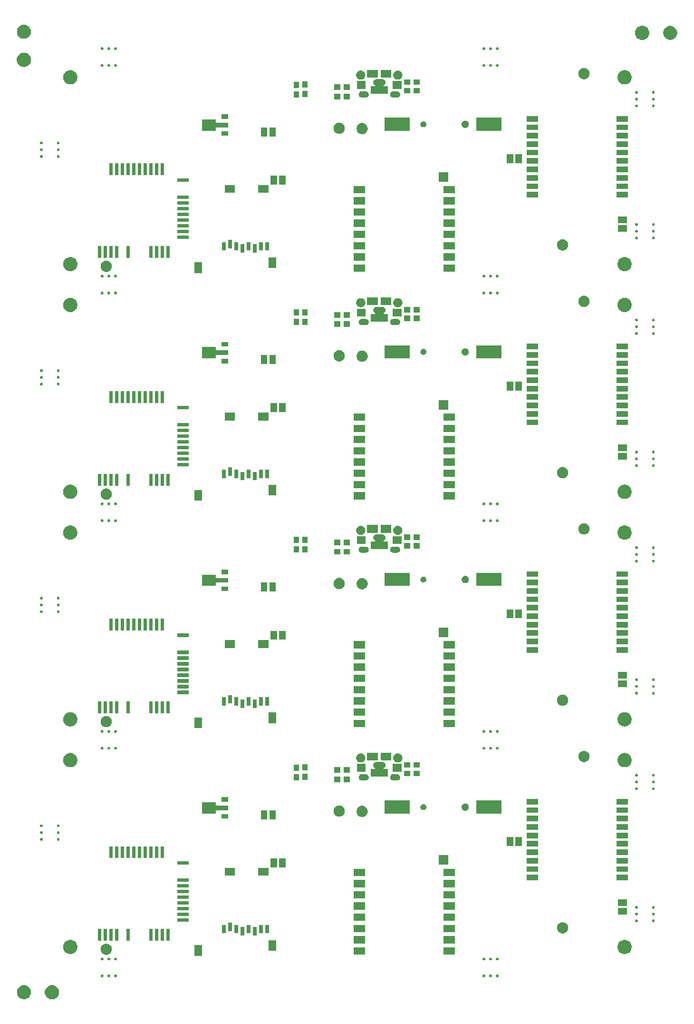
<source format=gbr>
G04 #@! TF.GenerationSoftware,KiCad,Pcbnew,(5.0.1-3-g963ef8bb5)*
G04 #@! TF.CreationDate,2019-02-11T18:03:15-05:00*
G04 #@! TF.ProjectId,fk-core-v0.15-01x04,666B2D636F72652D76302E31352D3031,0.1*
G04 #@! TF.SameCoordinates,PX791ddc0PY791ddc0*
G04 #@! TF.FileFunction,Soldermask,Bot*
G04 #@! TF.FilePolarity,Negative*
%FSLAX46Y46*%
G04 Gerber Fmt 4.6, Leading zero omitted, Abs format (unit mm)*
G04 Created by KiCad (PCBNEW (5.0.1-3-g963ef8bb5)) date Monday, February 11, 2019 at 06:03:15 PM*
%MOMM*%
%LPD*%
G01*
G04 APERTURE LIST*
%ADD10C,0.100000*%
G04 APERTURE END LIST*
D10*
G36*
X-74652236Y-74254402D02*
X-74529555Y-74278805D01*
X-74298429Y-74374541D01*
X-74090419Y-74513529D01*
X-73913529Y-74690419D01*
X-73913527Y-74690422D01*
X-73774541Y-74898429D01*
X-73678805Y-75129555D01*
X-73630000Y-75374916D01*
X-73630000Y-75625084D01*
X-73678805Y-75870445D01*
X-73770616Y-76092096D01*
X-73774541Y-76101571D01*
X-73913529Y-76309581D01*
X-74090419Y-76486471D01*
X-74090422Y-76486473D01*
X-74298429Y-76625459D01*
X-74529555Y-76721195D01*
X-74652235Y-76745597D01*
X-74774914Y-76770000D01*
X-75025086Y-76770000D01*
X-75147765Y-76745597D01*
X-75270445Y-76721195D01*
X-75501571Y-76625459D01*
X-75709578Y-76486473D01*
X-75709581Y-76486471D01*
X-75886471Y-76309581D01*
X-76025459Y-76101571D01*
X-76029384Y-76092096D01*
X-76121195Y-75870445D01*
X-76170000Y-75625084D01*
X-76170000Y-75374916D01*
X-76121195Y-75129555D01*
X-76025459Y-74898429D01*
X-75886473Y-74690422D01*
X-75886471Y-74690419D01*
X-75709581Y-74513529D01*
X-75501571Y-74374541D01*
X-75270445Y-74278805D01*
X-75147764Y-74254402D01*
X-75025086Y-74230000D01*
X-74774914Y-74230000D01*
X-74652236Y-74254402D01*
X-74652236Y-74254402D01*
G37*
G36*
X-79535388Y-74298037D02*
X-79307904Y-74392264D01*
X-79103169Y-74529064D01*
X-78929064Y-74703169D01*
X-78792264Y-74907904D01*
X-78698037Y-75135388D01*
X-78650000Y-75376885D01*
X-78650000Y-75623115D01*
X-78698037Y-75864612D01*
X-78792264Y-76092096D01*
X-78929064Y-76296831D01*
X-79103169Y-76470936D01*
X-79307904Y-76607736D01*
X-79535388Y-76701963D01*
X-79776885Y-76750000D01*
X-80023115Y-76750000D01*
X-80264612Y-76701963D01*
X-80492096Y-76607736D01*
X-80696831Y-76470936D01*
X-80870936Y-76296831D01*
X-81007736Y-76092096D01*
X-81101963Y-75864612D01*
X-81150000Y-75623115D01*
X-81150000Y-75376885D01*
X-81101963Y-75135388D01*
X-81007736Y-74907904D01*
X-80870936Y-74703169D01*
X-80696831Y-74529064D01*
X-80492096Y-74392264D01*
X-80264612Y-74298037D01*
X-80023115Y-74250000D01*
X-79776885Y-74250000D01*
X-79535388Y-74298037D01*
X-79535388Y-74298037D01*
G37*
G36*
X4448098Y-72341802D02*
X4484322Y-72349007D01*
X4529820Y-72367853D01*
X4570766Y-72395212D01*
X4605588Y-72430034D01*
X4632947Y-72470980D01*
X4651793Y-72516478D01*
X4661400Y-72564777D01*
X4661400Y-72614023D01*
X4651793Y-72662322D01*
X4632947Y-72707820D01*
X4605588Y-72748766D01*
X4570766Y-72783588D01*
X4529820Y-72810947D01*
X4484322Y-72829793D01*
X4448098Y-72836998D01*
X4436024Y-72839400D01*
X4386776Y-72839400D01*
X4374702Y-72836998D01*
X4338478Y-72829793D01*
X4292980Y-72810947D01*
X4252034Y-72783588D01*
X4217212Y-72748766D01*
X4189853Y-72707820D01*
X4171007Y-72662322D01*
X4161400Y-72614023D01*
X4161400Y-72564777D01*
X4171007Y-72516478D01*
X4189853Y-72470980D01*
X4217212Y-72430034D01*
X4252034Y-72395212D01*
X4292980Y-72367853D01*
X4338478Y-72349007D01*
X4374702Y-72341802D01*
X4386776Y-72339400D01*
X4436024Y-72339400D01*
X4448098Y-72341802D01*
X4448098Y-72341802D01*
G37*
G36*
X3248098Y-72341802D02*
X3284322Y-72349007D01*
X3329820Y-72367853D01*
X3370766Y-72395212D01*
X3405588Y-72430034D01*
X3432947Y-72470980D01*
X3451793Y-72516478D01*
X3461400Y-72564777D01*
X3461400Y-72614023D01*
X3451793Y-72662322D01*
X3432947Y-72707820D01*
X3405588Y-72748766D01*
X3370766Y-72783588D01*
X3329820Y-72810947D01*
X3284322Y-72829793D01*
X3248098Y-72836998D01*
X3236024Y-72839400D01*
X3186776Y-72839400D01*
X3174702Y-72836998D01*
X3138478Y-72829793D01*
X3092980Y-72810947D01*
X3052034Y-72783588D01*
X3017212Y-72748766D01*
X2989853Y-72707820D01*
X2971007Y-72662322D01*
X2961400Y-72614023D01*
X2961400Y-72564777D01*
X2971007Y-72516478D01*
X2989853Y-72470980D01*
X3017212Y-72430034D01*
X3052034Y-72395212D01*
X3092980Y-72367853D01*
X3138478Y-72349007D01*
X3174702Y-72341802D01*
X3186776Y-72339400D01*
X3236024Y-72339400D01*
X3248098Y-72341802D01*
X3248098Y-72341802D01*
G37*
G36*
X2048098Y-72341802D02*
X2084322Y-72349007D01*
X2129820Y-72367853D01*
X2170766Y-72395212D01*
X2205588Y-72430034D01*
X2232947Y-72470980D01*
X2251793Y-72516478D01*
X2261400Y-72564777D01*
X2261400Y-72614023D01*
X2251793Y-72662322D01*
X2232947Y-72707820D01*
X2205588Y-72748766D01*
X2170766Y-72783588D01*
X2129820Y-72810947D01*
X2084322Y-72829793D01*
X2048098Y-72836998D01*
X2036024Y-72839400D01*
X1986776Y-72839400D01*
X1974702Y-72836998D01*
X1938478Y-72829793D01*
X1892980Y-72810947D01*
X1852034Y-72783588D01*
X1817212Y-72748766D01*
X1789853Y-72707820D01*
X1771007Y-72662322D01*
X1761400Y-72614023D01*
X1761400Y-72564777D01*
X1771007Y-72516478D01*
X1789853Y-72470980D01*
X1817212Y-72430034D01*
X1852034Y-72395212D01*
X1892980Y-72367853D01*
X1938478Y-72349007D01*
X1974702Y-72341802D01*
X1986776Y-72339400D01*
X2036024Y-72339400D01*
X2048098Y-72341802D01*
X2048098Y-72341802D01*
G37*
G36*
X-63551902Y-72341802D02*
X-63515678Y-72349007D01*
X-63470180Y-72367853D01*
X-63429234Y-72395212D01*
X-63394412Y-72430034D01*
X-63367053Y-72470980D01*
X-63348207Y-72516478D01*
X-63338600Y-72564777D01*
X-63338600Y-72614023D01*
X-63348207Y-72662322D01*
X-63367053Y-72707820D01*
X-63394412Y-72748766D01*
X-63429234Y-72783588D01*
X-63470180Y-72810947D01*
X-63515678Y-72829793D01*
X-63551902Y-72836998D01*
X-63563976Y-72839400D01*
X-63613224Y-72839400D01*
X-63625298Y-72836998D01*
X-63661522Y-72829793D01*
X-63707020Y-72810947D01*
X-63747966Y-72783588D01*
X-63782788Y-72748766D01*
X-63810147Y-72707820D01*
X-63828993Y-72662322D01*
X-63838600Y-72614023D01*
X-63838600Y-72564777D01*
X-63828993Y-72516478D01*
X-63810147Y-72470980D01*
X-63782788Y-72430034D01*
X-63747966Y-72395212D01*
X-63707020Y-72367853D01*
X-63661522Y-72349007D01*
X-63625298Y-72341802D01*
X-63613224Y-72339400D01*
X-63563976Y-72339400D01*
X-63551902Y-72341802D01*
X-63551902Y-72341802D01*
G37*
G36*
X-64751902Y-72341802D02*
X-64715678Y-72349007D01*
X-64670180Y-72367853D01*
X-64629234Y-72395212D01*
X-64594412Y-72430034D01*
X-64567053Y-72470980D01*
X-64548207Y-72516478D01*
X-64538600Y-72564777D01*
X-64538600Y-72614023D01*
X-64548207Y-72662322D01*
X-64567053Y-72707820D01*
X-64594412Y-72748766D01*
X-64629234Y-72783588D01*
X-64670180Y-72810947D01*
X-64715678Y-72829793D01*
X-64751902Y-72836998D01*
X-64763976Y-72839400D01*
X-64813224Y-72839400D01*
X-64825298Y-72836998D01*
X-64861522Y-72829793D01*
X-64907020Y-72810947D01*
X-64947966Y-72783588D01*
X-64982788Y-72748766D01*
X-65010147Y-72707820D01*
X-65028993Y-72662322D01*
X-65038600Y-72614023D01*
X-65038600Y-72564777D01*
X-65028993Y-72516478D01*
X-65010147Y-72470980D01*
X-64982788Y-72430034D01*
X-64947966Y-72395212D01*
X-64907020Y-72367853D01*
X-64861522Y-72349007D01*
X-64825298Y-72341802D01*
X-64813224Y-72339400D01*
X-64763976Y-72339400D01*
X-64751902Y-72341802D01*
X-64751902Y-72341802D01*
G37*
G36*
X-65951902Y-72341802D02*
X-65915678Y-72349007D01*
X-65870180Y-72367853D01*
X-65829234Y-72395212D01*
X-65794412Y-72430034D01*
X-65767053Y-72470980D01*
X-65748207Y-72516478D01*
X-65738600Y-72564777D01*
X-65738600Y-72614023D01*
X-65748207Y-72662322D01*
X-65767053Y-72707820D01*
X-65794412Y-72748766D01*
X-65829234Y-72783588D01*
X-65870180Y-72810947D01*
X-65915678Y-72829793D01*
X-65951902Y-72836998D01*
X-65963976Y-72839400D01*
X-66013224Y-72839400D01*
X-66025298Y-72836998D01*
X-66061522Y-72829793D01*
X-66107020Y-72810947D01*
X-66147966Y-72783588D01*
X-66182788Y-72748766D01*
X-66210147Y-72707820D01*
X-66228993Y-72662322D01*
X-66238600Y-72614023D01*
X-66238600Y-72564777D01*
X-66228993Y-72516478D01*
X-66210147Y-72470980D01*
X-66182788Y-72430034D01*
X-66147966Y-72395212D01*
X-66107020Y-72367853D01*
X-66061522Y-72349007D01*
X-66025298Y-72341802D01*
X-66013224Y-72339400D01*
X-65963976Y-72339400D01*
X-65951902Y-72341802D01*
X-65951902Y-72341802D01*
G37*
G36*
X4448098Y-69341802D02*
X4484322Y-69349007D01*
X4529820Y-69367853D01*
X4570766Y-69395212D01*
X4605588Y-69430034D01*
X4632947Y-69470980D01*
X4651793Y-69516478D01*
X4661400Y-69564777D01*
X4661400Y-69614023D01*
X4651793Y-69662322D01*
X4632947Y-69707820D01*
X4605588Y-69748766D01*
X4570766Y-69783588D01*
X4529820Y-69810947D01*
X4484322Y-69829793D01*
X4448098Y-69836998D01*
X4436024Y-69839400D01*
X4386776Y-69839400D01*
X4374702Y-69836998D01*
X4338478Y-69829793D01*
X4292980Y-69810947D01*
X4252034Y-69783588D01*
X4217212Y-69748766D01*
X4189853Y-69707820D01*
X4171007Y-69662322D01*
X4161400Y-69614023D01*
X4161400Y-69564777D01*
X4171007Y-69516478D01*
X4189853Y-69470980D01*
X4217212Y-69430034D01*
X4252034Y-69395212D01*
X4292980Y-69367853D01*
X4338478Y-69349007D01*
X4374702Y-69341802D01*
X4386776Y-69339400D01*
X4436024Y-69339400D01*
X4448098Y-69341802D01*
X4448098Y-69341802D01*
G37*
G36*
X3248098Y-69341802D02*
X3284322Y-69349007D01*
X3329820Y-69367853D01*
X3370766Y-69395212D01*
X3405588Y-69430034D01*
X3432947Y-69470980D01*
X3451793Y-69516478D01*
X3461400Y-69564777D01*
X3461400Y-69614023D01*
X3451793Y-69662322D01*
X3432947Y-69707820D01*
X3405588Y-69748766D01*
X3370766Y-69783588D01*
X3329820Y-69810947D01*
X3284322Y-69829793D01*
X3248098Y-69836998D01*
X3236024Y-69839400D01*
X3186776Y-69839400D01*
X3174702Y-69836998D01*
X3138478Y-69829793D01*
X3092980Y-69810947D01*
X3052034Y-69783588D01*
X3017212Y-69748766D01*
X2989853Y-69707820D01*
X2971007Y-69662322D01*
X2961400Y-69614023D01*
X2961400Y-69564777D01*
X2971007Y-69516478D01*
X2989853Y-69470980D01*
X3017212Y-69430034D01*
X3052034Y-69395212D01*
X3092980Y-69367853D01*
X3138478Y-69349007D01*
X3174702Y-69341802D01*
X3186776Y-69339400D01*
X3236024Y-69339400D01*
X3248098Y-69341802D01*
X3248098Y-69341802D01*
G37*
G36*
X2048098Y-69341802D02*
X2084322Y-69349007D01*
X2129820Y-69367853D01*
X2170766Y-69395212D01*
X2205588Y-69430034D01*
X2232947Y-69470980D01*
X2251793Y-69516478D01*
X2261400Y-69564777D01*
X2261400Y-69614023D01*
X2251793Y-69662322D01*
X2232947Y-69707820D01*
X2205588Y-69748766D01*
X2170766Y-69783588D01*
X2129820Y-69810947D01*
X2084322Y-69829793D01*
X2048098Y-69836998D01*
X2036024Y-69839400D01*
X1986776Y-69839400D01*
X1974702Y-69836998D01*
X1938478Y-69829793D01*
X1892980Y-69810947D01*
X1852034Y-69783588D01*
X1817212Y-69748766D01*
X1789853Y-69707820D01*
X1771007Y-69662322D01*
X1761400Y-69614023D01*
X1761400Y-69564777D01*
X1771007Y-69516478D01*
X1789853Y-69470980D01*
X1817212Y-69430034D01*
X1852034Y-69395212D01*
X1892980Y-69367853D01*
X1938478Y-69349007D01*
X1974702Y-69341802D01*
X1986776Y-69339400D01*
X2036024Y-69339400D01*
X2048098Y-69341802D01*
X2048098Y-69341802D01*
G37*
G36*
X-63551902Y-69341802D02*
X-63515678Y-69349007D01*
X-63470180Y-69367853D01*
X-63429234Y-69395212D01*
X-63394412Y-69430034D01*
X-63367053Y-69470980D01*
X-63348207Y-69516478D01*
X-63338600Y-69564777D01*
X-63338600Y-69614023D01*
X-63348207Y-69662322D01*
X-63367053Y-69707820D01*
X-63394412Y-69748766D01*
X-63429234Y-69783588D01*
X-63470180Y-69810947D01*
X-63515678Y-69829793D01*
X-63551902Y-69836998D01*
X-63563976Y-69839400D01*
X-63613224Y-69839400D01*
X-63625298Y-69836998D01*
X-63661522Y-69829793D01*
X-63707020Y-69810947D01*
X-63747966Y-69783588D01*
X-63782788Y-69748766D01*
X-63810147Y-69707820D01*
X-63828993Y-69662322D01*
X-63838600Y-69614023D01*
X-63838600Y-69564777D01*
X-63828993Y-69516478D01*
X-63810147Y-69470980D01*
X-63782788Y-69430034D01*
X-63747966Y-69395212D01*
X-63707020Y-69367853D01*
X-63661522Y-69349007D01*
X-63625298Y-69341802D01*
X-63613224Y-69339400D01*
X-63563976Y-69339400D01*
X-63551902Y-69341802D01*
X-63551902Y-69341802D01*
G37*
G36*
X-64751902Y-69341802D02*
X-64715678Y-69349007D01*
X-64670180Y-69367853D01*
X-64629234Y-69395212D01*
X-64594412Y-69430034D01*
X-64567053Y-69470980D01*
X-64548207Y-69516478D01*
X-64538600Y-69564777D01*
X-64538600Y-69614023D01*
X-64548207Y-69662322D01*
X-64567053Y-69707820D01*
X-64594412Y-69748766D01*
X-64629234Y-69783588D01*
X-64670180Y-69810947D01*
X-64715678Y-69829793D01*
X-64751902Y-69836998D01*
X-64763976Y-69839400D01*
X-64813224Y-69839400D01*
X-64825298Y-69836998D01*
X-64861522Y-69829793D01*
X-64907020Y-69810947D01*
X-64947966Y-69783588D01*
X-64982788Y-69748766D01*
X-65010147Y-69707820D01*
X-65028993Y-69662322D01*
X-65038600Y-69614023D01*
X-65038600Y-69564777D01*
X-65028993Y-69516478D01*
X-65010147Y-69470980D01*
X-64982788Y-69430034D01*
X-64947966Y-69395212D01*
X-64907020Y-69367853D01*
X-64861522Y-69349007D01*
X-64825298Y-69341802D01*
X-64813224Y-69339400D01*
X-64763976Y-69339400D01*
X-64751902Y-69341802D01*
X-64751902Y-69341802D01*
G37*
G36*
X-65951902Y-69341802D02*
X-65915678Y-69349007D01*
X-65870180Y-69367853D01*
X-65829234Y-69395212D01*
X-65794412Y-69430034D01*
X-65767053Y-69470980D01*
X-65748207Y-69516478D01*
X-65738600Y-69564777D01*
X-65738600Y-69614023D01*
X-65748207Y-69662322D01*
X-65767053Y-69707820D01*
X-65794412Y-69748766D01*
X-65829234Y-69783588D01*
X-65870180Y-69810947D01*
X-65915678Y-69829793D01*
X-65951902Y-69836998D01*
X-65963976Y-69839400D01*
X-66013224Y-69839400D01*
X-66025298Y-69836998D01*
X-66061522Y-69829793D01*
X-66107020Y-69810947D01*
X-66147966Y-69783588D01*
X-66182788Y-69748766D01*
X-66210147Y-69707820D01*
X-66228993Y-69662322D01*
X-66238600Y-69614023D01*
X-66238600Y-69564777D01*
X-66228993Y-69516478D01*
X-66210147Y-69470980D01*
X-66182788Y-69430034D01*
X-66147966Y-69395212D01*
X-66107020Y-69367853D01*
X-66061522Y-69349007D01*
X-66025298Y-69341802D01*
X-66013224Y-69339400D01*
X-65963976Y-69339400D01*
X-65951902Y-69341802D01*
X-65951902Y-69341802D01*
G37*
G36*
X-48154590Y-69021060D02*
X-49554130Y-69021060D01*
X-49554130Y-67121140D01*
X-48154590Y-67121140D01*
X-48154590Y-69021060D01*
X-48154590Y-69021060D01*
G37*
G36*
X-65051430Y-66870572D02*
X-64935511Y-66893629D01*
X-64753522Y-66969011D01*
X-64589737Y-67078449D01*
X-64450449Y-67217737D01*
X-64341011Y-67381522D01*
X-64265629Y-67563511D01*
X-64227200Y-67756709D01*
X-64227200Y-67953691D01*
X-64265629Y-68146889D01*
X-64341011Y-68328878D01*
X-64450449Y-68492663D01*
X-64589737Y-68631951D01*
X-64753522Y-68741389D01*
X-64935511Y-68816771D01*
X-65051430Y-68839828D01*
X-65128707Y-68855200D01*
X-65325693Y-68855200D01*
X-65402970Y-68839828D01*
X-65518889Y-68816771D01*
X-65700878Y-68741389D01*
X-65864663Y-68631951D01*
X-66003951Y-68492663D01*
X-66113389Y-68328878D01*
X-66188771Y-68146889D01*
X-66227200Y-67953691D01*
X-66227200Y-67756709D01*
X-66188771Y-67563511D01*
X-66113389Y-67381522D01*
X-66003951Y-67217737D01*
X-65864663Y-67078449D01*
X-65700878Y-66969011D01*
X-65518889Y-66893629D01*
X-65402970Y-66870572D01*
X-65325693Y-66855200D01*
X-65128707Y-66855200D01*
X-65051430Y-66870572D01*
X-65051430Y-66870572D01*
G37*
G36*
X-3141200Y-68821200D02*
X-5141200Y-68821200D01*
X-5141200Y-67521200D01*
X-3141200Y-67521200D01*
X-3141200Y-68821200D01*
X-3141200Y-68821200D01*
G37*
G36*
X-19141200Y-68821200D02*
X-21141200Y-68821200D01*
X-21141200Y-67521200D01*
X-19141200Y-67521200D01*
X-19141200Y-68821200D01*
X-19141200Y-68821200D01*
G37*
G36*
X27335564Y-66194602D02*
X27458245Y-66219005D01*
X27689371Y-66314741D01*
X27897381Y-66453729D01*
X28074271Y-66630619D01*
X28074273Y-66630622D01*
X28213259Y-66838629D01*
X28308995Y-67069755D01*
X28357800Y-67315116D01*
X28357800Y-67565284D01*
X28308995Y-67810645D01*
X28249743Y-67953691D01*
X28213259Y-68041771D01*
X28074271Y-68249781D01*
X27897381Y-68426671D01*
X27897378Y-68426673D01*
X27689371Y-68565659D01*
X27458245Y-68661395D01*
X27335564Y-68685798D01*
X27212886Y-68710200D01*
X26962714Y-68710200D01*
X26840036Y-68685798D01*
X26717355Y-68661395D01*
X26486229Y-68565659D01*
X26278222Y-68426673D01*
X26278219Y-68426671D01*
X26101329Y-68249781D01*
X25962341Y-68041771D01*
X25925857Y-67953691D01*
X25866605Y-67810645D01*
X25817800Y-67565284D01*
X25817800Y-67315116D01*
X25866605Y-67069755D01*
X25962341Y-66838629D01*
X26101327Y-66630622D01*
X26101329Y-66630619D01*
X26278219Y-66453729D01*
X26486229Y-66314741D01*
X26717355Y-66219005D01*
X26840036Y-66194602D01*
X26962714Y-66170200D01*
X27212886Y-66170200D01*
X27335564Y-66194602D01*
X27335564Y-66194602D01*
G37*
G36*
X-71394436Y-66194602D02*
X-71271755Y-66219005D01*
X-71040629Y-66314741D01*
X-70832619Y-66453729D01*
X-70655729Y-66630619D01*
X-70655727Y-66630622D01*
X-70516741Y-66838629D01*
X-70421005Y-67069755D01*
X-70372200Y-67315116D01*
X-70372200Y-67565284D01*
X-70421005Y-67810645D01*
X-70480257Y-67953691D01*
X-70516741Y-68041771D01*
X-70655729Y-68249781D01*
X-70832619Y-68426671D01*
X-70832622Y-68426673D01*
X-71040629Y-68565659D01*
X-71271755Y-68661395D01*
X-71394436Y-68685798D01*
X-71517114Y-68710200D01*
X-71767286Y-68710200D01*
X-71889964Y-68685798D01*
X-72012645Y-68661395D01*
X-72243771Y-68565659D01*
X-72451778Y-68426673D01*
X-72451781Y-68426671D01*
X-72628671Y-68249781D01*
X-72767659Y-68041771D01*
X-72804143Y-67953691D01*
X-72863395Y-67810645D01*
X-72912200Y-67565284D01*
X-72912200Y-67315116D01*
X-72863395Y-67069755D01*
X-72767659Y-66838629D01*
X-72628673Y-66630622D01*
X-72628671Y-66630619D01*
X-72451781Y-66453729D01*
X-72243771Y-66314741D01*
X-72012645Y-66219005D01*
X-71889964Y-66194602D01*
X-71767286Y-66170200D01*
X-71517114Y-66170200D01*
X-71394436Y-66194602D01*
X-71394436Y-66194602D01*
G37*
G36*
X-34954210Y-68119360D02*
X-36353750Y-68119360D01*
X-36353750Y-66219440D01*
X-34954210Y-66219440D01*
X-34954210Y-68119360D01*
X-34954210Y-68119360D01*
G37*
G36*
X-19141200Y-66821200D02*
X-21141200Y-66821200D01*
X-21141200Y-65521200D01*
X-19141200Y-65521200D01*
X-19141200Y-66821200D01*
X-19141200Y-66821200D01*
G37*
G36*
X-3141200Y-66821200D02*
X-5141200Y-66821200D01*
X-5141200Y-65521200D01*
X-3141200Y-65521200D01*
X-3141200Y-66821200D01*
X-3141200Y-66821200D01*
G37*
G36*
X-61055750Y-66367330D02*
X-61655750Y-66367330D01*
X-61655750Y-64267330D01*
X-61055750Y-64267330D01*
X-61055750Y-66367330D01*
X-61055750Y-66367330D01*
G37*
G36*
X-53943750Y-66367330D02*
X-54543750Y-66367330D01*
X-54543750Y-64267330D01*
X-53943750Y-64267330D01*
X-53943750Y-66367330D01*
X-53943750Y-66367330D01*
G37*
G36*
X-54959750Y-66367330D02*
X-55559750Y-66367330D01*
X-55559750Y-64267330D01*
X-54959750Y-64267330D01*
X-54959750Y-66367330D01*
X-54959750Y-66367330D01*
G37*
G36*
X-55975750Y-66367330D02*
X-56575750Y-66367330D01*
X-56575750Y-64267330D01*
X-55975750Y-64267330D01*
X-55975750Y-66367330D01*
X-55975750Y-66367330D01*
G37*
G36*
X-56991750Y-66367330D02*
X-57591750Y-66367330D01*
X-57591750Y-64267330D01*
X-56991750Y-64267330D01*
X-56991750Y-66367330D01*
X-56991750Y-66367330D01*
G37*
G36*
X-63087753Y-66367330D02*
X-63687753Y-66367330D01*
X-63687753Y-64267330D01*
X-63087753Y-64267330D01*
X-63087753Y-66367330D01*
X-63087753Y-66367330D01*
G37*
G36*
X-65119750Y-66367330D02*
X-65719750Y-66367330D01*
X-65719750Y-64267330D01*
X-65119750Y-64267330D01*
X-65119750Y-66367330D01*
X-65119750Y-66367330D01*
G37*
G36*
X-66135750Y-66367330D02*
X-66735750Y-66367330D01*
X-66735750Y-64267330D01*
X-66135750Y-64267330D01*
X-66135750Y-66367330D01*
X-66135750Y-66367330D01*
G37*
G36*
X-64103750Y-66367330D02*
X-64703750Y-66367330D01*
X-64703750Y-64267330D01*
X-64103750Y-64267330D01*
X-64103750Y-66367330D01*
X-64103750Y-66367330D01*
G37*
G36*
X-40605710Y-65419340D02*
X-41304210Y-65419340D01*
X-41304210Y-63920740D01*
X-40605710Y-63920740D01*
X-40605710Y-65419340D01*
X-40605710Y-65419340D01*
G37*
G36*
X-38403530Y-65419340D02*
X-39102030Y-65419340D01*
X-39102030Y-63920740D01*
X-38403530Y-63920740D01*
X-38403530Y-65419340D01*
X-38403530Y-65419340D01*
G37*
G36*
X16228570Y-63060572D02*
X16344489Y-63083629D01*
X16526478Y-63159011D01*
X16690263Y-63268449D01*
X16829551Y-63407737D01*
X16938989Y-63571522D01*
X17014371Y-63753511D01*
X17052800Y-63946709D01*
X17052800Y-64143691D01*
X17014371Y-64336889D01*
X16938989Y-64518878D01*
X16829551Y-64682663D01*
X16690263Y-64821951D01*
X16526478Y-64931389D01*
X16344489Y-65006771D01*
X16228570Y-65029828D01*
X16151293Y-65045200D01*
X15954307Y-65045200D01*
X15877030Y-65029828D01*
X15761111Y-65006771D01*
X15579122Y-64931389D01*
X15415337Y-64821951D01*
X15276049Y-64682663D01*
X15166611Y-64518878D01*
X15091229Y-64336889D01*
X15052800Y-64143691D01*
X15052800Y-63946709D01*
X15091229Y-63753511D01*
X15166611Y-63571522D01*
X15276049Y-63407737D01*
X15415337Y-63268449D01*
X15579122Y-63159011D01*
X15761111Y-63083629D01*
X15877030Y-63060572D01*
X15954307Y-63045200D01*
X16151293Y-63045200D01*
X16228570Y-63060572D01*
X16228570Y-63060572D01*
G37*
G36*
X-37303710Y-65018020D02*
X-38002210Y-65018020D01*
X-38002210Y-63519420D01*
X-37303710Y-63519420D01*
X-37303710Y-65018020D01*
X-37303710Y-65018020D01*
G37*
G36*
X-36203890Y-65018020D02*
X-36902390Y-65018020D01*
X-36902390Y-63519420D01*
X-36203890Y-63519420D01*
X-36203890Y-65018020D01*
X-36203890Y-65018020D01*
G37*
G36*
X-41705530Y-65018020D02*
X-42404030Y-65018020D01*
X-42404030Y-63519420D01*
X-41705530Y-63519420D01*
X-41705530Y-65018020D01*
X-41705530Y-65018020D01*
G37*
G36*
X-43905170Y-65018020D02*
X-44603670Y-65018020D01*
X-44603670Y-63519420D01*
X-43905170Y-63519420D01*
X-43905170Y-65018020D01*
X-43905170Y-65018020D01*
G37*
G36*
X-39505890Y-65018020D02*
X-40204390Y-65018020D01*
X-40204390Y-63519420D01*
X-39505890Y-63519420D01*
X-39505890Y-65018020D01*
X-39505890Y-65018020D01*
G37*
G36*
X-19141200Y-64821200D02*
X-21141200Y-64821200D01*
X-21141200Y-63521200D01*
X-19141200Y-63521200D01*
X-19141200Y-64821200D01*
X-19141200Y-64821200D01*
G37*
G36*
X-3141200Y-64821200D02*
X-5141200Y-64821200D01*
X-5141200Y-63521200D01*
X-3141200Y-63521200D01*
X-3141200Y-64821200D01*
X-3141200Y-64821200D01*
G37*
G36*
X-42805350Y-64619240D02*
X-43503850Y-64619240D01*
X-43503850Y-63120640D01*
X-42805350Y-63120640D01*
X-42805350Y-64619240D01*
X-42805350Y-64619240D01*
G37*
G36*
X32248098Y-62541802D02*
X32284322Y-62549007D01*
X32329820Y-62567853D01*
X32370766Y-62595212D01*
X32405588Y-62630034D01*
X32432947Y-62670980D01*
X32451793Y-62716478D01*
X32458998Y-62752702D01*
X32461400Y-62764776D01*
X32461400Y-62814024D01*
X32458998Y-62826098D01*
X32451793Y-62862322D01*
X32432947Y-62907820D01*
X32405588Y-62948766D01*
X32370766Y-62983588D01*
X32329820Y-63010947D01*
X32284322Y-63029793D01*
X32248098Y-63036998D01*
X32236024Y-63039400D01*
X32186776Y-63039400D01*
X32174702Y-63036998D01*
X32138478Y-63029793D01*
X32092980Y-63010947D01*
X32052034Y-62983588D01*
X32017212Y-62948766D01*
X31989853Y-62907820D01*
X31971007Y-62862322D01*
X31963802Y-62826098D01*
X31961400Y-62814024D01*
X31961400Y-62764776D01*
X31963802Y-62752702D01*
X31971007Y-62716478D01*
X31989853Y-62670980D01*
X32017212Y-62630034D01*
X32052034Y-62595212D01*
X32092980Y-62567853D01*
X32138478Y-62549007D01*
X32174702Y-62541802D01*
X32186776Y-62539400D01*
X32236024Y-62539400D01*
X32248098Y-62541802D01*
X32248098Y-62541802D01*
G37*
G36*
X29248098Y-62541802D02*
X29284322Y-62549007D01*
X29329820Y-62567853D01*
X29370766Y-62595212D01*
X29405588Y-62630034D01*
X29432947Y-62670980D01*
X29451793Y-62716478D01*
X29458998Y-62752702D01*
X29461400Y-62764776D01*
X29461400Y-62814024D01*
X29458998Y-62826098D01*
X29451793Y-62862322D01*
X29432947Y-62907820D01*
X29405588Y-62948766D01*
X29370766Y-62983588D01*
X29329820Y-63010947D01*
X29284322Y-63029793D01*
X29248098Y-63036998D01*
X29236024Y-63039400D01*
X29186776Y-63039400D01*
X29174702Y-63036998D01*
X29138478Y-63029793D01*
X29092980Y-63010947D01*
X29052034Y-62983588D01*
X29017212Y-62948766D01*
X28989853Y-62907820D01*
X28971007Y-62862322D01*
X28963802Y-62826098D01*
X28961400Y-62814024D01*
X28961400Y-62764776D01*
X28963802Y-62752702D01*
X28971007Y-62716478D01*
X28989853Y-62670980D01*
X29017212Y-62630034D01*
X29052034Y-62595212D01*
X29092980Y-62567853D01*
X29138478Y-62549007D01*
X29174702Y-62541802D01*
X29186776Y-62539400D01*
X29236024Y-62539400D01*
X29248098Y-62541802D01*
X29248098Y-62541802D01*
G37*
G36*
X-50522300Y-62946930D02*
X-52622300Y-62946930D01*
X-52622300Y-62346930D01*
X-50522300Y-62346930D01*
X-50522300Y-62946930D01*
X-50522300Y-62946930D01*
G37*
G36*
X-3141200Y-62821200D02*
X-5141200Y-62821200D01*
X-5141200Y-61521200D01*
X-3141200Y-61521200D01*
X-3141200Y-62821200D01*
X-3141200Y-62821200D01*
G37*
G36*
X-19141200Y-62821200D02*
X-21141200Y-62821200D01*
X-21141200Y-61521200D01*
X-19141200Y-61521200D01*
X-19141200Y-62821200D01*
X-19141200Y-62821200D01*
G37*
G36*
X-50522300Y-61930930D02*
X-52622300Y-61930930D01*
X-52622300Y-61330930D01*
X-50522300Y-61330930D01*
X-50522300Y-61930930D01*
X-50522300Y-61930930D01*
G37*
G36*
X29248098Y-61341802D02*
X29284322Y-61349007D01*
X29329820Y-61367853D01*
X29370766Y-61395212D01*
X29405588Y-61430034D01*
X29432947Y-61470980D01*
X29451793Y-61516478D01*
X29461400Y-61564777D01*
X29461400Y-61614023D01*
X29451793Y-61662322D01*
X29432947Y-61707820D01*
X29405588Y-61748766D01*
X29370766Y-61783588D01*
X29329820Y-61810947D01*
X29284322Y-61829793D01*
X29248098Y-61836998D01*
X29236024Y-61839400D01*
X29186776Y-61839400D01*
X29174702Y-61836998D01*
X29138478Y-61829793D01*
X29092980Y-61810947D01*
X29052034Y-61783588D01*
X29017212Y-61748766D01*
X28989853Y-61707820D01*
X28971007Y-61662322D01*
X28961400Y-61614023D01*
X28961400Y-61564777D01*
X28971007Y-61516478D01*
X28989853Y-61470980D01*
X29017212Y-61430034D01*
X29052034Y-61395212D01*
X29092980Y-61367853D01*
X29138478Y-61349007D01*
X29174702Y-61341802D01*
X29186776Y-61339400D01*
X29236024Y-61339400D01*
X29248098Y-61341802D01*
X29248098Y-61341802D01*
G37*
G36*
X32248098Y-61341802D02*
X32284322Y-61349007D01*
X32329820Y-61367853D01*
X32370766Y-61395212D01*
X32405588Y-61430034D01*
X32432947Y-61470980D01*
X32451793Y-61516478D01*
X32461400Y-61564777D01*
X32461400Y-61614023D01*
X32451793Y-61662322D01*
X32432947Y-61707820D01*
X32405588Y-61748766D01*
X32370766Y-61783588D01*
X32329820Y-61810947D01*
X32284322Y-61829793D01*
X32248098Y-61836998D01*
X32236024Y-61839400D01*
X32186776Y-61839400D01*
X32174702Y-61836998D01*
X32138478Y-61829793D01*
X32092980Y-61810947D01*
X32052034Y-61783588D01*
X32017212Y-61748766D01*
X31989853Y-61707820D01*
X31971007Y-61662322D01*
X31961400Y-61614023D01*
X31961400Y-61564777D01*
X31971007Y-61516478D01*
X31989853Y-61470980D01*
X32017212Y-61430034D01*
X32052034Y-61395212D01*
X32092980Y-61367853D01*
X32138478Y-61349007D01*
X32174702Y-61341802D01*
X32186776Y-61339400D01*
X32236024Y-61339400D01*
X32248098Y-61341802D01*
X32248098Y-61341802D01*
G37*
G36*
X27520900Y-61708400D02*
X25920700Y-61708400D01*
X25920700Y-60540000D01*
X27520900Y-60540000D01*
X27520900Y-61708400D01*
X27520900Y-61708400D01*
G37*
G36*
X-50522300Y-60914930D02*
X-52622300Y-60914930D01*
X-52622300Y-60314930D01*
X-50522300Y-60314930D01*
X-50522300Y-60914930D01*
X-50522300Y-60914930D01*
G37*
G36*
X-3141200Y-60821200D02*
X-5141200Y-60821200D01*
X-5141200Y-59521200D01*
X-3141200Y-59521200D01*
X-3141200Y-60821200D01*
X-3141200Y-60821200D01*
G37*
G36*
X-19141200Y-60821200D02*
X-21141200Y-60821200D01*
X-21141200Y-59521200D01*
X-19141200Y-59521200D01*
X-19141200Y-60821200D01*
X-19141200Y-60821200D01*
G37*
G36*
X32248098Y-60141802D02*
X32284322Y-60149007D01*
X32329820Y-60167853D01*
X32370766Y-60195212D01*
X32405588Y-60230034D01*
X32432947Y-60270980D01*
X32451793Y-60316478D01*
X32461400Y-60364777D01*
X32461400Y-60414023D01*
X32451793Y-60462322D01*
X32432947Y-60507820D01*
X32405588Y-60548766D01*
X32370766Y-60583588D01*
X32329820Y-60610947D01*
X32284322Y-60629793D01*
X32248098Y-60636998D01*
X32236024Y-60639400D01*
X32186776Y-60639400D01*
X32174702Y-60636998D01*
X32138478Y-60629793D01*
X32092980Y-60610947D01*
X32052034Y-60583588D01*
X32017212Y-60548766D01*
X31989853Y-60507820D01*
X31971007Y-60462322D01*
X31961400Y-60414023D01*
X31961400Y-60364777D01*
X31971007Y-60316478D01*
X31989853Y-60270980D01*
X32017212Y-60230034D01*
X32052034Y-60195212D01*
X32092980Y-60167853D01*
X32138478Y-60149007D01*
X32174702Y-60141802D01*
X32186776Y-60139400D01*
X32236024Y-60139400D01*
X32248098Y-60141802D01*
X32248098Y-60141802D01*
G37*
G36*
X29248098Y-60141802D02*
X29284322Y-60149007D01*
X29329820Y-60167853D01*
X29370766Y-60195212D01*
X29405588Y-60230034D01*
X29432947Y-60270980D01*
X29451793Y-60316478D01*
X29461400Y-60364777D01*
X29461400Y-60414023D01*
X29451793Y-60462322D01*
X29432947Y-60507820D01*
X29405588Y-60548766D01*
X29370766Y-60583588D01*
X29329820Y-60610947D01*
X29284322Y-60629793D01*
X29248098Y-60636998D01*
X29236024Y-60639400D01*
X29186776Y-60639400D01*
X29174702Y-60636998D01*
X29138478Y-60629793D01*
X29092980Y-60610947D01*
X29052034Y-60583588D01*
X29017212Y-60548766D01*
X28989853Y-60507820D01*
X28971007Y-60462322D01*
X28961400Y-60414023D01*
X28961400Y-60364777D01*
X28971007Y-60316478D01*
X28989853Y-60270980D01*
X29017212Y-60230034D01*
X29052034Y-60195212D01*
X29092980Y-60167853D01*
X29138478Y-60149007D01*
X29174702Y-60141802D01*
X29186776Y-60139400D01*
X29236024Y-60139400D01*
X29248098Y-60141802D01*
X29248098Y-60141802D01*
G37*
G36*
X27520900Y-60184400D02*
X25920700Y-60184400D01*
X25920700Y-59016000D01*
X27520900Y-59016000D01*
X27520900Y-60184400D01*
X27520900Y-60184400D01*
G37*
G36*
X-50522300Y-59898930D02*
X-52622300Y-59898930D01*
X-52622300Y-59298930D01*
X-50522300Y-59298930D01*
X-50522300Y-59898930D01*
X-50522300Y-59898930D01*
G37*
G36*
X-50522300Y-58882931D02*
X-52622300Y-58882931D01*
X-52622300Y-58282931D01*
X-50522300Y-58282931D01*
X-50522300Y-58882931D01*
X-50522300Y-58882931D01*
G37*
G36*
X-3141200Y-58821200D02*
X-5141200Y-58821200D01*
X-5141200Y-57521200D01*
X-3141200Y-57521200D01*
X-3141200Y-58821200D01*
X-3141200Y-58821200D01*
G37*
G36*
X-19141200Y-58821200D02*
X-21141200Y-58821200D01*
X-21141200Y-57521200D01*
X-19141200Y-57521200D01*
X-19141200Y-58821200D01*
X-19141200Y-58821200D01*
G37*
G36*
X-50522300Y-57866931D02*
X-52622300Y-57866931D01*
X-52622300Y-57266931D01*
X-50522300Y-57266931D01*
X-50522300Y-57866931D01*
X-50522300Y-57866931D01*
G37*
G36*
X-50522300Y-56850930D02*
X-52622300Y-56850930D01*
X-52622300Y-56250930D01*
X-50522300Y-56250930D01*
X-50522300Y-56850930D01*
X-50522300Y-56850930D01*
G37*
G36*
X-3141200Y-56821200D02*
X-5141200Y-56821200D01*
X-5141200Y-55521200D01*
X-3141200Y-55521200D01*
X-3141200Y-56821200D01*
X-3141200Y-56821200D01*
G37*
G36*
X-19141200Y-56821200D02*
X-21141200Y-56821200D01*
X-21141200Y-55521200D01*
X-19141200Y-55521200D01*
X-19141200Y-56821200D01*
X-19141200Y-56821200D01*
G37*
G36*
X-50522300Y-55834930D02*
X-52622300Y-55834930D01*
X-52622300Y-55234930D01*
X-50522300Y-55234930D01*
X-50522300Y-55834930D01*
X-50522300Y-55834930D01*
G37*
G36*
X27644090Y-55597160D02*
X25645110Y-55597160D01*
X25645110Y-54596400D01*
X27644090Y-54596400D01*
X27644090Y-55597160D01*
X27644090Y-55597160D01*
G37*
G36*
X11642090Y-55597160D02*
X9643110Y-55597160D01*
X9643110Y-54596400D01*
X11642090Y-54596400D01*
X11642090Y-55597160D01*
X11642090Y-55597160D01*
G37*
G36*
X-3141200Y-54821200D02*
X-5141200Y-54821200D01*
X-5141200Y-53521200D01*
X-3141200Y-53521200D01*
X-3141200Y-54821200D01*
X-3141200Y-54821200D01*
G37*
G36*
X-19141200Y-54821200D02*
X-21141200Y-54821200D01*
X-21141200Y-53521200D01*
X-19141200Y-53521200D01*
X-19141200Y-54821200D01*
X-19141200Y-54821200D01*
G37*
G36*
X-36355020Y-54770390D02*
X-38153340Y-54770390D01*
X-38153340Y-53370850D01*
X-36355020Y-53370850D01*
X-36355020Y-54770390D01*
X-36355020Y-54770390D01*
G37*
G36*
X-42354500Y-54770390D02*
X-44152820Y-54770390D01*
X-44152820Y-53370850D01*
X-42354500Y-53370850D01*
X-42354500Y-54770390D01*
X-42354500Y-54770390D01*
G37*
G36*
X27644090Y-54098560D02*
X25645110Y-54098560D01*
X25645110Y-53097800D01*
X27644090Y-53097800D01*
X27644090Y-54098560D01*
X27644090Y-54098560D01*
G37*
G36*
X11642090Y-54098560D02*
X9643110Y-54098560D01*
X9643110Y-53097800D01*
X11642090Y-53097800D01*
X11642090Y-54098560D01*
X11642090Y-54098560D01*
G37*
G36*
X-34798000Y-53288300D02*
X-35966400Y-53288300D01*
X-35966400Y-51688100D01*
X-34798000Y-51688100D01*
X-34798000Y-53288300D01*
X-34798000Y-53288300D01*
G37*
G36*
X-33274000Y-53288300D02*
X-34442400Y-53288300D01*
X-34442400Y-51688100D01*
X-33274000Y-51688100D01*
X-33274000Y-53288300D01*
X-33274000Y-53288300D01*
G37*
G36*
X-4306200Y-52830200D02*
X-6006200Y-52830200D01*
X-6006200Y-51130200D01*
X-4306200Y-51130200D01*
X-4306200Y-52830200D01*
X-4306200Y-52830200D01*
G37*
G36*
X-50522300Y-52786930D02*
X-52622300Y-52786930D01*
X-52622300Y-52186930D01*
X-50522300Y-52186930D01*
X-50522300Y-52786930D01*
X-50522300Y-52786930D01*
G37*
G36*
X27644090Y-52597420D02*
X25645110Y-52597420D01*
X25645110Y-51596660D01*
X27644090Y-51596660D01*
X27644090Y-52597420D01*
X27644090Y-52597420D01*
G37*
G36*
X11642090Y-52597420D02*
X9643110Y-52597420D01*
X9643110Y-51596660D01*
X11642090Y-51596660D01*
X11642090Y-52597420D01*
X11642090Y-52597420D01*
G37*
G36*
X-64095530Y-51637060D02*
X-64695530Y-51637060D01*
X-64695530Y-49537060D01*
X-64095530Y-49537060D01*
X-64095530Y-51637060D01*
X-64095530Y-51637060D01*
G37*
G36*
X-62063534Y-51637060D02*
X-62663534Y-51637060D01*
X-62663534Y-49537060D01*
X-62063534Y-49537060D01*
X-62063534Y-51637060D01*
X-62063534Y-51637060D01*
G37*
G36*
X-55967530Y-51637060D02*
X-56567530Y-51637060D01*
X-56567530Y-49537060D01*
X-55967530Y-49537060D01*
X-55967530Y-51637060D01*
X-55967530Y-51637060D01*
G37*
G36*
X-56983530Y-51637060D02*
X-57583530Y-51637060D01*
X-57583530Y-49537060D01*
X-56983530Y-49537060D01*
X-56983530Y-51637060D01*
X-56983530Y-51637060D01*
G37*
G36*
X-57999530Y-51637060D02*
X-58599530Y-51637060D01*
X-58599530Y-49537060D01*
X-57999530Y-49537060D01*
X-57999530Y-51637060D01*
X-57999530Y-51637060D01*
G37*
G36*
X-59015530Y-51637060D02*
X-59615530Y-51637060D01*
X-59615530Y-49537060D01*
X-59015530Y-49537060D01*
X-59015530Y-51637060D01*
X-59015530Y-51637060D01*
G37*
G36*
X-60031530Y-51637060D02*
X-60631530Y-51637060D01*
X-60631530Y-49537060D01*
X-60031530Y-49537060D01*
X-60031530Y-51637060D01*
X-60031530Y-51637060D01*
G37*
G36*
X-61047530Y-51637060D02*
X-61647530Y-51637060D01*
X-61647530Y-49537060D01*
X-61047530Y-49537060D01*
X-61047530Y-51637060D01*
X-61047530Y-51637060D01*
G37*
G36*
X-54951530Y-51637060D02*
X-55551530Y-51637060D01*
X-55551530Y-49537060D01*
X-54951530Y-49537060D01*
X-54951530Y-51637060D01*
X-54951530Y-51637060D01*
G37*
G36*
X-63079534Y-51637060D02*
X-63679534Y-51637060D01*
X-63679534Y-49537060D01*
X-63079534Y-49537060D01*
X-63079534Y-51637060D01*
X-63079534Y-51637060D01*
G37*
G36*
X11642090Y-51098820D02*
X9643110Y-51098820D01*
X9643110Y-50098060D01*
X11642090Y-50098060D01*
X11642090Y-51098820D01*
X11642090Y-51098820D01*
G37*
G36*
X27644090Y-51098820D02*
X25645110Y-51098820D01*
X25645110Y-50098060D01*
X27644090Y-50098060D01*
X27644090Y-51098820D01*
X27644090Y-51098820D01*
G37*
G36*
X11642090Y-49597680D02*
X9643110Y-49597680D01*
X9643110Y-48596920D01*
X11642090Y-48596920D01*
X11642090Y-49597680D01*
X11642090Y-49597680D01*
G37*
G36*
X27644090Y-49597680D02*
X25645110Y-49597680D01*
X25645110Y-48596920D01*
X27644090Y-48596920D01*
X27644090Y-49597680D01*
X27644090Y-49597680D01*
G37*
G36*
X7239000Y-49478300D02*
X6070600Y-49478300D01*
X6070600Y-47878100D01*
X7239000Y-47878100D01*
X7239000Y-49478300D01*
X7239000Y-49478300D01*
G37*
G36*
X8763000Y-49478300D02*
X7594600Y-49478300D01*
X7594600Y-47878100D01*
X8763000Y-47878100D01*
X8763000Y-49478300D01*
X8763000Y-49478300D01*
G37*
G36*
X-76751902Y-48041802D02*
X-76715678Y-48049007D01*
X-76670180Y-48067853D01*
X-76629234Y-48095212D01*
X-76594412Y-48130034D01*
X-76567053Y-48170980D01*
X-76548207Y-48216478D01*
X-76538600Y-48264777D01*
X-76538600Y-48314023D01*
X-76548207Y-48362322D01*
X-76567053Y-48407820D01*
X-76594412Y-48448766D01*
X-76629234Y-48483588D01*
X-76670180Y-48510947D01*
X-76715678Y-48529793D01*
X-76751902Y-48536998D01*
X-76763976Y-48539400D01*
X-76813224Y-48539400D01*
X-76825298Y-48536998D01*
X-76861522Y-48529793D01*
X-76907020Y-48510947D01*
X-76947966Y-48483588D01*
X-76982788Y-48448766D01*
X-77010147Y-48407820D01*
X-77028993Y-48362322D01*
X-77038600Y-48314023D01*
X-77038600Y-48264777D01*
X-77028993Y-48216478D01*
X-77010147Y-48170980D01*
X-76982788Y-48130034D01*
X-76947966Y-48095212D01*
X-76907020Y-48067853D01*
X-76861522Y-48049007D01*
X-76825298Y-48041802D01*
X-76813224Y-48039400D01*
X-76763976Y-48039400D01*
X-76751902Y-48041802D01*
X-76751902Y-48041802D01*
G37*
G36*
X-73751902Y-48041802D02*
X-73715678Y-48049007D01*
X-73670180Y-48067853D01*
X-73629234Y-48095212D01*
X-73594412Y-48130034D01*
X-73567053Y-48170980D01*
X-73548207Y-48216478D01*
X-73538600Y-48264777D01*
X-73538600Y-48314023D01*
X-73548207Y-48362322D01*
X-73567053Y-48407820D01*
X-73594412Y-48448766D01*
X-73629234Y-48483588D01*
X-73670180Y-48510947D01*
X-73715678Y-48529793D01*
X-73751902Y-48536998D01*
X-73763976Y-48539400D01*
X-73813224Y-48539400D01*
X-73825298Y-48536998D01*
X-73861522Y-48529793D01*
X-73907020Y-48510947D01*
X-73947966Y-48483588D01*
X-73982788Y-48448766D01*
X-74010147Y-48407820D01*
X-74028993Y-48362322D01*
X-74038600Y-48314023D01*
X-74038600Y-48264777D01*
X-74028993Y-48216478D01*
X-74010147Y-48170980D01*
X-73982788Y-48130034D01*
X-73947966Y-48095212D01*
X-73907020Y-48067853D01*
X-73861522Y-48049007D01*
X-73825298Y-48041802D01*
X-73813224Y-48039400D01*
X-73763976Y-48039400D01*
X-73751902Y-48041802D01*
X-73751902Y-48041802D01*
G37*
G36*
X27644090Y-48099080D02*
X25645110Y-48099080D01*
X25645110Y-47098320D01*
X27644090Y-47098320D01*
X27644090Y-48099080D01*
X27644090Y-48099080D01*
G37*
G36*
X11642090Y-48099080D02*
X9643110Y-48099080D01*
X9643110Y-47098320D01*
X11642090Y-47098320D01*
X11642090Y-48099080D01*
X11642090Y-48099080D01*
G37*
G36*
X-76751902Y-46841802D02*
X-76715678Y-46849007D01*
X-76670180Y-46867853D01*
X-76629234Y-46895212D01*
X-76594412Y-46930034D01*
X-76567053Y-46970980D01*
X-76548207Y-47016478D01*
X-76538600Y-47064777D01*
X-76538600Y-47114023D01*
X-76548207Y-47162322D01*
X-76567053Y-47207820D01*
X-76594412Y-47248766D01*
X-76629234Y-47283588D01*
X-76670180Y-47310947D01*
X-76715678Y-47329793D01*
X-76751902Y-47336998D01*
X-76763976Y-47339400D01*
X-76813224Y-47339400D01*
X-76825298Y-47336998D01*
X-76861522Y-47329793D01*
X-76907020Y-47310947D01*
X-76947966Y-47283588D01*
X-76982788Y-47248766D01*
X-77010147Y-47207820D01*
X-77028993Y-47162322D01*
X-77038600Y-47114023D01*
X-77038600Y-47064777D01*
X-77028993Y-47016478D01*
X-77010147Y-46970980D01*
X-76982788Y-46930034D01*
X-76947966Y-46895212D01*
X-76907020Y-46867853D01*
X-76861522Y-46849007D01*
X-76825298Y-46841802D01*
X-76813224Y-46839400D01*
X-76763976Y-46839400D01*
X-76751902Y-46841802D01*
X-76751902Y-46841802D01*
G37*
G36*
X-73751902Y-46841802D02*
X-73715678Y-46849007D01*
X-73670180Y-46867853D01*
X-73629234Y-46895212D01*
X-73594412Y-46930034D01*
X-73567053Y-46970980D01*
X-73548207Y-47016478D01*
X-73538600Y-47064777D01*
X-73538600Y-47114023D01*
X-73548207Y-47162322D01*
X-73567053Y-47207820D01*
X-73594412Y-47248766D01*
X-73629234Y-47283588D01*
X-73670180Y-47310947D01*
X-73715678Y-47329793D01*
X-73751902Y-47336998D01*
X-73763976Y-47339400D01*
X-73813224Y-47339400D01*
X-73825298Y-47336998D01*
X-73861522Y-47329793D01*
X-73907020Y-47310947D01*
X-73947966Y-47283588D01*
X-73982788Y-47248766D01*
X-74010147Y-47207820D01*
X-74028993Y-47162322D01*
X-74038600Y-47114023D01*
X-74038600Y-47064777D01*
X-74028993Y-47016478D01*
X-74010147Y-46970980D01*
X-73982788Y-46930034D01*
X-73947966Y-46895212D01*
X-73907020Y-46867853D01*
X-73861522Y-46849007D01*
X-73825298Y-46841802D01*
X-73813224Y-46839400D01*
X-73763976Y-46839400D01*
X-73751902Y-46841802D01*
X-73751902Y-46841802D01*
G37*
G36*
X11642090Y-46597940D02*
X9643110Y-46597940D01*
X9643110Y-45597180D01*
X11642090Y-45597180D01*
X11642090Y-46597940D01*
X11642090Y-46597940D01*
G37*
G36*
X27644090Y-46597940D02*
X25645110Y-46597940D01*
X25645110Y-45597180D01*
X27644090Y-45597180D01*
X27644090Y-46597940D01*
X27644090Y-46597940D01*
G37*
G36*
X-76751902Y-45641802D02*
X-76715678Y-45649007D01*
X-76670180Y-45667853D01*
X-76629234Y-45695212D01*
X-76594412Y-45730034D01*
X-76567053Y-45770980D01*
X-76548207Y-45816478D01*
X-76538600Y-45864777D01*
X-76538600Y-45914023D01*
X-76548207Y-45962322D01*
X-76567053Y-46007820D01*
X-76594412Y-46048766D01*
X-76629234Y-46083588D01*
X-76670180Y-46110947D01*
X-76715678Y-46129793D01*
X-76751902Y-46136998D01*
X-76763976Y-46139400D01*
X-76813224Y-46139400D01*
X-76825298Y-46136998D01*
X-76861522Y-46129793D01*
X-76907020Y-46110947D01*
X-76947966Y-46083588D01*
X-76982788Y-46048766D01*
X-77010147Y-46007820D01*
X-77028993Y-45962322D01*
X-77038600Y-45914023D01*
X-77038600Y-45864777D01*
X-77028993Y-45816478D01*
X-77010147Y-45770980D01*
X-76982788Y-45730034D01*
X-76947966Y-45695212D01*
X-76907020Y-45667853D01*
X-76861522Y-45649007D01*
X-76825298Y-45641802D01*
X-76813224Y-45639400D01*
X-76763976Y-45639400D01*
X-76751902Y-45641802D01*
X-76751902Y-45641802D01*
G37*
G36*
X-73751902Y-45641802D02*
X-73715678Y-45649007D01*
X-73670180Y-45667853D01*
X-73629234Y-45695212D01*
X-73594412Y-45730034D01*
X-73567053Y-45770980D01*
X-73548207Y-45816478D01*
X-73538600Y-45864777D01*
X-73538600Y-45914023D01*
X-73548207Y-45962322D01*
X-73567053Y-46007820D01*
X-73594412Y-46048766D01*
X-73629234Y-46083588D01*
X-73670180Y-46110947D01*
X-73715678Y-46129793D01*
X-73751902Y-46136998D01*
X-73763976Y-46139400D01*
X-73813224Y-46139400D01*
X-73825298Y-46136998D01*
X-73861522Y-46129793D01*
X-73907020Y-46110947D01*
X-73947966Y-46083588D01*
X-73982788Y-46048766D01*
X-74010147Y-46007820D01*
X-74028993Y-45962322D01*
X-74038600Y-45914023D01*
X-74038600Y-45864777D01*
X-74028993Y-45816478D01*
X-74010147Y-45770980D01*
X-73982788Y-45730034D01*
X-73947966Y-45695212D01*
X-73907020Y-45667853D01*
X-73861522Y-45649007D01*
X-73825298Y-45641802D01*
X-73813224Y-45639400D01*
X-73763976Y-45639400D01*
X-73751902Y-45641802D01*
X-73751902Y-45641802D01*
G37*
G36*
X27644090Y-45099340D02*
X25645110Y-45099340D01*
X25645110Y-44098580D01*
X27644090Y-44098580D01*
X27644090Y-45099340D01*
X27644090Y-45099340D01*
G37*
G36*
X11642090Y-45099340D02*
X9643110Y-45099340D01*
X9643110Y-44098580D01*
X11642090Y-44098580D01*
X11642090Y-45099340D01*
X11642090Y-45099340D01*
G37*
G36*
X-35026600Y-44728500D02*
X-36195000Y-44728500D01*
X-36195000Y-43128300D01*
X-35026600Y-43128300D01*
X-35026600Y-44728500D01*
X-35026600Y-44728500D01*
G37*
G36*
X-36550600Y-44728500D02*
X-37719000Y-44728500D01*
X-37719000Y-43128300D01*
X-36550600Y-43128300D01*
X-36550600Y-44728500D01*
X-36550600Y-44728500D01*
G37*
G36*
X-43522400Y-44609200D02*
X-44722400Y-44609200D01*
X-44722400Y-43809200D01*
X-43522400Y-43809200D01*
X-43522400Y-44609200D01*
X-43522400Y-44609200D01*
G37*
G36*
X-19483830Y-42334172D02*
X-19367911Y-42357229D01*
X-19185922Y-42432611D01*
X-19022137Y-42542049D01*
X-18882849Y-42681337D01*
X-18773411Y-42845122D01*
X-18698029Y-43027111D01*
X-18677002Y-43132822D01*
X-18661687Y-43209814D01*
X-18659600Y-43220309D01*
X-18659600Y-43417291D01*
X-18698029Y-43610489D01*
X-18773411Y-43792478D01*
X-18882849Y-43956263D01*
X-19022137Y-44095551D01*
X-19185922Y-44204989D01*
X-19367911Y-44280371D01*
X-19483830Y-44303428D01*
X-19561107Y-44318800D01*
X-19758093Y-44318800D01*
X-19835370Y-44303428D01*
X-19951289Y-44280371D01*
X-20133278Y-44204989D01*
X-20297063Y-44095551D01*
X-20436351Y-43956263D01*
X-20545789Y-43792478D01*
X-20621171Y-43610489D01*
X-20659600Y-43417291D01*
X-20659600Y-43220309D01*
X-20657512Y-43209814D01*
X-20642198Y-43132822D01*
X-20621171Y-43027111D01*
X-20545789Y-42845122D01*
X-20436351Y-42681337D01*
X-20297063Y-42542049D01*
X-20133278Y-42432611D01*
X-19951289Y-42357229D01*
X-19835370Y-42334172D01*
X-19758093Y-42318800D01*
X-19561107Y-42318800D01*
X-19483830Y-42334172D01*
X-19483830Y-42334172D01*
G37*
G36*
X-23573230Y-42283372D02*
X-23457311Y-42306429D01*
X-23275322Y-42381811D01*
X-23111537Y-42491249D01*
X-22972249Y-42630537D01*
X-22862811Y-42794322D01*
X-22787429Y-42976311D01*
X-22770459Y-43061625D01*
X-22749000Y-43169507D01*
X-22749000Y-43366493D01*
X-22759105Y-43417293D01*
X-22787429Y-43559689D01*
X-22862811Y-43741678D01*
X-22972249Y-43905463D01*
X-23111537Y-44044751D01*
X-23275322Y-44154189D01*
X-23457311Y-44229571D01*
X-23573230Y-44252628D01*
X-23650507Y-44268000D01*
X-23847493Y-44268000D01*
X-23924770Y-44252628D01*
X-24040689Y-44229571D01*
X-24222678Y-44154189D01*
X-24386463Y-44044751D01*
X-24525751Y-43905463D01*
X-24635189Y-43741678D01*
X-24710571Y-43559689D01*
X-24738895Y-43417293D01*
X-24749000Y-43366493D01*
X-24749000Y-43169507D01*
X-24727541Y-43061625D01*
X-24710571Y-42976311D01*
X-24635189Y-42794322D01*
X-24525751Y-42630537D01*
X-24386463Y-42491249D01*
X-24222678Y-42381811D01*
X-24040689Y-42306429D01*
X-23924770Y-42283372D01*
X-23847493Y-42268000D01*
X-23650507Y-42268000D01*
X-23573230Y-42283372D01*
X-23573230Y-42283372D01*
G37*
G36*
X-45722400Y-42184200D02*
X-45719998Y-42208586D01*
X-45712885Y-42232035D01*
X-45701334Y-42253646D01*
X-45685788Y-42272588D01*
X-45666846Y-42288134D01*
X-45645235Y-42299685D01*
X-45621786Y-42306798D01*
X-45597400Y-42309200D01*
X-43522400Y-42309200D01*
X-43522400Y-43109200D01*
X-45597400Y-43109200D01*
X-45621786Y-43111602D01*
X-45645235Y-43118715D01*
X-45666846Y-43130266D01*
X-45685788Y-43145812D01*
X-45701334Y-43164754D01*
X-45712885Y-43186365D01*
X-45719998Y-43209814D01*
X-45722400Y-43234200D01*
X-45722400Y-43709200D01*
X-48222400Y-43709200D01*
X-48222400Y-41709200D01*
X-45722400Y-41709200D01*
X-45722400Y-42184200D01*
X-45722400Y-42184200D01*
G37*
G36*
X-11203600Y-43706800D02*
X-15703600Y-43706800D01*
X-15703600Y-41406800D01*
X-11203600Y-41406800D01*
X-11203600Y-43706800D01*
X-11203600Y-43706800D01*
G37*
G36*
X5196400Y-43706800D02*
X696400Y-43706800D01*
X696400Y-41406800D01*
X5196400Y-41406800D01*
X5196400Y-43706800D01*
X5196400Y-43706800D01*
G37*
G36*
X11642090Y-43598200D02*
X9643110Y-43598200D01*
X9643110Y-42597440D01*
X11642090Y-42597440D01*
X11642090Y-43598200D01*
X11642090Y-43598200D01*
G37*
G36*
X27644090Y-43598200D02*
X25645110Y-43598200D01*
X25645110Y-42597440D01*
X27644090Y-42597440D01*
X27644090Y-43598200D01*
X27644090Y-43598200D01*
G37*
G36*
X-1155862Y-41923453D02*
X-1114002Y-41931779D01*
X-1079355Y-41946130D01*
X-995710Y-41980777D01*
X-889246Y-42051914D01*
X-798714Y-42142446D01*
X-727577Y-42248910D01*
X-678579Y-42367202D01*
X-653600Y-42492779D01*
X-653600Y-42620819D01*
X-678579Y-42746397D01*
X-727577Y-42864690D01*
X-798714Y-42971154D01*
X-889246Y-43061686D01*
X-995710Y-43132823D01*
X-1072799Y-43164754D01*
X-1114002Y-43181821D01*
X-1155862Y-43190147D01*
X-1239579Y-43206800D01*
X-1367621Y-43206800D01*
X-1451338Y-43190147D01*
X-1493198Y-43181821D01*
X-1534401Y-43164754D01*
X-1611490Y-43132823D01*
X-1717954Y-43061686D01*
X-1808486Y-42971154D01*
X-1879623Y-42864690D01*
X-1928621Y-42746397D01*
X-1953600Y-42620819D01*
X-1953600Y-42492779D01*
X-1928621Y-42367202D01*
X-1879623Y-42248910D01*
X-1808486Y-42142446D01*
X-1717954Y-42051914D01*
X-1611490Y-41980777D01*
X-1527845Y-41946130D01*
X-1493198Y-41931779D01*
X-1451338Y-41923453D01*
X-1367621Y-41906800D01*
X-1239579Y-41906800D01*
X-1155862Y-41923453D01*
X-1155862Y-41923453D01*
G37*
G36*
X-8600466Y-42051975D02*
X-8600464Y-42051976D01*
X-8600463Y-42051976D01*
X-8504919Y-42091551D01*
X-8428750Y-42142446D01*
X-8418929Y-42149008D01*
X-8345808Y-42222129D01*
X-8345806Y-42222132D01*
X-8288351Y-42308119D01*
X-8248776Y-42403663D01*
X-8248775Y-42403666D01*
X-8231353Y-42491253D01*
X-8228600Y-42505092D01*
X-8228600Y-42608508D01*
X-8248776Y-42709937D01*
X-8288351Y-42805481D01*
X-8345548Y-42891082D01*
X-8345808Y-42891471D01*
X-8418929Y-42964592D01*
X-8418932Y-42964594D01*
X-8504919Y-43022049D01*
X-8600463Y-43061624D01*
X-8600464Y-43061624D01*
X-8600466Y-43061625D01*
X-8701891Y-43081800D01*
X-8805309Y-43081800D01*
X-8906734Y-43061625D01*
X-8906736Y-43061624D01*
X-8906737Y-43061624D01*
X-9002281Y-43022049D01*
X-9088268Y-42964594D01*
X-9088271Y-42964592D01*
X-9161392Y-42891471D01*
X-9161652Y-42891082D01*
X-9218849Y-42805481D01*
X-9258424Y-42709937D01*
X-9278600Y-42608508D01*
X-9278600Y-42505092D01*
X-9275847Y-42491253D01*
X-9258425Y-42403666D01*
X-9258424Y-42403663D01*
X-9218849Y-42308119D01*
X-9161394Y-42222132D01*
X-9161392Y-42222129D01*
X-9088271Y-42149008D01*
X-9078450Y-42142446D01*
X-9002281Y-42091551D01*
X-8906737Y-42051976D01*
X-8906736Y-42051976D01*
X-8906734Y-42051975D01*
X-8805309Y-42031800D01*
X-8701891Y-42031800D01*
X-8600466Y-42051975D01*
X-8600466Y-42051975D01*
G37*
G36*
X27644090Y-42099600D02*
X25645110Y-42099600D01*
X25645110Y-41098840D01*
X27644090Y-41098840D01*
X27644090Y-42099600D01*
X27644090Y-42099600D01*
G37*
G36*
X11642090Y-42099600D02*
X9643110Y-42099600D01*
X9643110Y-41098840D01*
X11642090Y-41098840D01*
X11642090Y-42099600D01*
X11642090Y-42099600D01*
G37*
G36*
X-43522400Y-41609200D02*
X-44722400Y-41609200D01*
X-44722400Y-40809200D01*
X-43522400Y-40809200D01*
X-43522400Y-41609200D01*
X-43522400Y-41609200D01*
G37*
G36*
X32248098Y-39041802D02*
X32284322Y-39049007D01*
X32329820Y-39067853D01*
X32370766Y-39095212D01*
X32405588Y-39130034D01*
X32432947Y-39170980D01*
X32451793Y-39216478D01*
X32461400Y-39264777D01*
X32461400Y-39314023D01*
X32451793Y-39362322D01*
X32432947Y-39407820D01*
X32405588Y-39448766D01*
X32370766Y-39483588D01*
X32329820Y-39510947D01*
X32284322Y-39529793D01*
X32248098Y-39536998D01*
X32236024Y-39539400D01*
X32186776Y-39539400D01*
X32174702Y-39536998D01*
X32138478Y-39529793D01*
X32092980Y-39510947D01*
X32052034Y-39483588D01*
X32017212Y-39448766D01*
X31989853Y-39407820D01*
X31971007Y-39362322D01*
X31961400Y-39314023D01*
X31961400Y-39264777D01*
X31971007Y-39216478D01*
X31989853Y-39170980D01*
X32017212Y-39130034D01*
X32052034Y-39095212D01*
X32092980Y-39067853D01*
X32138478Y-39049007D01*
X32174702Y-39041802D01*
X32186776Y-39039400D01*
X32236024Y-39039400D01*
X32248098Y-39041802D01*
X32248098Y-39041802D01*
G37*
G36*
X29248098Y-39041802D02*
X29284322Y-39049007D01*
X29329820Y-39067853D01*
X29370766Y-39095212D01*
X29405588Y-39130034D01*
X29432947Y-39170980D01*
X29451793Y-39216478D01*
X29461400Y-39264777D01*
X29461400Y-39314023D01*
X29451793Y-39362322D01*
X29432947Y-39407820D01*
X29405588Y-39448766D01*
X29370766Y-39483588D01*
X29329820Y-39510947D01*
X29284322Y-39529793D01*
X29248098Y-39536998D01*
X29236024Y-39539400D01*
X29186776Y-39539400D01*
X29174702Y-39536998D01*
X29138478Y-39529793D01*
X29092980Y-39510947D01*
X29052034Y-39483588D01*
X29017212Y-39448766D01*
X28989853Y-39407820D01*
X28971007Y-39362322D01*
X28961400Y-39314023D01*
X28961400Y-39264777D01*
X28971007Y-39216478D01*
X28989853Y-39170980D01*
X29017212Y-39130034D01*
X29052034Y-39095212D01*
X29092980Y-39067853D01*
X29138478Y-39049007D01*
X29174702Y-39041802D01*
X29186776Y-39039400D01*
X29236024Y-39039400D01*
X29248098Y-39041802D01*
X29248098Y-39041802D01*
G37*
G36*
X29248098Y-37841802D02*
X29284322Y-37849007D01*
X29329820Y-37867853D01*
X29370766Y-37895212D01*
X29405588Y-37930034D01*
X29432947Y-37970980D01*
X29451793Y-38016478D01*
X29461400Y-38064777D01*
X29461400Y-38114023D01*
X29451793Y-38162322D01*
X29432947Y-38207820D01*
X29405588Y-38248766D01*
X29370766Y-38283588D01*
X29329820Y-38310947D01*
X29284322Y-38329793D01*
X29248098Y-38336998D01*
X29236024Y-38339400D01*
X29186776Y-38339400D01*
X29174702Y-38336998D01*
X29138478Y-38329793D01*
X29092980Y-38310947D01*
X29052034Y-38283588D01*
X29017212Y-38248766D01*
X28989853Y-38207820D01*
X28971007Y-38162322D01*
X28961400Y-38114023D01*
X28961400Y-38064777D01*
X28971007Y-38016478D01*
X28989853Y-37970980D01*
X29017212Y-37930034D01*
X29052034Y-37895212D01*
X29092980Y-37867853D01*
X29138478Y-37849007D01*
X29174702Y-37841802D01*
X29186776Y-37839400D01*
X29236024Y-37839400D01*
X29248098Y-37841802D01*
X29248098Y-37841802D01*
G37*
G36*
X32248098Y-37841802D02*
X32284322Y-37849007D01*
X32329820Y-37867853D01*
X32370766Y-37895212D01*
X32405588Y-37930034D01*
X32432947Y-37970980D01*
X32451793Y-38016478D01*
X32461400Y-38064777D01*
X32461400Y-38114023D01*
X32451793Y-38162322D01*
X32432947Y-38207820D01*
X32405588Y-38248766D01*
X32370766Y-38283588D01*
X32329820Y-38310947D01*
X32284322Y-38329793D01*
X32248098Y-38336998D01*
X32236024Y-38339400D01*
X32186776Y-38339400D01*
X32174702Y-38336998D01*
X32138478Y-38329793D01*
X32092980Y-38310947D01*
X32052034Y-38283588D01*
X32017212Y-38248766D01*
X31989853Y-38207820D01*
X31971007Y-38162322D01*
X31961400Y-38114023D01*
X31961400Y-38064777D01*
X31971007Y-38016478D01*
X31989853Y-37970980D01*
X32017212Y-37930034D01*
X32052034Y-37895212D01*
X32092980Y-37867853D01*
X32138478Y-37849007D01*
X32174702Y-37841802D01*
X32186776Y-37839400D01*
X32236024Y-37839400D01*
X32248098Y-37841802D01*
X32248098Y-37841802D01*
G37*
G36*
X-21866476Y-38122505D02*
X-22966476Y-38122505D01*
X-22966476Y-37122505D01*
X-21866476Y-37122505D01*
X-21866476Y-38122505D01*
X-21866476Y-38122505D01*
G37*
G36*
X-23566476Y-38122505D02*
X-24666476Y-38122505D01*
X-24666476Y-37122505D01*
X-23566476Y-37122505D01*
X-23566476Y-38122505D01*
X-23566476Y-38122505D01*
G37*
G36*
X-18982248Y-36700853D02*
X-18928381Y-36706158D01*
X-18851682Y-36729425D01*
X-18824702Y-36737609D01*
X-18729161Y-36788676D01*
X-18645410Y-36857410D01*
X-18576676Y-36941161D01*
X-18525609Y-37036702D01*
X-18521949Y-37048768D01*
X-18494158Y-37140381D01*
X-18483539Y-37248200D01*
X-18494158Y-37356019D01*
X-18517425Y-37432718D01*
X-18525609Y-37459698D01*
X-18576676Y-37555239D01*
X-18645410Y-37638990D01*
X-18729161Y-37707724D01*
X-18824702Y-37758791D01*
X-18851682Y-37766975D01*
X-18928381Y-37790242D01*
X-18982248Y-37795547D01*
X-19009181Y-37798200D01*
X-19763219Y-37798200D01*
X-19790152Y-37795547D01*
X-19844019Y-37790242D01*
X-19920718Y-37766975D01*
X-19947698Y-37758791D01*
X-20043239Y-37707724D01*
X-20126990Y-37638990D01*
X-20195724Y-37555239D01*
X-20246791Y-37459698D01*
X-20254975Y-37432718D01*
X-20278242Y-37356019D01*
X-20288861Y-37248200D01*
X-20278242Y-37140381D01*
X-20250451Y-37048768D01*
X-20246791Y-37036702D01*
X-20195724Y-36941161D01*
X-20126990Y-36857410D01*
X-20043239Y-36788676D01*
X-19947698Y-36737609D01*
X-19920718Y-36729425D01*
X-19844019Y-36706158D01*
X-19790152Y-36700853D01*
X-19763219Y-36698200D01*
X-19009181Y-36698200D01*
X-18982248Y-36700853D01*
X-18982248Y-36700853D01*
G37*
G36*
X-13382248Y-36700853D02*
X-13328381Y-36706158D01*
X-13251682Y-36729425D01*
X-13224702Y-36737609D01*
X-13129161Y-36788676D01*
X-13045410Y-36857410D01*
X-12976676Y-36941161D01*
X-12925609Y-37036702D01*
X-12921949Y-37048768D01*
X-12894158Y-37140381D01*
X-12883539Y-37248200D01*
X-12894158Y-37356019D01*
X-12917425Y-37432718D01*
X-12925609Y-37459698D01*
X-12976676Y-37555239D01*
X-13045410Y-37638990D01*
X-13129161Y-37707724D01*
X-13224702Y-37758791D01*
X-13251682Y-37766975D01*
X-13328381Y-37790242D01*
X-13382248Y-37795547D01*
X-13409181Y-37798200D01*
X-14163219Y-37798200D01*
X-14190152Y-37795547D01*
X-14244019Y-37790242D01*
X-14320718Y-37766975D01*
X-14347698Y-37758791D01*
X-14443239Y-37707724D01*
X-14526990Y-37638990D01*
X-14595724Y-37555239D01*
X-14646791Y-37459698D01*
X-14654975Y-37432718D01*
X-14678242Y-37356019D01*
X-14688861Y-37248200D01*
X-14678242Y-37140381D01*
X-14650451Y-37048768D01*
X-14646791Y-37036702D01*
X-14595724Y-36941161D01*
X-14526990Y-36857410D01*
X-14443239Y-36788676D01*
X-14347698Y-36737609D01*
X-14320718Y-36729425D01*
X-14244019Y-36706158D01*
X-14190152Y-36700853D01*
X-14163219Y-36698200D01*
X-13409181Y-36698200D01*
X-13382248Y-36700853D01*
X-13382248Y-36700853D01*
G37*
G36*
X-30869000Y-37784600D02*
X-31869000Y-37784600D01*
X-31869000Y-36684600D01*
X-30869000Y-36684600D01*
X-30869000Y-37784600D01*
X-30869000Y-37784600D01*
G37*
G36*
X-29345000Y-37759200D02*
X-30345000Y-37759200D01*
X-30345000Y-36659200D01*
X-29345000Y-36659200D01*
X-29345000Y-37759200D01*
X-29345000Y-37759200D01*
G37*
G36*
X-15982248Y-34550853D02*
X-15928381Y-34556158D01*
X-15851682Y-34579425D01*
X-15824702Y-34587609D01*
X-15729161Y-34638676D01*
X-15645410Y-34707410D01*
X-15576676Y-34791161D01*
X-15525609Y-34886702D01*
X-15525608Y-34886706D01*
X-15494158Y-34990381D01*
X-15483539Y-35098200D01*
X-15494158Y-35206019D01*
X-15517425Y-35282718D01*
X-15525609Y-35309698D01*
X-15576676Y-35405239D01*
X-15598142Y-35431395D01*
X-15645410Y-35488990D01*
X-15729158Y-35557721D01*
X-15729160Y-35557722D01*
X-15729161Y-35557723D01*
X-15763280Y-35575960D01*
X-15783655Y-35589573D01*
X-15800982Y-35606900D01*
X-15814596Y-35627275D01*
X-15823973Y-35649914D01*
X-15828754Y-35673947D01*
X-15828754Y-35698451D01*
X-15823974Y-35722485D01*
X-15814596Y-35745124D01*
X-15800983Y-35765499D01*
X-15783656Y-35782826D01*
X-15763281Y-35796440D01*
X-15740642Y-35805817D01*
X-15716609Y-35810598D01*
X-15704356Y-35811200D01*
X-15116200Y-35811200D01*
X-15116200Y-37161200D01*
X-18116200Y-37161200D01*
X-18116200Y-35811200D01*
X-17468044Y-35811200D01*
X-17443658Y-35808798D01*
X-17420209Y-35801685D01*
X-17398598Y-35790134D01*
X-17379656Y-35774588D01*
X-17364110Y-35755646D01*
X-17352559Y-35734035D01*
X-17345446Y-35710586D01*
X-17343044Y-35686200D01*
X-17345446Y-35661814D01*
X-17352559Y-35638365D01*
X-17364110Y-35616754D01*
X-17379656Y-35597812D01*
X-17398598Y-35582266D01*
X-17409120Y-35575960D01*
X-17443239Y-35557723D01*
X-17443240Y-35557722D01*
X-17443242Y-35557721D01*
X-17526990Y-35488990D01*
X-17574258Y-35431395D01*
X-17595724Y-35405239D01*
X-17646791Y-35309698D01*
X-17654975Y-35282718D01*
X-17678242Y-35206019D01*
X-17688861Y-35098200D01*
X-17678242Y-34990381D01*
X-17646792Y-34886706D01*
X-17646791Y-34886702D01*
X-17595724Y-34791161D01*
X-17526990Y-34707410D01*
X-17443239Y-34638676D01*
X-17347698Y-34587609D01*
X-17320718Y-34579425D01*
X-17244019Y-34556158D01*
X-17190152Y-34550853D01*
X-17163219Y-34548200D01*
X-16009181Y-34548200D01*
X-15982248Y-34550853D01*
X-15982248Y-34550853D01*
G37*
G36*
X29248098Y-36641802D02*
X29284322Y-36649007D01*
X29329820Y-36667853D01*
X29370766Y-36695212D01*
X29405588Y-36730034D01*
X29432947Y-36770980D01*
X29451793Y-36816478D01*
X29461400Y-36864777D01*
X29461400Y-36914023D01*
X29451793Y-36962322D01*
X29432947Y-37007820D01*
X29405588Y-37048766D01*
X29370766Y-37083588D01*
X29329820Y-37110947D01*
X29284322Y-37129793D01*
X29248098Y-37136998D01*
X29236024Y-37139400D01*
X29186776Y-37139400D01*
X29174702Y-37136998D01*
X29138478Y-37129793D01*
X29092980Y-37110947D01*
X29052034Y-37083588D01*
X29017212Y-37048766D01*
X28989853Y-37007820D01*
X28971007Y-36962322D01*
X28961400Y-36914023D01*
X28961400Y-36864777D01*
X28971007Y-36816478D01*
X28989853Y-36770980D01*
X29017212Y-36730034D01*
X29052034Y-36695212D01*
X29092980Y-36667853D01*
X29138478Y-36649007D01*
X29174702Y-36641802D01*
X29186776Y-36639400D01*
X29236024Y-36639400D01*
X29248098Y-36641802D01*
X29248098Y-36641802D01*
G37*
G36*
X32248098Y-36641802D02*
X32284322Y-36649007D01*
X32329820Y-36667853D01*
X32370766Y-36695212D01*
X32405588Y-36730034D01*
X32432947Y-36770980D01*
X32451793Y-36816478D01*
X32461400Y-36864777D01*
X32461400Y-36914023D01*
X32451793Y-36962322D01*
X32432947Y-37007820D01*
X32405588Y-37048766D01*
X32370766Y-37083588D01*
X32329820Y-37110947D01*
X32284322Y-37129793D01*
X32248098Y-37136998D01*
X32236024Y-37139400D01*
X32186776Y-37139400D01*
X32174702Y-37136998D01*
X32138478Y-37129793D01*
X32092980Y-37110947D01*
X32052034Y-37083588D01*
X32017212Y-37048766D01*
X31989853Y-37007820D01*
X31971007Y-36962322D01*
X31961400Y-36914023D01*
X31961400Y-36864777D01*
X31971007Y-36816478D01*
X31989853Y-36770980D01*
X32017212Y-36730034D01*
X32052034Y-36695212D01*
X32092980Y-36667853D01*
X32138478Y-36649007D01*
X32174702Y-36641802D01*
X32186776Y-36639400D01*
X32236024Y-36639400D01*
X32248098Y-36641802D01*
X32248098Y-36641802D01*
G37*
G36*
X-11132200Y-37087800D02*
X-12232200Y-37087800D01*
X-12232200Y-36087800D01*
X-11132200Y-36087800D01*
X-11132200Y-37087800D01*
X-11132200Y-37087800D01*
G37*
G36*
X-9432200Y-37087800D02*
X-10532200Y-37087800D01*
X-10532200Y-36087800D01*
X-9432200Y-36087800D01*
X-9432200Y-37087800D01*
X-9432200Y-37087800D01*
G37*
G36*
X-23566476Y-36471505D02*
X-24666476Y-36471505D01*
X-24666476Y-35471505D01*
X-23566476Y-35471505D01*
X-23566476Y-36471505D01*
X-23566476Y-36471505D01*
G37*
G36*
X-21866476Y-36471505D02*
X-22966476Y-36471505D01*
X-22966476Y-35471505D01*
X-21866476Y-35471505D01*
X-21866476Y-36471505D01*
X-21866476Y-36471505D01*
G37*
G36*
X-13304189Y-34851440D02*
X-13281550Y-34860818D01*
X-13245265Y-34866200D01*
X-12616200Y-34866200D01*
X-12616200Y-36266200D01*
X-14216200Y-36266200D01*
X-14216200Y-34866200D01*
X-13387135Y-34866200D01*
X-13362749Y-34863798D01*
X-13339300Y-34856685D01*
X-13317689Y-34845134D01*
X-13315866Y-34843638D01*
X-13304189Y-34851440D01*
X-13304189Y-34851440D01*
G37*
G36*
X-19904189Y-34851440D02*
X-19881550Y-34860818D01*
X-19845265Y-34866200D01*
X-19016200Y-34866200D01*
X-19016200Y-36266200D01*
X-20616200Y-36266200D01*
X-20616200Y-34866200D01*
X-19987135Y-34866200D01*
X-19962749Y-34863798D01*
X-19939300Y-34856685D01*
X-19917689Y-34845134D01*
X-19915866Y-34843638D01*
X-19904189Y-34851440D01*
X-19904189Y-34851440D01*
G37*
G36*
X-30869000Y-36084600D02*
X-31869000Y-36084600D01*
X-31869000Y-34984600D01*
X-30869000Y-34984600D01*
X-30869000Y-36084600D01*
X-30869000Y-36084600D01*
G37*
G36*
X-29345000Y-36059200D02*
X-30345000Y-36059200D01*
X-30345000Y-34959200D01*
X-29345000Y-34959200D01*
X-29345000Y-36059200D01*
X-29345000Y-36059200D01*
G37*
G36*
X-11120400Y-35563800D02*
X-12220400Y-35563800D01*
X-12220400Y-34563800D01*
X-11120400Y-34563800D01*
X-11120400Y-35563800D01*
X-11120400Y-35563800D01*
G37*
G36*
X-9420400Y-35563800D02*
X-10520400Y-35563800D01*
X-10520400Y-34563800D01*
X-9420400Y-34563800D01*
X-9420400Y-35563800D01*
X-9420400Y-35563800D01*
G37*
G36*
X27335564Y-32964602D02*
X27458245Y-32989005D01*
X27689371Y-33084741D01*
X27897381Y-33223729D01*
X28074271Y-33400619D01*
X28074273Y-33400622D01*
X28213259Y-33608629D01*
X28308995Y-33839755D01*
X28357800Y-34085116D01*
X28357800Y-34335284D01*
X28308995Y-34580645D01*
X28256487Y-34707410D01*
X28213259Y-34811771D01*
X28074271Y-35019781D01*
X27897381Y-35196671D01*
X27897378Y-35196673D01*
X27689371Y-35335659D01*
X27458245Y-35431395D01*
X27335564Y-35455798D01*
X27212886Y-35480200D01*
X26962714Y-35480200D01*
X26840036Y-35455798D01*
X26717355Y-35431395D01*
X26486229Y-35335659D01*
X26278222Y-35196673D01*
X26278219Y-35196671D01*
X26101329Y-35019781D01*
X25962341Y-34811771D01*
X25919113Y-34707410D01*
X25866605Y-34580645D01*
X25817800Y-34335284D01*
X25817800Y-34085116D01*
X25866605Y-33839755D01*
X25962341Y-33608629D01*
X26101327Y-33400622D01*
X26101329Y-33400619D01*
X26278219Y-33223729D01*
X26486229Y-33084741D01*
X26717355Y-32989005D01*
X26840036Y-32964602D01*
X26962714Y-32940200D01*
X27212886Y-32940200D01*
X27335564Y-32964602D01*
X27335564Y-32964602D01*
G37*
G36*
X-71394436Y-32964602D02*
X-71271755Y-32989005D01*
X-71040629Y-33084741D01*
X-70832619Y-33223729D01*
X-70655729Y-33400619D01*
X-70655727Y-33400622D01*
X-70516741Y-33608629D01*
X-70421005Y-33839755D01*
X-70372200Y-34085116D01*
X-70372200Y-34335284D01*
X-70421005Y-34580645D01*
X-70473513Y-34707410D01*
X-70516741Y-34811771D01*
X-70655729Y-35019781D01*
X-70832619Y-35196671D01*
X-70832622Y-35196673D01*
X-71040629Y-35335659D01*
X-71271755Y-35431395D01*
X-71394436Y-35455798D01*
X-71517114Y-35480200D01*
X-71767286Y-35480200D01*
X-71889964Y-35455798D01*
X-72012645Y-35431395D01*
X-72243771Y-35335659D01*
X-72451778Y-35196673D01*
X-72451781Y-35196671D01*
X-72628671Y-35019781D01*
X-72767659Y-34811771D01*
X-72810887Y-34707410D01*
X-72863395Y-34580645D01*
X-72912200Y-34335284D01*
X-72912200Y-34085116D01*
X-72863395Y-33839755D01*
X-72767659Y-33608629D01*
X-72628673Y-33400622D01*
X-72628671Y-33400619D01*
X-72451781Y-33223729D01*
X-72243771Y-33084741D01*
X-72012645Y-32989005D01*
X-71889964Y-32964602D01*
X-71767286Y-32940200D01*
X-71517114Y-32940200D01*
X-71394436Y-32964602D01*
X-71394436Y-32964602D01*
G37*
G36*
X-13173051Y-33023917D02*
X-13133873Y-33027776D01*
X-13058473Y-33050648D01*
X-12983071Y-33073521D01*
X-12844092Y-33147808D01*
X-12722278Y-33247778D01*
X-12622308Y-33369592D01*
X-12548021Y-33508571D01*
X-12548021Y-33508572D01*
X-12502276Y-33659373D01*
X-12486830Y-33816200D01*
X-12490837Y-33856889D01*
X-12502276Y-33973026D01*
X-12548021Y-34123829D01*
X-12622308Y-34262808D01*
X-12722278Y-34384622D01*
X-12844092Y-34484592D01*
X-12983071Y-34558879D01*
X-13054818Y-34580643D01*
X-13133873Y-34604624D01*
X-13171855Y-34608365D01*
X-13257517Y-34616802D01*
X-13281551Y-34621583D01*
X-13304190Y-34630960D01*
X-13315866Y-34638762D01*
X-13317689Y-34637266D01*
X-13339300Y-34625715D01*
X-13374883Y-34616802D01*
X-13460545Y-34608365D01*
X-13498527Y-34604624D01*
X-13577582Y-34580643D01*
X-13649329Y-34558879D01*
X-13788308Y-34484592D01*
X-13910122Y-34384622D01*
X-14010092Y-34262808D01*
X-14084379Y-34123829D01*
X-14130124Y-33973026D01*
X-14141562Y-33856889D01*
X-14145570Y-33816200D01*
X-14130124Y-33659373D01*
X-14084379Y-33508572D01*
X-14084379Y-33508571D01*
X-14010092Y-33369592D01*
X-13910122Y-33247778D01*
X-13788308Y-33147808D01*
X-13649329Y-33073521D01*
X-13573928Y-33050649D01*
X-13498527Y-33027776D01*
X-13459349Y-33023917D01*
X-13380995Y-33016200D01*
X-13251405Y-33016200D01*
X-13173051Y-33023917D01*
X-13173051Y-33023917D01*
G37*
G36*
X-19773051Y-33023917D02*
X-19733873Y-33027776D01*
X-19658473Y-33050648D01*
X-19583071Y-33073521D01*
X-19444092Y-33147808D01*
X-19322278Y-33247778D01*
X-19222308Y-33369592D01*
X-19148021Y-33508571D01*
X-19148021Y-33508572D01*
X-19102276Y-33659373D01*
X-19086830Y-33816200D01*
X-19090837Y-33856889D01*
X-19102276Y-33973026D01*
X-19148021Y-34123829D01*
X-19222308Y-34262808D01*
X-19322278Y-34384622D01*
X-19444092Y-34484592D01*
X-19583071Y-34558879D01*
X-19654818Y-34580643D01*
X-19733873Y-34604624D01*
X-19771855Y-34608365D01*
X-19857517Y-34616802D01*
X-19881551Y-34621583D01*
X-19904190Y-34630960D01*
X-19915866Y-34638762D01*
X-19917689Y-34637266D01*
X-19939300Y-34625715D01*
X-19974883Y-34616802D01*
X-20060545Y-34608365D01*
X-20098527Y-34604624D01*
X-20177582Y-34580643D01*
X-20249329Y-34558879D01*
X-20388308Y-34484592D01*
X-20510122Y-34384622D01*
X-20610092Y-34262808D01*
X-20684379Y-34123829D01*
X-20730124Y-33973026D01*
X-20741562Y-33856889D01*
X-20745570Y-33816200D01*
X-20730124Y-33659373D01*
X-20684379Y-33508572D01*
X-20684379Y-33508571D01*
X-20610092Y-33369592D01*
X-20510122Y-33247778D01*
X-20388308Y-33147808D01*
X-20249329Y-33073521D01*
X-20173928Y-33050649D01*
X-20098527Y-33027776D01*
X-20059349Y-33023917D01*
X-19980995Y-33016200D01*
X-19851405Y-33016200D01*
X-19773051Y-33023917D01*
X-19773051Y-33023917D01*
G37*
G36*
X20038570Y-32580572D02*
X20154489Y-32603629D01*
X20336478Y-32679011D01*
X20500263Y-32788449D01*
X20639551Y-32927737D01*
X20748989Y-33091522D01*
X20824371Y-33273511D01*
X20862800Y-33466709D01*
X20862800Y-33663691D01*
X20824371Y-33856889D01*
X20748989Y-34038878D01*
X20639551Y-34202663D01*
X20500263Y-34341951D01*
X20336478Y-34451389D01*
X20154489Y-34526771D01*
X20046757Y-34548200D01*
X19961293Y-34565200D01*
X19764307Y-34565200D01*
X19678843Y-34548200D01*
X19571111Y-34526771D01*
X19389122Y-34451389D01*
X19225337Y-34341951D01*
X19086049Y-34202663D01*
X18976611Y-34038878D01*
X18901229Y-33856889D01*
X18862800Y-33663691D01*
X18862800Y-33466709D01*
X18901229Y-33273511D01*
X18976611Y-33091522D01*
X19086049Y-32927737D01*
X19225337Y-32788449D01*
X19389122Y-32679011D01*
X19571111Y-32603629D01*
X19687030Y-32580572D01*
X19764307Y-32565200D01*
X19961293Y-32565200D01*
X20038570Y-32580572D01*
X20038570Y-32580572D01*
G37*
G36*
X-16866200Y-34266200D02*
X-18766200Y-34266200D01*
X-18766200Y-32866200D01*
X-16866200Y-32866200D01*
X-16866200Y-34266200D01*
X-16866200Y-34266200D01*
G37*
G36*
X-14466200Y-34266200D02*
X-16366200Y-34266200D01*
X-16366200Y-32866200D01*
X-14466200Y-32866200D01*
X-14466200Y-34266200D01*
X-14466200Y-34266200D01*
G37*
G36*
X-64751902Y-31841802D02*
X-64715678Y-31849007D01*
X-64670180Y-31867853D01*
X-64629234Y-31895212D01*
X-64594412Y-31930034D01*
X-64567053Y-31970980D01*
X-64548207Y-32016478D01*
X-64538600Y-32064777D01*
X-64538600Y-32114023D01*
X-64548207Y-32162322D01*
X-64567053Y-32207820D01*
X-64594412Y-32248766D01*
X-64629234Y-32283588D01*
X-64670180Y-32310947D01*
X-64715678Y-32329793D01*
X-64751902Y-32336998D01*
X-64763976Y-32339400D01*
X-64813224Y-32339400D01*
X-64825298Y-32336998D01*
X-64861522Y-32329793D01*
X-64907020Y-32310947D01*
X-64947966Y-32283588D01*
X-64982788Y-32248766D01*
X-65010147Y-32207820D01*
X-65028993Y-32162322D01*
X-65038600Y-32114023D01*
X-65038600Y-32064777D01*
X-65028993Y-32016478D01*
X-65010147Y-31970980D01*
X-64982788Y-31930034D01*
X-64947966Y-31895212D01*
X-64907020Y-31867853D01*
X-64861522Y-31849007D01*
X-64825298Y-31841802D01*
X-64813224Y-31839400D01*
X-64763976Y-31839400D01*
X-64751902Y-31841802D01*
X-64751902Y-31841802D01*
G37*
G36*
X2048098Y-31841802D02*
X2084322Y-31849007D01*
X2129820Y-31867853D01*
X2170766Y-31895212D01*
X2205588Y-31930034D01*
X2232947Y-31970980D01*
X2251793Y-32016478D01*
X2261400Y-32064777D01*
X2261400Y-32114023D01*
X2251793Y-32162322D01*
X2232947Y-32207820D01*
X2205588Y-32248766D01*
X2170766Y-32283588D01*
X2129820Y-32310947D01*
X2084322Y-32329793D01*
X2048098Y-32336998D01*
X2036024Y-32339400D01*
X1986776Y-32339400D01*
X1974702Y-32336998D01*
X1938478Y-32329793D01*
X1892980Y-32310947D01*
X1852034Y-32283588D01*
X1817212Y-32248766D01*
X1789853Y-32207820D01*
X1771007Y-32162322D01*
X1761400Y-32114023D01*
X1761400Y-32064777D01*
X1771007Y-32016478D01*
X1789853Y-31970980D01*
X1817212Y-31930034D01*
X1852034Y-31895212D01*
X1892980Y-31867853D01*
X1938478Y-31849007D01*
X1974702Y-31841802D01*
X1986776Y-31839400D01*
X2036024Y-31839400D01*
X2048098Y-31841802D01*
X2048098Y-31841802D01*
G37*
G36*
X-63551902Y-31841802D02*
X-63515678Y-31849007D01*
X-63470180Y-31867853D01*
X-63429234Y-31895212D01*
X-63394412Y-31930034D01*
X-63367053Y-31970980D01*
X-63348207Y-32016478D01*
X-63338600Y-32064777D01*
X-63338600Y-32114023D01*
X-63348207Y-32162322D01*
X-63367053Y-32207820D01*
X-63394412Y-32248766D01*
X-63429234Y-32283588D01*
X-63470180Y-32310947D01*
X-63515678Y-32329793D01*
X-63551902Y-32336998D01*
X-63563976Y-32339400D01*
X-63613224Y-32339400D01*
X-63625298Y-32336998D01*
X-63661522Y-32329793D01*
X-63707020Y-32310947D01*
X-63747966Y-32283588D01*
X-63782788Y-32248766D01*
X-63810147Y-32207820D01*
X-63828993Y-32162322D01*
X-63838600Y-32114023D01*
X-63838600Y-32064777D01*
X-63828993Y-32016478D01*
X-63810147Y-31970980D01*
X-63782788Y-31930034D01*
X-63747966Y-31895212D01*
X-63707020Y-31867853D01*
X-63661522Y-31849007D01*
X-63625298Y-31841802D01*
X-63613224Y-31839400D01*
X-63563976Y-31839400D01*
X-63551902Y-31841802D01*
X-63551902Y-31841802D01*
G37*
G36*
X-65951902Y-31841802D02*
X-65915678Y-31849007D01*
X-65870180Y-31867853D01*
X-65829234Y-31895212D01*
X-65794412Y-31930034D01*
X-65767053Y-31970980D01*
X-65748207Y-32016478D01*
X-65738600Y-32064777D01*
X-65738600Y-32114023D01*
X-65748207Y-32162322D01*
X-65767053Y-32207820D01*
X-65794412Y-32248766D01*
X-65829234Y-32283588D01*
X-65870180Y-32310947D01*
X-65915678Y-32329793D01*
X-65951902Y-32336998D01*
X-65963976Y-32339400D01*
X-66013224Y-32339400D01*
X-66025298Y-32336998D01*
X-66061522Y-32329793D01*
X-66107020Y-32310947D01*
X-66147966Y-32283588D01*
X-66182788Y-32248766D01*
X-66210147Y-32207820D01*
X-66228993Y-32162322D01*
X-66238600Y-32114023D01*
X-66238600Y-32064777D01*
X-66228993Y-32016478D01*
X-66210147Y-31970980D01*
X-66182788Y-31930034D01*
X-66147966Y-31895212D01*
X-66107020Y-31867853D01*
X-66061522Y-31849007D01*
X-66025298Y-31841802D01*
X-66013224Y-31839400D01*
X-65963976Y-31839400D01*
X-65951902Y-31841802D01*
X-65951902Y-31841802D01*
G37*
G36*
X4448098Y-31841802D02*
X4484322Y-31849007D01*
X4529820Y-31867853D01*
X4570766Y-31895212D01*
X4605588Y-31930034D01*
X4632947Y-31970980D01*
X4651793Y-32016478D01*
X4661400Y-32064777D01*
X4661400Y-32114023D01*
X4651793Y-32162322D01*
X4632947Y-32207820D01*
X4605588Y-32248766D01*
X4570766Y-32283588D01*
X4529820Y-32310947D01*
X4484322Y-32329793D01*
X4448098Y-32336998D01*
X4436024Y-32339400D01*
X4386776Y-32339400D01*
X4374702Y-32336998D01*
X4338478Y-32329793D01*
X4292980Y-32310947D01*
X4252034Y-32283588D01*
X4217212Y-32248766D01*
X4189853Y-32207820D01*
X4171007Y-32162322D01*
X4161400Y-32114023D01*
X4161400Y-32064777D01*
X4171007Y-32016478D01*
X4189853Y-31970980D01*
X4217212Y-31930034D01*
X4252034Y-31895212D01*
X4292980Y-31867853D01*
X4338478Y-31849007D01*
X4374702Y-31841802D01*
X4386776Y-31839400D01*
X4436024Y-31839400D01*
X4448098Y-31841802D01*
X4448098Y-31841802D01*
G37*
G36*
X3248098Y-31841802D02*
X3284322Y-31849007D01*
X3329820Y-31867853D01*
X3370766Y-31895212D01*
X3405588Y-31930034D01*
X3432947Y-31970980D01*
X3451793Y-32016478D01*
X3461400Y-32064777D01*
X3461400Y-32114023D01*
X3451793Y-32162322D01*
X3432947Y-32207820D01*
X3405588Y-32248766D01*
X3370766Y-32283588D01*
X3329820Y-32310947D01*
X3284322Y-32329793D01*
X3248098Y-32336998D01*
X3236024Y-32339400D01*
X3186776Y-32339400D01*
X3174702Y-32336998D01*
X3138478Y-32329793D01*
X3092980Y-32310947D01*
X3052034Y-32283588D01*
X3017212Y-32248766D01*
X2989853Y-32207820D01*
X2971007Y-32162322D01*
X2961400Y-32114023D01*
X2961400Y-32064777D01*
X2971007Y-32016478D01*
X2989853Y-31970980D01*
X3017212Y-31930034D01*
X3052034Y-31895212D01*
X3092980Y-31867853D01*
X3138478Y-31849007D01*
X3174702Y-31841802D01*
X3186776Y-31839400D01*
X3236024Y-31839400D01*
X3248098Y-31841802D01*
X3248098Y-31841802D01*
G37*
G36*
X-64751902Y-28841802D02*
X-64715678Y-28849007D01*
X-64670180Y-28867853D01*
X-64629234Y-28895212D01*
X-64594412Y-28930034D01*
X-64567053Y-28970980D01*
X-64548207Y-29016478D01*
X-64538600Y-29064777D01*
X-64538600Y-29114023D01*
X-64548207Y-29162322D01*
X-64567053Y-29207820D01*
X-64594412Y-29248766D01*
X-64629234Y-29283588D01*
X-64670180Y-29310947D01*
X-64715678Y-29329793D01*
X-64751902Y-29336998D01*
X-64763976Y-29339400D01*
X-64813224Y-29339400D01*
X-64825298Y-29336998D01*
X-64861522Y-29329793D01*
X-64907020Y-29310947D01*
X-64947966Y-29283588D01*
X-64982788Y-29248766D01*
X-65010147Y-29207820D01*
X-65028993Y-29162322D01*
X-65038600Y-29114023D01*
X-65038600Y-29064777D01*
X-65028993Y-29016478D01*
X-65010147Y-28970980D01*
X-64982788Y-28930034D01*
X-64947966Y-28895212D01*
X-64907020Y-28867853D01*
X-64861522Y-28849007D01*
X-64825298Y-28841802D01*
X-64813224Y-28839400D01*
X-64763976Y-28839400D01*
X-64751902Y-28841802D01*
X-64751902Y-28841802D01*
G37*
G36*
X4448098Y-28841802D02*
X4484322Y-28849007D01*
X4529820Y-28867853D01*
X4570766Y-28895212D01*
X4605588Y-28930034D01*
X4632947Y-28970980D01*
X4651793Y-29016478D01*
X4661400Y-29064777D01*
X4661400Y-29114023D01*
X4651793Y-29162322D01*
X4632947Y-29207820D01*
X4605588Y-29248766D01*
X4570766Y-29283588D01*
X4529820Y-29310947D01*
X4484322Y-29329793D01*
X4448098Y-29336998D01*
X4436024Y-29339400D01*
X4386776Y-29339400D01*
X4374702Y-29336998D01*
X4338478Y-29329793D01*
X4292980Y-29310947D01*
X4252034Y-29283588D01*
X4217212Y-29248766D01*
X4189853Y-29207820D01*
X4171007Y-29162322D01*
X4161400Y-29114023D01*
X4161400Y-29064777D01*
X4171007Y-29016478D01*
X4189853Y-28970980D01*
X4217212Y-28930034D01*
X4252034Y-28895212D01*
X4292980Y-28867853D01*
X4338478Y-28849007D01*
X4374702Y-28841802D01*
X4386776Y-28839400D01*
X4436024Y-28839400D01*
X4448098Y-28841802D01*
X4448098Y-28841802D01*
G37*
G36*
X3248098Y-28841802D02*
X3284322Y-28849007D01*
X3329820Y-28867853D01*
X3370766Y-28895212D01*
X3405588Y-28930034D01*
X3432947Y-28970980D01*
X3451793Y-29016478D01*
X3461400Y-29064777D01*
X3461400Y-29114023D01*
X3451793Y-29162322D01*
X3432947Y-29207820D01*
X3405588Y-29248766D01*
X3370766Y-29283588D01*
X3329820Y-29310947D01*
X3284322Y-29329793D01*
X3248098Y-29336998D01*
X3236024Y-29339400D01*
X3186776Y-29339400D01*
X3174702Y-29336998D01*
X3138478Y-29329793D01*
X3092980Y-29310947D01*
X3052034Y-29283588D01*
X3017212Y-29248766D01*
X2989853Y-29207820D01*
X2971007Y-29162322D01*
X2961400Y-29114023D01*
X2961400Y-29064777D01*
X2971007Y-29016478D01*
X2989853Y-28970980D01*
X3017212Y-28930034D01*
X3052034Y-28895212D01*
X3092980Y-28867853D01*
X3138478Y-28849007D01*
X3174702Y-28841802D01*
X3186776Y-28839400D01*
X3236024Y-28839400D01*
X3248098Y-28841802D01*
X3248098Y-28841802D01*
G37*
G36*
X2048098Y-28841802D02*
X2084322Y-28849007D01*
X2129820Y-28867853D01*
X2170766Y-28895212D01*
X2205588Y-28930034D01*
X2232947Y-28970980D01*
X2251793Y-29016478D01*
X2261400Y-29064777D01*
X2261400Y-29114023D01*
X2251793Y-29162322D01*
X2232947Y-29207820D01*
X2205588Y-29248766D01*
X2170766Y-29283588D01*
X2129820Y-29310947D01*
X2084322Y-29329793D01*
X2048098Y-29336998D01*
X2036024Y-29339400D01*
X1986776Y-29339400D01*
X1974702Y-29336998D01*
X1938478Y-29329793D01*
X1892980Y-29310947D01*
X1852034Y-29283588D01*
X1817212Y-29248766D01*
X1789853Y-29207820D01*
X1771007Y-29162322D01*
X1761400Y-29114023D01*
X1761400Y-29064777D01*
X1771007Y-29016478D01*
X1789853Y-28970980D01*
X1817212Y-28930034D01*
X1852034Y-28895212D01*
X1892980Y-28867853D01*
X1938478Y-28849007D01*
X1974702Y-28841802D01*
X1986776Y-28839400D01*
X2036024Y-28839400D01*
X2048098Y-28841802D01*
X2048098Y-28841802D01*
G37*
G36*
X-63551902Y-28841802D02*
X-63515678Y-28849007D01*
X-63470180Y-28867853D01*
X-63429234Y-28895212D01*
X-63394412Y-28930034D01*
X-63367053Y-28970980D01*
X-63348207Y-29016478D01*
X-63338600Y-29064777D01*
X-63338600Y-29114023D01*
X-63348207Y-29162322D01*
X-63367053Y-29207820D01*
X-63394412Y-29248766D01*
X-63429234Y-29283588D01*
X-63470180Y-29310947D01*
X-63515678Y-29329793D01*
X-63551902Y-29336998D01*
X-63563976Y-29339400D01*
X-63613224Y-29339400D01*
X-63625298Y-29336998D01*
X-63661522Y-29329793D01*
X-63707020Y-29310947D01*
X-63747966Y-29283588D01*
X-63782788Y-29248766D01*
X-63810147Y-29207820D01*
X-63828993Y-29162322D01*
X-63838600Y-29114023D01*
X-63838600Y-29064777D01*
X-63828993Y-29016478D01*
X-63810147Y-28970980D01*
X-63782788Y-28930034D01*
X-63747966Y-28895212D01*
X-63707020Y-28867853D01*
X-63661522Y-28849007D01*
X-63625298Y-28841802D01*
X-63613224Y-28839400D01*
X-63563976Y-28839400D01*
X-63551902Y-28841802D01*
X-63551902Y-28841802D01*
G37*
G36*
X-65951902Y-28841802D02*
X-65915678Y-28849007D01*
X-65870180Y-28867853D01*
X-65829234Y-28895212D01*
X-65794412Y-28930034D01*
X-65767053Y-28970980D01*
X-65748207Y-29016478D01*
X-65738600Y-29064777D01*
X-65738600Y-29114023D01*
X-65748207Y-29162322D01*
X-65767053Y-29207820D01*
X-65794412Y-29248766D01*
X-65829234Y-29283588D01*
X-65870180Y-29310947D01*
X-65915678Y-29329793D01*
X-65951902Y-29336998D01*
X-65963976Y-29339400D01*
X-66013224Y-29339400D01*
X-66025298Y-29336998D01*
X-66061522Y-29329793D01*
X-66107020Y-29310947D01*
X-66147966Y-29283588D01*
X-66182788Y-29248766D01*
X-66210147Y-29207820D01*
X-66228993Y-29162322D01*
X-66238600Y-29114023D01*
X-66238600Y-29064777D01*
X-66228993Y-29016478D01*
X-66210147Y-28970980D01*
X-66182788Y-28930034D01*
X-66147966Y-28895212D01*
X-66107020Y-28867853D01*
X-66061522Y-28849007D01*
X-66025298Y-28841802D01*
X-66013224Y-28839400D01*
X-65963976Y-28839400D01*
X-65951902Y-28841802D01*
X-65951902Y-28841802D01*
G37*
G36*
X-48154590Y-28521060D02*
X-49554130Y-28521060D01*
X-49554130Y-26621140D01*
X-48154590Y-26621140D01*
X-48154590Y-28521060D01*
X-48154590Y-28521060D01*
G37*
G36*
X-65051430Y-26370572D02*
X-64935511Y-26393629D01*
X-64753522Y-26469011D01*
X-64589737Y-26578449D01*
X-64450449Y-26717737D01*
X-64341011Y-26881522D01*
X-64265629Y-27063511D01*
X-64227200Y-27256709D01*
X-64227200Y-27453691D01*
X-64265629Y-27646889D01*
X-64341011Y-27828878D01*
X-64450449Y-27992663D01*
X-64589737Y-28131951D01*
X-64753522Y-28241389D01*
X-64935511Y-28316771D01*
X-65051430Y-28339828D01*
X-65128707Y-28355200D01*
X-65325693Y-28355200D01*
X-65402970Y-28339828D01*
X-65518889Y-28316771D01*
X-65700878Y-28241389D01*
X-65864663Y-28131951D01*
X-66003951Y-27992663D01*
X-66113389Y-27828878D01*
X-66188771Y-27646889D01*
X-66227200Y-27453691D01*
X-66227200Y-27256709D01*
X-66188771Y-27063511D01*
X-66113389Y-26881522D01*
X-66003951Y-26717737D01*
X-65864663Y-26578449D01*
X-65700878Y-26469011D01*
X-65518889Y-26393629D01*
X-65402970Y-26370572D01*
X-65325693Y-26355200D01*
X-65128707Y-26355200D01*
X-65051430Y-26370572D01*
X-65051430Y-26370572D01*
G37*
G36*
X-3141200Y-28321200D02*
X-5141200Y-28321200D01*
X-5141200Y-27021200D01*
X-3141200Y-27021200D01*
X-3141200Y-28321200D01*
X-3141200Y-28321200D01*
G37*
G36*
X-19141200Y-28321200D02*
X-21141200Y-28321200D01*
X-21141200Y-27021200D01*
X-19141200Y-27021200D01*
X-19141200Y-28321200D01*
X-19141200Y-28321200D01*
G37*
G36*
X27335564Y-25694602D02*
X27458245Y-25719005D01*
X27689371Y-25814741D01*
X27897381Y-25953729D01*
X28074271Y-26130619D01*
X28074273Y-26130622D01*
X28213259Y-26338629D01*
X28308995Y-26569755D01*
X28357800Y-26815116D01*
X28357800Y-27065284D01*
X28308995Y-27310645D01*
X28249743Y-27453691D01*
X28213259Y-27541771D01*
X28074271Y-27749781D01*
X27897381Y-27926671D01*
X27897378Y-27926673D01*
X27689371Y-28065659D01*
X27458245Y-28161395D01*
X27335564Y-28185798D01*
X27212886Y-28210200D01*
X26962714Y-28210200D01*
X26840036Y-28185798D01*
X26717355Y-28161395D01*
X26486229Y-28065659D01*
X26278222Y-27926673D01*
X26278219Y-27926671D01*
X26101329Y-27749781D01*
X25962341Y-27541771D01*
X25925857Y-27453691D01*
X25866605Y-27310645D01*
X25817800Y-27065284D01*
X25817800Y-26815116D01*
X25866605Y-26569755D01*
X25962341Y-26338629D01*
X26101327Y-26130622D01*
X26101329Y-26130619D01*
X26278219Y-25953729D01*
X26486229Y-25814741D01*
X26717355Y-25719005D01*
X26840036Y-25694602D01*
X26962714Y-25670200D01*
X27212886Y-25670200D01*
X27335564Y-25694602D01*
X27335564Y-25694602D01*
G37*
G36*
X-71394436Y-25694602D02*
X-71271755Y-25719005D01*
X-71040629Y-25814741D01*
X-70832619Y-25953729D01*
X-70655729Y-26130619D01*
X-70655727Y-26130622D01*
X-70516741Y-26338629D01*
X-70421005Y-26569755D01*
X-70372200Y-26815116D01*
X-70372200Y-27065284D01*
X-70421005Y-27310645D01*
X-70480257Y-27453691D01*
X-70516741Y-27541771D01*
X-70655729Y-27749781D01*
X-70832619Y-27926671D01*
X-70832622Y-27926673D01*
X-71040629Y-28065659D01*
X-71271755Y-28161395D01*
X-71394436Y-28185798D01*
X-71517114Y-28210200D01*
X-71767286Y-28210200D01*
X-71889964Y-28185798D01*
X-72012645Y-28161395D01*
X-72243771Y-28065659D01*
X-72451778Y-27926673D01*
X-72451781Y-27926671D01*
X-72628671Y-27749781D01*
X-72767659Y-27541771D01*
X-72804143Y-27453691D01*
X-72863395Y-27310645D01*
X-72912200Y-27065284D01*
X-72912200Y-26815116D01*
X-72863395Y-26569755D01*
X-72767659Y-26338629D01*
X-72628673Y-26130622D01*
X-72628671Y-26130619D01*
X-72451781Y-25953729D01*
X-72243771Y-25814741D01*
X-72012645Y-25719005D01*
X-71889964Y-25694602D01*
X-71767286Y-25670200D01*
X-71517114Y-25670200D01*
X-71394436Y-25694602D01*
X-71394436Y-25694602D01*
G37*
G36*
X-34954210Y-27619360D02*
X-36353750Y-27619360D01*
X-36353750Y-25719440D01*
X-34954210Y-25719440D01*
X-34954210Y-27619360D01*
X-34954210Y-27619360D01*
G37*
G36*
X-19141200Y-26321200D02*
X-21141200Y-26321200D01*
X-21141200Y-25021200D01*
X-19141200Y-25021200D01*
X-19141200Y-26321200D01*
X-19141200Y-26321200D01*
G37*
G36*
X-3141200Y-26321200D02*
X-5141200Y-26321200D01*
X-5141200Y-25021200D01*
X-3141200Y-25021200D01*
X-3141200Y-26321200D01*
X-3141200Y-26321200D01*
G37*
G36*
X-66135750Y-25867330D02*
X-66735750Y-25867330D01*
X-66735750Y-23767330D01*
X-66135750Y-23767330D01*
X-66135750Y-25867330D01*
X-66135750Y-25867330D01*
G37*
G36*
X-53943750Y-25867330D02*
X-54543750Y-25867330D01*
X-54543750Y-23767330D01*
X-53943750Y-23767330D01*
X-53943750Y-25867330D01*
X-53943750Y-25867330D01*
G37*
G36*
X-54959750Y-25867330D02*
X-55559750Y-25867330D01*
X-55559750Y-23767330D01*
X-54959750Y-23767330D01*
X-54959750Y-25867330D01*
X-54959750Y-25867330D01*
G37*
G36*
X-55975750Y-25867330D02*
X-56575750Y-25867330D01*
X-56575750Y-23767330D01*
X-55975750Y-23767330D01*
X-55975750Y-25867330D01*
X-55975750Y-25867330D01*
G37*
G36*
X-65119750Y-25867330D02*
X-65719750Y-25867330D01*
X-65719750Y-23767330D01*
X-65119750Y-23767330D01*
X-65119750Y-25867330D01*
X-65119750Y-25867330D01*
G37*
G36*
X-64103750Y-25867330D02*
X-64703750Y-25867330D01*
X-64703750Y-23767330D01*
X-64103750Y-23767330D01*
X-64103750Y-25867330D01*
X-64103750Y-25867330D01*
G37*
G36*
X-63087753Y-25867330D02*
X-63687753Y-25867330D01*
X-63687753Y-23767330D01*
X-63087753Y-23767330D01*
X-63087753Y-25867330D01*
X-63087753Y-25867330D01*
G37*
G36*
X-61055750Y-25867330D02*
X-61655750Y-25867330D01*
X-61655750Y-23767330D01*
X-61055750Y-23767330D01*
X-61055750Y-25867330D01*
X-61055750Y-25867330D01*
G37*
G36*
X-56991750Y-25867330D02*
X-57591750Y-25867330D01*
X-57591750Y-23767330D01*
X-56991750Y-23767330D01*
X-56991750Y-25867330D01*
X-56991750Y-25867330D01*
G37*
G36*
X-38403530Y-24919340D02*
X-39102030Y-24919340D01*
X-39102030Y-23420740D01*
X-38403530Y-23420740D01*
X-38403530Y-24919340D01*
X-38403530Y-24919340D01*
G37*
G36*
X-40605710Y-24919340D02*
X-41304210Y-24919340D01*
X-41304210Y-23420740D01*
X-40605710Y-23420740D01*
X-40605710Y-24919340D01*
X-40605710Y-24919340D01*
G37*
G36*
X16228570Y-22560572D02*
X16344489Y-22583629D01*
X16526478Y-22659011D01*
X16690263Y-22768449D01*
X16829551Y-22907737D01*
X16938989Y-23071522D01*
X17014371Y-23253511D01*
X17052800Y-23446709D01*
X17052800Y-23643691D01*
X17014371Y-23836889D01*
X16938989Y-24018878D01*
X16829551Y-24182663D01*
X16690263Y-24321951D01*
X16526478Y-24431389D01*
X16344489Y-24506771D01*
X16228570Y-24529828D01*
X16151293Y-24545200D01*
X15954307Y-24545200D01*
X15877030Y-24529828D01*
X15761111Y-24506771D01*
X15579122Y-24431389D01*
X15415337Y-24321951D01*
X15276049Y-24182663D01*
X15166611Y-24018878D01*
X15091229Y-23836889D01*
X15052800Y-23643691D01*
X15052800Y-23446709D01*
X15091229Y-23253511D01*
X15166611Y-23071522D01*
X15276049Y-22907737D01*
X15415337Y-22768449D01*
X15579122Y-22659011D01*
X15761111Y-22583629D01*
X15877030Y-22560572D01*
X15954307Y-22545200D01*
X16151293Y-22545200D01*
X16228570Y-22560572D01*
X16228570Y-22560572D01*
G37*
G36*
X-36203890Y-24518020D02*
X-36902390Y-24518020D01*
X-36902390Y-23019420D01*
X-36203890Y-23019420D01*
X-36203890Y-24518020D01*
X-36203890Y-24518020D01*
G37*
G36*
X-37303710Y-24518020D02*
X-38002210Y-24518020D01*
X-38002210Y-23019420D01*
X-37303710Y-23019420D01*
X-37303710Y-24518020D01*
X-37303710Y-24518020D01*
G37*
G36*
X-39505890Y-24518020D02*
X-40204390Y-24518020D01*
X-40204390Y-23019420D01*
X-39505890Y-23019420D01*
X-39505890Y-24518020D01*
X-39505890Y-24518020D01*
G37*
G36*
X-41705530Y-24518020D02*
X-42404030Y-24518020D01*
X-42404030Y-23019420D01*
X-41705530Y-23019420D01*
X-41705530Y-24518020D01*
X-41705530Y-24518020D01*
G37*
G36*
X-43905170Y-24518020D02*
X-44603670Y-24518020D01*
X-44603670Y-23019420D01*
X-43905170Y-23019420D01*
X-43905170Y-24518020D01*
X-43905170Y-24518020D01*
G37*
G36*
X-3141200Y-24321200D02*
X-5141200Y-24321200D01*
X-5141200Y-23021200D01*
X-3141200Y-23021200D01*
X-3141200Y-24321200D01*
X-3141200Y-24321200D01*
G37*
G36*
X-19141200Y-24321200D02*
X-21141200Y-24321200D01*
X-21141200Y-23021200D01*
X-19141200Y-23021200D01*
X-19141200Y-24321200D01*
X-19141200Y-24321200D01*
G37*
G36*
X-42805350Y-24119240D02*
X-43503850Y-24119240D01*
X-43503850Y-22620640D01*
X-42805350Y-22620640D01*
X-42805350Y-24119240D01*
X-42805350Y-24119240D01*
G37*
G36*
X32248098Y-22041802D02*
X32284322Y-22049007D01*
X32329820Y-22067853D01*
X32370766Y-22095212D01*
X32405588Y-22130034D01*
X32432947Y-22170980D01*
X32451793Y-22216478D01*
X32458998Y-22252702D01*
X32461400Y-22264776D01*
X32461400Y-22314024D01*
X32458998Y-22326098D01*
X32451793Y-22362322D01*
X32432947Y-22407820D01*
X32405588Y-22448766D01*
X32370766Y-22483588D01*
X32329820Y-22510947D01*
X32284322Y-22529793D01*
X32248098Y-22536998D01*
X32236024Y-22539400D01*
X32186776Y-22539400D01*
X32174702Y-22536998D01*
X32138478Y-22529793D01*
X32092980Y-22510947D01*
X32052034Y-22483588D01*
X32017212Y-22448766D01*
X31989853Y-22407820D01*
X31971007Y-22362322D01*
X31963802Y-22326098D01*
X31961400Y-22314024D01*
X31961400Y-22264776D01*
X31963802Y-22252702D01*
X31971007Y-22216478D01*
X31989853Y-22170980D01*
X32017212Y-22130034D01*
X32052034Y-22095212D01*
X32092980Y-22067853D01*
X32138478Y-22049007D01*
X32174702Y-22041802D01*
X32186776Y-22039400D01*
X32236024Y-22039400D01*
X32248098Y-22041802D01*
X32248098Y-22041802D01*
G37*
G36*
X29248098Y-22041802D02*
X29284322Y-22049007D01*
X29329820Y-22067853D01*
X29370766Y-22095212D01*
X29405588Y-22130034D01*
X29432947Y-22170980D01*
X29451793Y-22216478D01*
X29458998Y-22252702D01*
X29461400Y-22264776D01*
X29461400Y-22314024D01*
X29458998Y-22326098D01*
X29451793Y-22362322D01*
X29432947Y-22407820D01*
X29405588Y-22448766D01*
X29370766Y-22483588D01*
X29329820Y-22510947D01*
X29284322Y-22529793D01*
X29248098Y-22536998D01*
X29236024Y-22539400D01*
X29186776Y-22539400D01*
X29174702Y-22536998D01*
X29138478Y-22529793D01*
X29092980Y-22510947D01*
X29052034Y-22483588D01*
X29017212Y-22448766D01*
X28989853Y-22407820D01*
X28971007Y-22362322D01*
X28963802Y-22326098D01*
X28961400Y-22314024D01*
X28961400Y-22264776D01*
X28963802Y-22252702D01*
X28971007Y-22216478D01*
X28989853Y-22170980D01*
X29017212Y-22130034D01*
X29052034Y-22095212D01*
X29092980Y-22067853D01*
X29138478Y-22049007D01*
X29174702Y-22041802D01*
X29186776Y-22039400D01*
X29236024Y-22039400D01*
X29248098Y-22041802D01*
X29248098Y-22041802D01*
G37*
G36*
X-50522300Y-22446930D02*
X-52622300Y-22446930D01*
X-52622300Y-21846930D01*
X-50522300Y-21846930D01*
X-50522300Y-22446930D01*
X-50522300Y-22446930D01*
G37*
G36*
X-3141200Y-22321200D02*
X-5141200Y-22321200D01*
X-5141200Y-21021200D01*
X-3141200Y-21021200D01*
X-3141200Y-22321200D01*
X-3141200Y-22321200D01*
G37*
G36*
X-19141200Y-22321200D02*
X-21141200Y-22321200D01*
X-21141200Y-21021200D01*
X-19141200Y-21021200D01*
X-19141200Y-22321200D01*
X-19141200Y-22321200D01*
G37*
G36*
X-50522300Y-21430930D02*
X-52622300Y-21430930D01*
X-52622300Y-20830930D01*
X-50522300Y-20830930D01*
X-50522300Y-21430930D01*
X-50522300Y-21430930D01*
G37*
G36*
X29248098Y-20841802D02*
X29284322Y-20849007D01*
X29329820Y-20867853D01*
X29370766Y-20895212D01*
X29405588Y-20930034D01*
X29432947Y-20970980D01*
X29451793Y-21016478D01*
X29461400Y-21064777D01*
X29461400Y-21114023D01*
X29451793Y-21162322D01*
X29432947Y-21207820D01*
X29405588Y-21248766D01*
X29370766Y-21283588D01*
X29329820Y-21310947D01*
X29284322Y-21329793D01*
X29248098Y-21336998D01*
X29236024Y-21339400D01*
X29186776Y-21339400D01*
X29174702Y-21336998D01*
X29138478Y-21329793D01*
X29092980Y-21310947D01*
X29052034Y-21283588D01*
X29017212Y-21248766D01*
X28989853Y-21207820D01*
X28971007Y-21162322D01*
X28961400Y-21114023D01*
X28961400Y-21064777D01*
X28971007Y-21016478D01*
X28989853Y-20970980D01*
X29017212Y-20930034D01*
X29052034Y-20895212D01*
X29092980Y-20867853D01*
X29138478Y-20849007D01*
X29174702Y-20841802D01*
X29186776Y-20839400D01*
X29236024Y-20839400D01*
X29248098Y-20841802D01*
X29248098Y-20841802D01*
G37*
G36*
X32248098Y-20841802D02*
X32284322Y-20849007D01*
X32329820Y-20867853D01*
X32370766Y-20895212D01*
X32405588Y-20930034D01*
X32432947Y-20970980D01*
X32451793Y-21016478D01*
X32461400Y-21064777D01*
X32461400Y-21114023D01*
X32451793Y-21162322D01*
X32432947Y-21207820D01*
X32405588Y-21248766D01*
X32370766Y-21283588D01*
X32329820Y-21310947D01*
X32284322Y-21329793D01*
X32248098Y-21336998D01*
X32236024Y-21339400D01*
X32186776Y-21339400D01*
X32174702Y-21336998D01*
X32138478Y-21329793D01*
X32092980Y-21310947D01*
X32052034Y-21283588D01*
X32017212Y-21248766D01*
X31989853Y-21207820D01*
X31971007Y-21162322D01*
X31961400Y-21114023D01*
X31961400Y-21064777D01*
X31971007Y-21016478D01*
X31989853Y-20970980D01*
X32017212Y-20930034D01*
X32052034Y-20895212D01*
X32092980Y-20867853D01*
X32138478Y-20849007D01*
X32174702Y-20841802D01*
X32186776Y-20839400D01*
X32236024Y-20839400D01*
X32248098Y-20841802D01*
X32248098Y-20841802D01*
G37*
G36*
X27520900Y-21208400D02*
X25920700Y-21208400D01*
X25920700Y-20040000D01*
X27520900Y-20040000D01*
X27520900Y-21208400D01*
X27520900Y-21208400D01*
G37*
G36*
X-50522300Y-20414930D02*
X-52622300Y-20414930D01*
X-52622300Y-19814930D01*
X-50522300Y-19814930D01*
X-50522300Y-20414930D01*
X-50522300Y-20414930D01*
G37*
G36*
X-19141200Y-20321200D02*
X-21141200Y-20321200D01*
X-21141200Y-19021200D01*
X-19141200Y-19021200D01*
X-19141200Y-20321200D01*
X-19141200Y-20321200D01*
G37*
G36*
X-3141200Y-20321200D02*
X-5141200Y-20321200D01*
X-5141200Y-19021200D01*
X-3141200Y-19021200D01*
X-3141200Y-20321200D01*
X-3141200Y-20321200D01*
G37*
G36*
X29248098Y-19641802D02*
X29284322Y-19649007D01*
X29329820Y-19667853D01*
X29370766Y-19695212D01*
X29405588Y-19730034D01*
X29432947Y-19770980D01*
X29451793Y-19816478D01*
X29461400Y-19864777D01*
X29461400Y-19914023D01*
X29451793Y-19962322D01*
X29432947Y-20007820D01*
X29405588Y-20048766D01*
X29370766Y-20083588D01*
X29329820Y-20110947D01*
X29284322Y-20129793D01*
X29248098Y-20136998D01*
X29236024Y-20139400D01*
X29186776Y-20139400D01*
X29174702Y-20136998D01*
X29138478Y-20129793D01*
X29092980Y-20110947D01*
X29052034Y-20083588D01*
X29017212Y-20048766D01*
X28989853Y-20007820D01*
X28971007Y-19962322D01*
X28961400Y-19914023D01*
X28961400Y-19864777D01*
X28971007Y-19816478D01*
X28989853Y-19770980D01*
X29017212Y-19730034D01*
X29052034Y-19695212D01*
X29092980Y-19667853D01*
X29138478Y-19649007D01*
X29174702Y-19641802D01*
X29186776Y-19639400D01*
X29236024Y-19639400D01*
X29248098Y-19641802D01*
X29248098Y-19641802D01*
G37*
G36*
X32248098Y-19641802D02*
X32284322Y-19649007D01*
X32329820Y-19667853D01*
X32370766Y-19695212D01*
X32405588Y-19730034D01*
X32432947Y-19770980D01*
X32451793Y-19816478D01*
X32461400Y-19864777D01*
X32461400Y-19914023D01*
X32451793Y-19962322D01*
X32432947Y-20007820D01*
X32405588Y-20048766D01*
X32370766Y-20083588D01*
X32329820Y-20110947D01*
X32284322Y-20129793D01*
X32248098Y-20136998D01*
X32236024Y-20139400D01*
X32186776Y-20139400D01*
X32174702Y-20136998D01*
X32138478Y-20129793D01*
X32092980Y-20110947D01*
X32052034Y-20083588D01*
X32017212Y-20048766D01*
X31989853Y-20007820D01*
X31971007Y-19962322D01*
X31961400Y-19914023D01*
X31961400Y-19864777D01*
X31971007Y-19816478D01*
X31989853Y-19770980D01*
X32017212Y-19730034D01*
X32052034Y-19695212D01*
X32092980Y-19667853D01*
X32138478Y-19649007D01*
X32174702Y-19641802D01*
X32186776Y-19639400D01*
X32236024Y-19639400D01*
X32248098Y-19641802D01*
X32248098Y-19641802D01*
G37*
G36*
X27520900Y-19684400D02*
X25920700Y-19684400D01*
X25920700Y-18516000D01*
X27520900Y-18516000D01*
X27520900Y-19684400D01*
X27520900Y-19684400D01*
G37*
G36*
X-50522300Y-19398930D02*
X-52622300Y-19398930D01*
X-52622300Y-18798930D01*
X-50522300Y-18798930D01*
X-50522300Y-19398930D01*
X-50522300Y-19398930D01*
G37*
G36*
X-50522300Y-18382931D02*
X-52622300Y-18382931D01*
X-52622300Y-17782931D01*
X-50522300Y-17782931D01*
X-50522300Y-18382931D01*
X-50522300Y-18382931D01*
G37*
G36*
X-3141200Y-18321200D02*
X-5141200Y-18321200D01*
X-5141200Y-17021200D01*
X-3141200Y-17021200D01*
X-3141200Y-18321200D01*
X-3141200Y-18321200D01*
G37*
G36*
X-19141200Y-18321200D02*
X-21141200Y-18321200D01*
X-21141200Y-17021200D01*
X-19141200Y-17021200D01*
X-19141200Y-18321200D01*
X-19141200Y-18321200D01*
G37*
G36*
X-50522300Y-17366931D02*
X-52622300Y-17366931D01*
X-52622300Y-16766931D01*
X-50522300Y-16766931D01*
X-50522300Y-17366931D01*
X-50522300Y-17366931D01*
G37*
G36*
X-50522300Y-16350930D02*
X-52622300Y-16350930D01*
X-52622300Y-15750930D01*
X-50522300Y-15750930D01*
X-50522300Y-16350930D01*
X-50522300Y-16350930D01*
G37*
G36*
X-19141200Y-16321200D02*
X-21141200Y-16321200D01*
X-21141200Y-15021200D01*
X-19141200Y-15021200D01*
X-19141200Y-16321200D01*
X-19141200Y-16321200D01*
G37*
G36*
X-3141200Y-16321200D02*
X-5141200Y-16321200D01*
X-5141200Y-15021200D01*
X-3141200Y-15021200D01*
X-3141200Y-16321200D01*
X-3141200Y-16321200D01*
G37*
G36*
X-50522300Y-15334930D02*
X-52622300Y-15334930D01*
X-52622300Y-14734930D01*
X-50522300Y-14734930D01*
X-50522300Y-15334930D01*
X-50522300Y-15334930D01*
G37*
G36*
X11642090Y-15097160D02*
X9643110Y-15097160D01*
X9643110Y-14096400D01*
X11642090Y-14096400D01*
X11642090Y-15097160D01*
X11642090Y-15097160D01*
G37*
G36*
X27644090Y-15097160D02*
X25645110Y-15097160D01*
X25645110Y-14096400D01*
X27644090Y-14096400D01*
X27644090Y-15097160D01*
X27644090Y-15097160D01*
G37*
G36*
X-19141200Y-14321200D02*
X-21141200Y-14321200D01*
X-21141200Y-13021200D01*
X-19141200Y-13021200D01*
X-19141200Y-14321200D01*
X-19141200Y-14321200D01*
G37*
G36*
X-3141200Y-14321200D02*
X-5141200Y-14321200D01*
X-5141200Y-13021200D01*
X-3141200Y-13021200D01*
X-3141200Y-14321200D01*
X-3141200Y-14321200D01*
G37*
G36*
X-36355020Y-14270390D02*
X-38153340Y-14270390D01*
X-38153340Y-12870850D01*
X-36355020Y-12870850D01*
X-36355020Y-14270390D01*
X-36355020Y-14270390D01*
G37*
G36*
X-42354500Y-14270390D02*
X-44152820Y-14270390D01*
X-44152820Y-12870850D01*
X-42354500Y-12870850D01*
X-42354500Y-14270390D01*
X-42354500Y-14270390D01*
G37*
G36*
X11642090Y-13598560D02*
X9643110Y-13598560D01*
X9643110Y-12597800D01*
X11642090Y-12597800D01*
X11642090Y-13598560D01*
X11642090Y-13598560D01*
G37*
G36*
X27644090Y-13598560D02*
X25645110Y-13598560D01*
X25645110Y-12597800D01*
X27644090Y-12597800D01*
X27644090Y-13598560D01*
X27644090Y-13598560D01*
G37*
G36*
X-34798000Y-12788300D02*
X-35966400Y-12788300D01*
X-35966400Y-11188100D01*
X-34798000Y-11188100D01*
X-34798000Y-12788300D01*
X-34798000Y-12788300D01*
G37*
G36*
X-33274000Y-12788300D02*
X-34442400Y-12788300D01*
X-34442400Y-11188100D01*
X-33274000Y-11188100D01*
X-33274000Y-12788300D01*
X-33274000Y-12788300D01*
G37*
G36*
X-4306200Y-12330200D02*
X-6006200Y-12330200D01*
X-6006200Y-10630200D01*
X-4306200Y-10630200D01*
X-4306200Y-12330200D01*
X-4306200Y-12330200D01*
G37*
G36*
X-50522300Y-12286930D02*
X-52622300Y-12286930D01*
X-52622300Y-11686930D01*
X-50522300Y-11686930D01*
X-50522300Y-12286930D01*
X-50522300Y-12286930D01*
G37*
G36*
X27644090Y-12097420D02*
X25645110Y-12097420D01*
X25645110Y-11096660D01*
X27644090Y-11096660D01*
X27644090Y-12097420D01*
X27644090Y-12097420D01*
G37*
G36*
X11642090Y-12097420D02*
X9643110Y-12097420D01*
X9643110Y-11096660D01*
X11642090Y-11096660D01*
X11642090Y-12097420D01*
X11642090Y-12097420D01*
G37*
G36*
X-54951530Y-11137060D02*
X-55551530Y-11137060D01*
X-55551530Y-9037060D01*
X-54951530Y-9037060D01*
X-54951530Y-11137060D01*
X-54951530Y-11137060D01*
G37*
G36*
X-55967530Y-11137060D02*
X-56567530Y-11137060D01*
X-56567530Y-9037060D01*
X-55967530Y-9037060D01*
X-55967530Y-11137060D01*
X-55967530Y-11137060D01*
G37*
G36*
X-56983530Y-11137060D02*
X-57583530Y-11137060D01*
X-57583530Y-9037060D01*
X-56983530Y-9037060D01*
X-56983530Y-11137060D01*
X-56983530Y-11137060D01*
G37*
G36*
X-57999530Y-11137060D02*
X-58599530Y-11137060D01*
X-58599530Y-9037060D01*
X-57999530Y-9037060D01*
X-57999530Y-11137060D01*
X-57999530Y-11137060D01*
G37*
G36*
X-59015530Y-11137060D02*
X-59615530Y-11137060D01*
X-59615530Y-9037060D01*
X-59015530Y-9037060D01*
X-59015530Y-11137060D01*
X-59015530Y-11137060D01*
G37*
G36*
X-60031530Y-11137060D02*
X-60631530Y-11137060D01*
X-60631530Y-9037060D01*
X-60031530Y-9037060D01*
X-60031530Y-11137060D01*
X-60031530Y-11137060D01*
G37*
G36*
X-61047530Y-11137060D02*
X-61647530Y-11137060D01*
X-61647530Y-9037060D01*
X-61047530Y-9037060D01*
X-61047530Y-11137060D01*
X-61047530Y-11137060D01*
G37*
G36*
X-62063534Y-11137060D02*
X-62663534Y-11137060D01*
X-62663534Y-9037060D01*
X-62063534Y-9037060D01*
X-62063534Y-11137060D01*
X-62063534Y-11137060D01*
G37*
G36*
X-63079534Y-11137060D02*
X-63679534Y-11137060D01*
X-63679534Y-9037060D01*
X-63079534Y-9037060D01*
X-63079534Y-11137060D01*
X-63079534Y-11137060D01*
G37*
G36*
X-64095530Y-11137060D02*
X-64695530Y-11137060D01*
X-64695530Y-9037060D01*
X-64095530Y-9037060D01*
X-64095530Y-11137060D01*
X-64095530Y-11137060D01*
G37*
G36*
X27644090Y-10598820D02*
X25645110Y-10598820D01*
X25645110Y-9598060D01*
X27644090Y-9598060D01*
X27644090Y-10598820D01*
X27644090Y-10598820D01*
G37*
G36*
X11642090Y-10598820D02*
X9643110Y-10598820D01*
X9643110Y-9598060D01*
X11642090Y-9598060D01*
X11642090Y-10598820D01*
X11642090Y-10598820D01*
G37*
G36*
X11642090Y-9097680D02*
X9643110Y-9097680D01*
X9643110Y-8096920D01*
X11642090Y-8096920D01*
X11642090Y-9097680D01*
X11642090Y-9097680D01*
G37*
G36*
X27644090Y-9097680D02*
X25645110Y-9097680D01*
X25645110Y-8096920D01*
X27644090Y-8096920D01*
X27644090Y-9097680D01*
X27644090Y-9097680D01*
G37*
G36*
X7239000Y-8978300D02*
X6070600Y-8978300D01*
X6070600Y-7378100D01*
X7239000Y-7378100D01*
X7239000Y-8978300D01*
X7239000Y-8978300D01*
G37*
G36*
X8763000Y-8978300D02*
X7594600Y-8978300D01*
X7594600Y-7378100D01*
X8763000Y-7378100D01*
X8763000Y-8978300D01*
X8763000Y-8978300D01*
G37*
G36*
X-73751902Y-7541802D02*
X-73715678Y-7549007D01*
X-73670180Y-7567853D01*
X-73629234Y-7595212D01*
X-73594412Y-7630034D01*
X-73567053Y-7670980D01*
X-73548207Y-7716478D01*
X-73538600Y-7764777D01*
X-73538600Y-7814023D01*
X-73548207Y-7862322D01*
X-73567053Y-7907820D01*
X-73594412Y-7948766D01*
X-73629234Y-7983588D01*
X-73670180Y-8010947D01*
X-73715678Y-8029793D01*
X-73751902Y-8036998D01*
X-73763976Y-8039400D01*
X-73813224Y-8039400D01*
X-73825298Y-8036998D01*
X-73861522Y-8029793D01*
X-73907020Y-8010947D01*
X-73947966Y-7983588D01*
X-73982788Y-7948766D01*
X-74010147Y-7907820D01*
X-74028993Y-7862322D01*
X-74038600Y-7814023D01*
X-74038600Y-7764777D01*
X-74028993Y-7716478D01*
X-74010147Y-7670980D01*
X-73982788Y-7630034D01*
X-73947966Y-7595212D01*
X-73907020Y-7567853D01*
X-73861522Y-7549007D01*
X-73825298Y-7541802D01*
X-73813224Y-7539400D01*
X-73763976Y-7539400D01*
X-73751902Y-7541802D01*
X-73751902Y-7541802D01*
G37*
G36*
X-76751902Y-7541802D02*
X-76715678Y-7549007D01*
X-76670180Y-7567853D01*
X-76629234Y-7595212D01*
X-76594412Y-7630034D01*
X-76567053Y-7670980D01*
X-76548207Y-7716478D01*
X-76538600Y-7764777D01*
X-76538600Y-7814023D01*
X-76548207Y-7862322D01*
X-76567053Y-7907820D01*
X-76594412Y-7948766D01*
X-76629234Y-7983588D01*
X-76670180Y-8010947D01*
X-76715678Y-8029793D01*
X-76751902Y-8036998D01*
X-76763976Y-8039400D01*
X-76813224Y-8039400D01*
X-76825298Y-8036998D01*
X-76861522Y-8029793D01*
X-76907020Y-8010947D01*
X-76947966Y-7983588D01*
X-76982788Y-7948766D01*
X-77010147Y-7907820D01*
X-77028993Y-7862322D01*
X-77038600Y-7814023D01*
X-77038600Y-7764777D01*
X-77028993Y-7716478D01*
X-77010147Y-7670980D01*
X-76982788Y-7630034D01*
X-76947966Y-7595212D01*
X-76907020Y-7567853D01*
X-76861522Y-7549007D01*
X-76825298Y-7541802D01*
X-76813224Y-7539400D01*
X-76763976Y-7539400D01*
X-76751902Y-7541802D01*
X-76751902Y-7541802D01*
G37*
G36*
X27644090Y-7599080D02*
X25645110Y-7599080D01*
X25645110Y-6598320D01*
X27644090Y-6598320D01*
X27644090Y-7599080D01*
X27644090Y-7599080D01*
G37*
G36*
X11642090Y-7599080D02*
X9643110Y-7599080D01*
X9643110Y-6598320D01*
X11642090Y-6598320D01*
X11642090Y-7599080D01*
X11642090Y-7599080D01*
G37*
G36*
X-76751902Y-6341802D02*
X-76715678Y-6349007D01*
X-76670180Y-6367853D01*
X-76629234Y-6395212D01*
X-76594412Y-6430034D01*
X-76567053Y-6470980D01*
X-76548207Y-6516478D01*
X-76538600Y-6564777D01*
X-76538600Y-6614023D01*
X-76548207Y-6662322D01*
X-76567053Y-6707820D01*
X-76594412Y-6748766D01*
X-76629234Y-6783588D01*
X-76670180Y-6810947D01*
X-76715678Y-6829793D01*
X-76751902Y-6836998D01*
X-76763976Y-6839400D01*
X-76813224Y-6839400D01*
X-76825298Y-6836998D01*
X-76861522Y-6829793D01*
X-76907020Y-6810947D01*
X-76947966Y-6783588D01*
X-76982788Y-6748766D01*
X-77010147Y-6707820D01*
X-77028993Y-6662322D01*
X-77038600Y-6614023D01*
X-77038600Y-6564777D01*
X-77028993Y-6516478D01*
X-77010147Y-6470980D01*
X-76982788Y-6430034D01*
X-76947966Y-6395212D01*
X-76907020Y-6367853D01*
X-76861522Y-6349007D01*
X-76825298Y-6341802D01*
X-76813224Y-6339400D01*
X-76763976Y-6339400D01*
X-76751902Y-6341802D01*
X-76751902Y-6341802D01*
G37*
G36*
X-73751902Y-6341802D02*
X-73715678Y-6349007D01*
X-73670180Y-6367853D01*
X-73629234Y-6395212D01*
X-73594412Y-6430034D01*
X-73567053Y-6470980D01*
X-73548207Y-6516478D01*
X-73538600Y-6564777D01*
X-73538600Y-6614023D01*
X-73548207Y-6662322D01*
X-73567053Y-6707820D01*
X-73594412Y-6748766D01*
X-73629234Y-6783588D01*
X-73670180Y-6810947D01*
X-73715678Y-6829793D01*
X-73751902Y-6836998D01*
X-73763976Y-6839400D01*
X-73813224Y-6839400D01*
X-73825298Y-6836998D01*
X-73861522Y-6829793D01*
X-73907020Y-6810947D01*
X-73947966Y-6783588D01*
X-73982788Y-6748766D01*
X-74010147Y-6707820D01*
X-74028993Y-6662322D01*
X-74038600Y-6614023D01*
X-74038600Y-6564777D01*
X-74028993Y-6516478D01*
X-74010147Y-6470980D01*
X-73982788Y-6430034D01*
X-73947966Y-6395212D01*
X-73907020Y-6367853D01*
X-73861522Y-6349007D01*
X-73825298Y-6341802D01*
X-73813224Y-6339400D01*
X-73763976Y-6339400D01*
X-73751902Y-6341802D01*
X-73751902Y-6341802D01*
G37*
G36*
X27644090Y-6097940D02*
X25645110Y-6097940D01*
X25645110Y-5097180D01*
X27644090Y-5097180D01*
X27644090Y-6097940D01*
X27644090Y-6097940D01*
G37*
G36*
X11642090Y-6097940D02*
X9643110Y-6097940D01*
X9643110Y-5097180D01*
X11642090Y-5097180D01*
X11642090Y-6097940D01*
X11642090Y-6097940D01*
G37*
G36*
X-76751902Y-5141802D02*
X-76715678Y-5149007D01*
X-76670180Y-5167853D01*
X-76629234Y-5195212D01*
X-76594412Y-5230034D01*
X-76567053Y-5270980D01*
X-76548207Y-5316478D01*
X-76538600Y-5364777D01*
X-76538600Y-5414023D01*
X-76548207Y-5462322D01*
X-76567053Y-5507820D01*
X-76594412Y-5548766D01*
X-76629234Y-5583588D01*
X-76670180Y-5610947D01*
X-76715678Y-5629793D01*
X-76751902Y-5636998D01*
X-76763976Y-5639400D01*
X-76813224Y-5639400D01*
X-76825298Y-5636998D01*
X-76861522Y-5629793D01*
X-76907020Y-5610947D01*
X-76947966Y-5583588D01*
X-76982788Y-5548766D01*
X-77010147Y-5507820D01*
X-77028993Y-5462322D01*
X-77038600Y-5414023D01*
X-77038600Y-5364777D01*
X-77028993Y-5316478D01*
X-77010147Y-5270980D01*
X-76982788Y-5230034D01*
X-76947966Y-5195212D01*
X-76907020Y-5167853D01*
X-76861522Y-5149007D01*
X-76825298Y-5141802D01*
X-76813224Y-5139400D01*
X-76763976Y-5139400D01*
X-76751902Y-5141802D01*
X-76751902Y-5141802D01*
G37*
G36*
X-73751902Y-5141802D02*
X-73715678Y-5149007D01*
X-73670180Y-5167853D01*
X-73629234Y-5195212D01*
X-73594412Y-5230034D01*
X-73567053Y-5270980D01*
X-73548207Y-5316478D01*
X-73538600Y-5364777D01*
X-73538600Y-5414023D01*
X-73548207Y-5462322D01*
X-73567053Y-5507820D01*
X-73594412Y-5548766D01*
X-73629234Y-5583588D01*
X-73670180Y-5610947D01*
X-73715678Y-5629793D01*
X-73751902Y-5636998D01*
X-73763976Y-5639400D01*
X-73813224Y-5639400D01*
X-73825298Y-5636998D01*
X-73861522Y-5629793D01*
X-73907020Y-5610947D01*
X-73947966Y-5583588D01*
X-73982788Y-5548766D01*
X-74010147Y-5507820D01*
X-74028993Y-5462322D01*
X-74038600Y-5414023D01*
X-74038600Y-5364777D01*
X-74028993Y-5316478D01*
X-74010147Y-5270980D01*
X-73982788Y-5230034D01*
X-73947966Y-5195212D01*
X-73907020Y-5167853D01*
X-73861522Y-5149007D01*
X-73825298Y-5141802D01*
X-73813224Y-5139400D01*
X-73763976Y-5139400D01*
X-73751902Y-5141802D01*
X-73751902Y-5141802D01*
G37*
G36*
X11642090Y-4599340D02*
X9643110Y-4599340D01*
X9643110Y-3598580D01*
X11642090Y-3598580D01*
X11642090Y-4599340D01*
X11642090Y-4599340D01*
G37*
G36*
X27644090Y-4599340D02*
X25645110Y-4599340D01*
X25645110Y-3598580D01*
X27644090Y-3598580D01*
X27644090Y-4599340D01*
X27644090Y-4599340D01*
G37*
G36*
X-35026600Y-4228500D02*
X-36195000Y-4228500D01*
X-36195000Y-2628300D01*
X-35026600Y-2628300D01*
X-35026600Y-4228500D01*
X-35026600Y-4228500D01*
G37*
G36*
X-36550600Y-4228500D02*
X-37719000Y-4228500D01*
X-37719000Y-2628300D01*
X-36550600Y-2628300D01*
X-36550600Y-4228500D01*
X-36550600Y-4228500D01*
G37*
G36*
X-43522400Y-4109200D02*
X-44722400Y-4109200D01*
X-44722400Y-3309200D01*
X-43522400Y-3309200D01*
X-43522400Y-4109200D01*
X-43522400Y-4109200D01*
G37*
G36*
X-19483830Y-1834172D02*
X-19367911Y-1857229D01*
X-19185922Y-1932611D01*
X-19022137Y-2042049D01*
X-18882849Y-2181337D01*
X-18773411Y-2345122D01*
X-18698029Y-2527111D01*
X-18677002Y-2632822D01*
X-18661687Y-2709814D01*
X-18659600Y-2720309D01*
X-18659600Y-2917291D01*
X-18698029Y-3110489D01*
X-18773411Y-3292478D01*
X-18882849Y-3456263D01*
X-19022137Y-3595551D01*
X-19185922Y-3704989D01*
X-19367911Y-3780371D01*
X-19483830Y-3803428D01*
X-19561107Y-3818800D01*
X-19758093Y-3818800D01*
X-19835370Y-3803428D01*
X-19951289Y-3780371D01*
X-20133278Y-3704989D01*
X-20297063Y-3595551D01*
X-20436351Y-3456263D01*
X-20545789Y-3292478D01*
X-20621171Y-3110489D01*
X-20659600Y-2917291D01*
X-20659600Y-2720309D01*
X-20657512Y-2709814D01*
X-20642198Y-2632822D01*
X-20621171Y-2527111D01*
X-20545789Y-2345122D01*
X-20436351Y-2181337D01*
X-20297063Y-2042049D01*
X-20133278Y-1932611D01*
X-19951289Y-1857229D01*
X-19835370Y-1834172D01*
X-19758093Y-1818800D01*
X-19561107Y-1818800D01*
X-19483830Y-1834172D01*
X-19483830Y-1834172D01*
G37*
G36*
X-23573230Y-1783372D02*
X-23457311Y-1806429D01*
X-23275322Y-1881811D01*
X-23111537Y-1991249D01*
X-22972249Y-2130537D01*
X-22862811Y-2294322D01*
X-22787429Y-2476311D01*
X-22770459Y-2561625D01*
X-22749000Y-2669507D01*
X-22749000Y-2866493D01*
X-22759105Y-2917293D01*
X-22787429Y-3059689D01*
X-22862811Y-3241678D01*
X-22972249Y-3405463D01*
X-23111537Y-3544751D01*
X-23275322Y-3654189D01*
X-23457311Y-3729571D01*
X-23573230Y-3752628D01*
X-23650507Y-3768000D01*
X-23847493Y-3768000D01*
X-23924770Y-3752628D01*
X-24040689Y-3729571D01*
X-24222678Y-3654189D01*
X-24386463Y-3544751D01*
X-24525751Y-3405463D01*
X-24635189Y-3241678D01*
X-24710571Y-3059689D01*
X-24738895Y-2917293D01*
X-24749000Y-2866493D01*
X-24749000Y-2669507D01*
X-24727541Y-2561625D01*
X-24710571Y-2476311D01*
X-24635189Y-2294322D01*
X-24525751Y-2130537D01*
X-24386463Y-1991249D01*
X-24222678Y-1881811D01*
X-24040689Y-1806429D01*
X-23924770Y-1783372D01*
X-23847493Y-1768000D01*
X-23650507Y-1768000D01*
X-23573230Y-1783372D01*
X-23573230Y-1783372D01*
G37*
G36*
X-45722400Y-1684200D02*
X-45719998Y-1708586D01*
X-45712885Y-1732035D01*
X-45701334Y-1753646D01*
X-45685788Y-1772588D01*
X-45666846Y-1788134D01*
X-45645235Y-1799685D01*
X-45621786Y-1806798D01*
X-45597400Y-1809200D01*
X-43522400Y-1809200D01*
X-43522400Y-2609200D01*
X-45597400Y-2609200D01*
X-45621786Y-2611602D01*
X-45645235Y-2618715D01*
X-45666846Y-2630266D01*
X-45685788Y-2645812D01*
X-45701334Y-2664754D01*
X-45712885Y-2686365D01*
X-45719998Y-2709814D01*
X-45722400Y-2734200D01*
X-45722400Y-3209200D01*
X-48222400Y-3209200D01*
X-48222400Y-1209200D01*
X-45722400Y-1209200D01*
X-45722400Y-1684200D01*
X-45722400Y-1684200D01*
G37*
G36*
X-11203600Y-3206800D02*
X-15703600Y-3206800D01*
X-15703600Y-906800D01*
X-11203600Y-906800D01*
X-11203600Y-3206800D01*
X-11203600Y-3206800D01*
G37*
G36*
X5196400Y-3206800D02*
X696400Y-3206800D01*
X696400Y-906800D01*
X5196400Y-906800D01*
X5196400Y-3206800D01*
X5196400Y-3206800D01*
G37*
G36*
X11642090Y-3098200D02*
X9643110Y-3098200D01*
X9643110Y-2097440D01*
X11642090Y-2097440D01*
X11642090Y-3098200D01*
X11642090Y-3098200D01*
G37*
G36*
X27644090Y-3098200D02*
X25645110Y-3098200D01*
X25645110Y-2097440D01*
X27644090Y-2097440D01*
X27644090Y-3098200D01*
X27644090Y-3098200D01*
G37*
G36*
X-1155862Y-1423453D02*
X-1114002Y-1431779D01*
X-1079355Y-1446130D01*
X-995710Y-1480777D01*
X-889246Y-1551914D01*
X-798714Y-1642446D01*
X-727577Y-1748910D01*
X-678579Y-1867202D01*
X-653600Y-1992779D01*
X-653600Y-2120819D01*
X-678579Y-2246397D01*
X-727577Y-2364690D01*
X-798714Y-2471154D01*
X-889246Y-2561686D01*
X-995710Y-2632823D01*
X-1072799Y-2664754D01*
X-1114002Y-2681821D01*
X-1155862Y-2690147D01*
X-1239579Y-2706800D01*
X-1367621Y-2706800D01*
X-1451338Y-2690147D01*
X-1493198Y-2681821D01*
X-1534401Y-2664754D01*
X-1611490Y-2632823D01*
X-1717954Y-2561686D01*
X-1808486Y-2471154D01*
X-1879623Y-2364690D01*
X-1928621Y-2246397D01*
X-1953600Y-2120819D01*
X-1953600Y-1992779D01*
X-1928621Y-1867202D01*
X-1879623Y-1748910D01*
X-1808486Y-1642446D01*
X-1717954Y-1551914D01*
X-1611490Y-1480777D01*
X-1527845Y-1446130D01*
X-1493198Y-1431779D01*
X-1451338Y-1423453D01*
X-1367621Y-1406800D01*
X-1239579Y-1406800D01*
X-1155862Y-1423453D01*
X-1155862Y-1423453D01*
G37*
G36*
X-8600466Y-1551975D02*
X-8600464Y-1551976D01*
X-8600463Y-1551976D01*
X-8504919Y-1591551D01*
X-8428750Y-1642446D01*
X-8418929Y-1649008D01*
X-8345808Y-1722129D01*
X-8345806Y-1722132D01*
X-8288351Y-1808119D01*
X-8248776Y-1903663D01*
X-8248775Y-1903666D01*
X-8231353Y-1991253D01*
X-8228600Y-2005092D01*
X-8228600Y-2108508D01*
X-8248776Y-2209937D01*
X-8288351Y-2305481D01*
X-8345548Y-2391082D01*
X-8345808Y-2391471D01*
X-8418929Y-2464592D01*
X-8418932Y-2464594D01*
X-8504919Y-2522049D01*
X-8600463Y-2561624D01*
X-8600464Y-2561624D01*
X-8600466Y-2561625D01*
X-8701891Y-2581800D01*
X-8805309Y-2581800D01*
X-8906734Y-2561625D01*
X-8906736Y-2561624D01*
X-8906737Y-2561624D01*
X-9002281Y-2522049D01*
X-9088268Y-2464594D01*
X-9088271Y-2464592D01*
X-9161392Y-2391471D01*
X-9161652Y-2391082D01*
X-9218849Y-2305481D01*
X-9258424Y-2209937D01*
X-9278600Y-2108508D01*
X-9278600Y-2005092D01*
X-9275847Y-1991253D01*
X-9258425Y-1903666D01*
X-9258424Y-1903663D01*
X-9218849Y-1808119D01*
X-9161394Y-1722132D01*
X-9161392Y-1722129D01*
X-9088271Y-1649008D01*
X-9078450Y-1642446D01*
X-9002281Y-1591551D01*
X-8906737Y-1551976D01*
X-8906736Y-1551976D01*
X-8906734Y-1551975D01*
X-8805309Y-1531800D01*
X-8701891Y-1531800D01*
X-8600466Y-1551975D01*
X-8600466Y-1551975D01*
G37*
G36*
X27644090Y-1599600D02*
X25645110Y-1599600D01*
X25645110Y-598840D01*
X27644090Y-598840D01*
X27644090Y-1599600D01*
X27644090Y-1599600D01*
G37*
G36*
X11642090Y-1599600D02*
X9643110Y-1599600D01*
X9643110Y-598840D01*
X11642090Y-598840D01*
X11642090Y-1599600D01*
X11642090Y-1599600D01*
G37*
G36*
X-43522400Y-1109200D02*
X-44722400Y-1109200D01*
X-44722400Y-309200D01*
X-43522400Y-309200D01*
X-43522400Y-1109200D01*
X-43522400Y-1109200D01*
G37*
G36*
X32248098Y1458198D02*
X32284322Y1450993D01*
X32329820Y1432147D01*
X32370766Y1404788D01*
X32405588Y1369966D01*
X32432947Y1329020D01*
X32451793Y1283522D01*
X32461400Y1235223D01*
X32461400Y1185977D01*
X32451793Y1137678D01*
X32432947Y1092180D01*
X32405588Y1051234D01*
X32370766Y1016412D01*
X32329820Y989053D01*
X32284322Y970207D01*
X32248098Y963002D01*
X32236024Y960600D01*
X32186776Y960600D01*
X32174702Y963002D01*
X32138478Y970207D01*
X32092980Y989053D01*
X32052034Y1016412D01*
X32017212Y1051234D01*
X31989853Y1092180D01*
X31971007Y1137678D01*
X31961400Y1185977D01*
X31961400Y1235223D01*
X31971007Y1283522D01*
X31989853Y1329020D01*
X32017212Y1369966D01*
X32052034Y1404788D01*
X32092980Y1432147D01*
X32138478Y1450993D01*
X32174702Y1458198D01*
X32186776Y1460600D01*
X32236024Y1460600D01*
X32248098Y1458198D01*
X32248098Y1458198D01*
G37*
G36*
X29248098Y1458198D02*
X29284322Y1450993D01*
X29329820Y1432147D01*
X29370766Y1404788D01*
X29405588Y1369966D01*
X29432947Y1329020D01*
X29451793Y1283522D01*
X29461400Y1235223D01*
X29461400Y1185977D01*
X29451793Y1137678D01*
X29432947Y1092180D01*
X29405588Y1051234D01*
X29370766Y1016412D01*
X29329820Y989053D01*
X29284322Y970207D01*
X29248098Y963002D01*
X29236024Y960600D01*
X29186776Y960600D01*
X29174702Y963002D01*
X29138478Y970207D01*
X29092980Y989053D01*
X29052034Y1016412D01*
X29017212Y1051234D01*
X28989853Y1092180D01*
X28971007Y1137678D01*
X28961400Y1185977D01*
X28961400Y1235223D01*
X28971007Y1283522D01*
X28989853Y1329020D01*
X29017212Y1369966D01*
X29052034Y1404788D01*
X29092980Y1432147D01*
X29138478Y1450993D01*
X29174702Y1458198D01*
X29186776Y1460600D01*
X29236024Y1460600D01*
X29248098Y1458198D01*
X29248098Y1458198D01*
G37*
G36*
X32248098Y2658198D02*
X32284322Y2650993D01*
X32329820Y2632147D01*
X32370766Y2604788D01*
X32405588Y2569966D01*
X32432947Y2529020D01*
X32451793Y2483522D01*
X32461400Y2435223D01*
X32461400Y2385977D01*
X32451793Y2337678D01*
X32432947Y2292180D01*
X32405588Y2251234D01*
X32370766Y2216412D01*
X32329820Y2189053D01*
X32284322Y2170207D01*
X32248098Y2163002D01*
X32236024Y2160600D01*
X32186776Y2160600D01*
X32174702Y2163002D01*
X32138478Y2170207D01*
X32092980Y2189053D01*
X32052034Y2216412D01*
X32017212Y2251234D01*
X31989853Y2292180D01*
X31971007Y2337678D01*
X31961400Y2385977D01*
X31961400Y2435223D01*
X31971007Y2483522D01*
X31989853Y2529020D01*
X32017212Y2569966D01*
X32052034Y2604788D01*
X32092980Y2632147D01*
X32138478Y2650993D01*
X32174702Y2658198D01*
X32186776Y2660600D01*
X32236024Y2660600D01*
X32248098Y2658198D01*
X32248098Y2658198D01*
G37*
G36*
X29248098Y2658198D02*
X29284322Y2650993D01*
X29329820Y2632147D01*
X29370766Y2604788D01*
X29405588Y2569966D01*
X29432947Y2529020D01*
X29451793Y2483522D01*
X29461400Y2435223D01*
X29461400Y2385977D01*
X29451793Y2337678D01*
X29432947Y2292180D01*
X29405588Y2251234D01*
X29370766Y2216412D01*
X29329820Y2189053D01*
X29284322Y2170207D01*
X29248098Y2163002D01*
X29236024Y2160600D01*
X29186776Y2160600D01*
X29174702Y2163002D01*
X29138478Y2170207D01*
X29092980Y2189053D01*
X29052034Y2216412D01*
X29017212Y2251234D01*
X28989853Y2292180D01*
X28971007Y2337678D01*
X28961400Y2385977D01*
X28961400Y2435223D01*
X28971007Y2483522D01*
X28989853Y2529020D01*
X29017212Y2569966D01*
X29052034Y2604788D01*
X29092980Y2632147D01*
X29138478Y2650993D01*
X29174702Y2658198D01*
X29186776Y2660600D01*
X29236024Y2660600D01*
X29248098Y2658198D01*
X29248098Y2658198D01*
G37*
G36*
X-21866476Y2377495D02*
X-22966476Y2377495D01*
X-22966476Y3377495D01*
X-21866476Y3377495D01*
X-21866476Y2377495D01*
X-21866476Y2377495D01*
G37*
G36*
X-23566476Y2377495D02*
X-24666476Y2377495D01*
X-24666476Y3377495D01*
X-23566476Y3377495D01*
X-23566476Y2377495D01*
X-23566476Y2377495D01*
G37*
G36*
X-13382248Y3799147D02*
X-13328381Y3793842D01*
X-13251682Y3770575D01*
X-13224702Y3762391D01*
X-13129161Y3711324D01*
X-13045410Y3642590D01*
X-12976676Y3558839D01*
X-12925609Y3463298D01*
X-12921949Y3451232D01*
X-12894158Y3359619D01*
X-12883539Y3251800D01*
X-12894158Y3143981D01*
X-12917425Y3067282D01*
X-12925609Y3040302D01*
X-12976676Y2944761D01*
X-13045410Y2861010D01*
X-13129161Y2792276D01*
X-13224702Y2741209D01*
X-13251682Y2733025D01*
X-13328381Y2709758D01*
X-13382248Y2704453D01*
X-13409181Y2701800D01*
X-14163219Y2701800D01*
X-14190152Y2704453D01*
X-14244019Y2709758D01*
X-14320718Y2733025D01*
X-14347698Y2741209D01*
X-14443239Y2792276D01*
X-14526990Y2861010D01*
X-14595724Y2944761D01*
X-14646791Y3040302D01*
X-14654975Y3067282D01*
X-14678242Y3143981D01*
X-14688861Y3251800D01*
X-14678242Y3359619D01*
X-14650451Y3451232D01*
X-14646791Y3463298D01*
X-14595724Y3558839D01*
X-14526990Y3642590D01*
X-14443239Y3711324D01*
X-14347698Y3762391D01*
X-14320718Y3770575D01*
X-14244019Y3793842D01*
X-14190152Y3799147D01*
X-14163219Y3801800D01*
X-13409181Y3801800D01*
X-13382248Y3799147D01*
X-13382248Y3799147D01*
G37*
G36*
X-18982248Y3799147D02*
X-18928381Y3793842D01*
X-18851682Y3770575D01*
X-18824702Y3762391D01*
X-18729161Y3711324D01*
X-18645410Y3642590D01*
X-18576676Y3558839D01*
X-18525609Y3463298D01*
X-18521949Y3451232D01*
X-18494158Y3359619D01*
X-18483539Y3251800D01*
X-18494158Y3143981D01*
X-18517425Y3067282D01*
X-18525609Y3040302D01*
X-18576676Y2944761D01*
X-18645410Y2861010D01*
X-18729161Y2792276D01*
X-18824702Y2741209D01*
X-18851682Y2733025D01*
X-18928381Y2709758D01*
X-18982248Y2704453D01*
X-19009181Y2701800D01*
X-19763219Y2701800D01*
X-19790152Y2704453D01*
X-19844019Y2709758D01*
X-19920718Y2733025D01*
X-19947698Y2741209D01*
X-20043239Y2792276D01*
X-20126990Y2861010D01*
X-20195724Y2944761D01*
X-20246791Y3040302D01*
X-20254975Y3067282D01*
X-20278242Y3143981D01*
X-20288861Y3251800D01*
X-20278242Y3359619D01*
X-20250451Y3451232D01*
X-20246791Y3463298D01*
X-20195724Y3558839D01*
X-20126990Y3642590D01*
X-20043239Y3711324D01*
X-19947698Y3762391D01*
X-19920718Y3770575D01*
X-19844019Y3793842D01*
X-19790152Y3799147D01*
X-19763219Y3801800D01*
X-19009181Y3801800D01*
X-18982248Y3799147D01*
X-18982248Y3799147D01*
G37*
G36*
X-30869000Y2715400D02*
X-31869000Y2715400D01*
X-31869000Y3815400D01*
X-30869000Y3815400D01*
X-30869000Y2715400D01*
X-30869000Y2715400D01*
G37*
G36*
X-29345000Y2740800D02*
X-30345000Y2740800D01*
X-30345000Y3840800D01*
X-29345000Y3840800D01*
X-29345000Y2740800D01*
X-29345000Y2740800D01*
G37*
G36*
X-15982248Y5949147D02*
X-15928381Y5943842D01*
X-15851682Y5920575D01*
X-15824702Y5912391D01*
X-15729161Y5861324D01*
X-15645410Y5792590D01*
X-15576676Y5708839D01*
X-15525609Y5613298D01*
X-15525608Y5613294D01*
X-15494158Y5509619D01*
X-15483539Y5401800D01*
X-15494158Y5293981D01*
X-15517425Y5217282D01*
X-15525609Y5190302D01*
X-15576676Y5094761D01*
X-15598142Y5068605D01*
X-15645410Y5011010D01*
X-15729158Y4942279D01*
X-15729160Y4942278D01*
X-15729161Y4942277D01*
X-15763280Y4924040D01*
X-15783655Y4910427D01*
X-15800982Y4893100D01*
X-15814596Y4872725D01*
X-15823973Y4850086D01*
X-15828754Y4826053D01*
X-15828754Y4801549D01*
X-15823974Y4777515D01*
X-15814596Y4754876D01*
X-15800983Y4734501D01*
X-15783656Y4717174D01*
X-15763281Y4703560D01*
X-15740642Y4694183D01*
X-15716609Y4689402D01*
X-15704356Y4688800D01*
X-15116200Y4688800D01*
X-15116200Y3338800D01*
X-18116200Y3338800D01*
X-18116200Y4688800D01*
X-17468044Y4688800D01*
X-17443658Y4691202D01*
X-17420209Y4698315D01*
X-17398598Y4709866D01*
X-17379656Y4725412D01*
X-17364110Y4744354D01*
X-17352559Y4765965D01*
X-17345446Y4789414D01*
X-17343044Y4813800D01*
X-17345446Y4838186D01*
X-17352559Y4861635D01*
X-17364110Y4883246D01*
X-17379656Y4902188D01*
X-17398598Y4917734D01*
X-17409120Y4924040D01*
X-17443239Y4942277D01*
X-17443240Y4942278D01*
X-17443242Y4942279D01*
X-17526990Y5011010D01*
X-17574258Y5068605D01*
X-17595724Y5094761D01*
X-17646791Y5190302D01*
X-17654975Y5217282D01*
X-17678242Y5293981D01*
X-17688861Y5401800D01*
X-17678242Y5509619D01*
X-17646792Y5613294D01*
X-17646791Y5613298D01*
X-17595724Y5708839D01*
X-17526990Y5792590D01*
X-17443239Y5861324D01*
X-17347698Y5912391D01*
X-17320718Y5920575D01*
X-17244019Y5943842D01*
X-17190152Y5949147D01*
X-17163219Y5951800D01*
X-16009181Y5951800D01*
X-15982248Y5949147D01*
X-15982248Y5949147D01*
G37*
G36*
X29248098Y3858198D02*
X29284322Y3850993D01*
X29329820Y3832147D01*
X29370766Y3804788D01*
X29405588Y3769966D01*
X29432947Y3729020D01*
X29451793Y3683522D01*
X29461400Y3635223D01*
X29461400Y3585977D01*
X29451793Y3537678D01*
X29432947Y3492180D01*
X29405588Y3451234D01*
X29370766Y3416412D01*
X29329820Y3389053D01*
X29284322Y3370207D01*
X29248098Y3363002D01*
X29236024Y3360600D01*
X29186776Y3360600D01*
X29174702Y3363002D01*
X29138478Y3370207D01*
X29092980Y3389053D01*
X29052034Y3416412D01*
X29017212Y3451234D01*
X28989853Y3492180D01*
X28971007Y3537678D01*
X28961400Y3585977D01*
X28961400Y3635223D01*
X28971007Y3683522D01*
X28989853Y3729020D01*
X29017212Y3769966D01*
X29052034Y3804788D01*
X29092980Y3832147D01*
X29138478Y3850993D01*
X29174702Y3858198D01*
X29186776Y3860600D01*
X29236024Y3860600D01*
X29248098Y3858198D01*
X29248098Y3858198D01*
G37*
G36*
X32248098Y3858198D02*
X32284322Y3850993D01*
X32329820Y3832147D01*
X32370766Y3804788D01*
X32405588Y3769966D01*
X32432947Y3729020D01*
X32451793Y3683522D01*
X32461400Y3635223D01*
X32461400Y3585977D01*
X32451793Y3537678D01*
X32432947Y3492180D01*
X32405588Y3451234D01*
X32370766Y3416412D01*
X32329820Y3389053D01*
X32284322Y3370207D01*
X32248098Y3363002D01*
X32236024Y3360600D01*
X32186776Y3360600D01*
X32174702Y3363002D01*
X32138478Y3370207D01*
X32092980Y3389053D01*
X32052034Y3416412D01*
X32017212Y3451234D01*
X31989853Y3492180D01*
X31971007Y3537678D01*
X31961400Y3585977D01*
X31961400Y3635223D01*
X31971007Y3683522D01*
X31989853Y3729020D01*
X32017212Y3769966D01*
X32052034Y3804788D01*
X32092980Y3832147D01*
X32138478Y3850993D01*
X32174702Y3858198D01*
X32186776Y3860600D01*
X32236024Y3860600D01*
X32248098Y3858198D01*
X32248098Y3858198D01*
G37*
G36*
X-11132200Y3412200D02*
X-12232200Y3412200D01*
X-12232200Y4412200D01*
X-11132200Y4412200D01*
X-11132200Y3412200D01*
X-11132200Y3412200D01*
G37*
G36*
X-9432200Y3412200D02*
X-10532200Y3412200D01*
X-10532200Y4412200D01*
X-9432200Y4412200D01*
X-9432200Y3412200D01*
X-9432200Y3412200D01*
G37*
G36*
X-21866476Y4028495D02*
X-22966476Y4028495D01*
X-22966476Y5028495D01*
X-21866476Y5028495D01*
X-21866476Y4028495D01*
X-21866476Y4028495D01*
G37*
G36*
X-23566476Y4028495D02*
X-24666476Y4028495D01*
X-24666476Y5028495D01*
X-23566476Y5028495D01*
X-23566476Y4028495D01*
X-23566476Y4028495D01*
G37*
G36*
X-19904189Y5648560D02*
X-19881550Y5639182D01*
X-19845265Y5633800D01*
X-19016200Y5633800D01*
X-19016200Y4233800D01*
X-20616200Y4233800D01*
X-20616200Y5633800D01*
X-19987135Y5633800D01*
X-19962749Y5636202D01*
X-19939300Y5643315D01*
X-19917689Y5654866D01*
X-19915866Y5656362D01*
X-19904189Y5648560D01*
X-19904189Y5648560D01*
G37*
G36*
X-13304189Y5648560D02*
X-13281550Y5639182D01*
X-13245265Y5633800D01*
X-12616200Y5633800D01*
X-12616200Y4233800D01*
X-14216200Y4233800D01*
X-14216200Y5633800D01*
X-13387135Y5633800D01*
X-13362749Y5636202D01*
X-13339300Y5643315D01*
X-13317689Y5654866D01*
X-13315866Y5656362D01*
X-13304189Y5648560D01*
X-13304189Y5648560D01*
G37*
G36*
X-30869000Y4415400D02*
X-31869000Y4415400D01*
X-31869000Y5515400D01*
X-30869000Y5515400D01*
X-30869000Y4415400D01*
X-30869000Y4415400D01*
G37*
G36*
X-29345000Y4440800D02*
X-30345000Y4440800D01*
X-30345000Y5540800D01*
X-29345000Y5540800D01*
X-29345000Y4440800D01*
X-29345000Y4440800D01*
G37*
G36*
X-11120400Y4936200D02*
X-12220400Y4936200D01*
X-12220400Y5936200D01*
X-11120400Y5936200D01*
X-11120400Y4936200D01*
X-11120400Y4936200D01*
G37*
G36*
X-9420400Y4936200D02*
X-10520400Y4936200D01*
X-10520400Y5936200D01*
X-9420400Y5936200D01*
X-9420400Y4936200D01*
X-9420400Y4936200D01*
G37*
G36*
X-71394436Y7535398D02*
X-71271755Y7510995D01*
X-71040629Y7415259D01*
X-70832619Y7276271D01*
X-70655729Y7099381D01*
X-70655727Y7099378D01*
X-70516741Y6891371D01*
X-70421005Y6660245D01*
X-70372200Y6414884D01*
X-70372200Y6164716D01*
X-70421005Y5919355D01*
X-70473513Y5792590D01*
X-70516741Y5688229D01*
X-70655729Y5480219D01*
X-70832619Y5303329D01*
X-70832622Y5303327D01*
X-71040629Y5164341D01*
X-71271755Y5068605D01*
X-71394436Y5044202D01*
X-71517114Y5019800D01*
X-71767286Y5019800D01*
X-71889964Y5044202D01*
X-72012645Y5068605D01*
X-72243771Y5164341D01*
X-72451778Y5303327D01*
X-72451781Y5303329D01*
X-72628671Y5480219D01*
X-72767659Y5688229D01*
X-72810887Y5792590D01*
X-72863395Y5919355D01*
X-72912200Y6164716D01*
X-72912200Y6414884D01*
X-72863395Y6660245D01*
X-72767659Y6891371D01*
X-72628673Y7099378D01*
X-72628671Y7099381D01*
X-72451781Y7276271D01*
X-72243771Y7415259D01*
X-72012645Y7510995D01*
X-71889964Y7535398D01*
X-71767286Y7559800D01*
X-71517114Y7559800D01*
X-71394436Y7535398D01*
X-71394436Y7535398D01*
G37*
G36*
X27335564Y7535398D02*
X27458245Y7510995D01*
X27689371Y7415259D01*
X27897381Y7276271D01*
X28074271Y7099381D01*
X28074273Y7099378D01*
X28213259Y6891371D01*
X28308995Y6660245D01*
X28357800Y6414884D01*
X28357800Y6164716D01*
X28308995Y5919355D01*
X28256487Y5792590D01*
X28213259Y5688229D01*
X28074271Y5480219D01*
X27897381Y5303329D01*
X27897378Y5303327D01*
X27689371Y5164341D01*
X27458245Y5068605D01*
X27335564Y5044202D01*
X27212886Y5019800D01*
X26962714Y5019800D01*
X26840036Y5044202D01*
X26717355Y5068605D01*
X26486229Y5164341D01*
X26278222Y5303327D01*
X26278219Y5303329D01*
X26101329Y5480219D01*
X25962341Y5688229D01*
X25919113Y5792590D01*
X25866605Y5919355D01*
X25817800Y6164716D01*
X25817800Y6414884D01*
X25866605Y6660245D01*
X25962341Y6891371D01*
X26101327Y7099378D01*
X26101329Y7099381D01*
X26278219Y7276271D01*
X26486229Y7415259D01*
X26717355Y7510995D01*
X26840036Y7535398D01*
X26962714Y7559800D01*
X27212886Y7559800D01*
X27335564Y7535398D01*
X27335564Y7535398D01*
G37*
G36*
X-13173051Y7476083D02*
X-13133873Y7472224D01*
X-13058473Y7449352D01*
X-12983071Y7426479D01*
X-12844092Y7352192D01*
X-12722278Y7252222D01*
X-12622308Y7130408D01*
X-12548021Y6991429D01*
X-12548021Y6991428D01*
X-12502276Y6840627D01*
X-12486830Y6683800D01*
X-12490837Y6643111D01*
X-12502276Y6526974D01*
X-12548021Y6376171D01*
X-12622308Y6237192D01*
X-12722278Y6115378D01*
X-12844092Y6015408D01*
X-12983071Y5941121D01*
X-13054818Y5919357D01*
X-13133873Y5895376D01*
X-13171855Y5891635D01*
X-13257517Y5883198D01*
X-13281551Y5878417D01*
X-13304190Y5869040D01*
X-13315866Y5861238D01*
X-13317689Y5862734D01*
X-13339300Y5874285D01*
X-13374883Y5883198D01*
X-13460545Y5891635D01*
X-13498527Y5895376D01*
X-13577582Y5919357D01*
X-13649329Y5941121D01*
X-13788308Y6015408D01*
X-13910122Y6115378D01*
X-14010092Y6237192D01*
X-14084379Y6376171D01*
X-14130124Y6526974D01*
X-14141562Y6643111D01*
X-14145570Y6683800D01*
X-14130124Y6840627D01*
X-14084379Y6991428D01*
X-14084379Y6991429D01*
X-14010092Y7130408D01*
X-13910122Y7252222D01*
X-13788308Y7352192D01*
X-13649329Y7426479D01*
X-13573927Y7449352D01*
X-13498527Y7472224D01*
X-13459349Y7476083D01*
X-13380995Y7483800D01*
X-13251405Y7483800D01*
X-13173051Y7476083D01*
X-13173051Y7476083D01*
G37*
G36*
X-19773051Y7476083D02*
X-19733873Y7472224D01*
X-19658473Y7449352D01*
X-19583071Y7426479D01*
X-19444092Y7352192D01*
X-19322278Y7252222D01*
X-19222308Y7130408D01*
X-19148021Y6991429D01*
X-19148021Y6991428D01*
X-19102276Y6840627D01*
X-19086830Y6683800D01*
X-19090837Y6643111D01*
X-19102276Y6526974D01*
X-19148021Y6376171D01*
X-19222308Y6237192D01*
X-19322278Y6115378D01*
X-19444092Y6015408D01*
X-19583071Y5941121D01*
X-19654818Y5919357D01*
X-19733873Y5895376D01*
X-19771855Y5891635D01*
X-19857517Y5883198D01*
X-19881551Y5878417D01*
X-19904190Y5869040D01*
X-19915866Y5861238D01*
X-19917689Y5862734D01*
X-19939300Y5874285D01*
X-19974883Y5883198D01*
X-20060545Y5891635D01*
X-20098527Y5895376D01*
X-20177582Y5919357D01*
X-20249329Y5941121D01*
X-20388308Y6015408D01*
X-20510122Y6115378D01*
X-20610092Y6237192D01*
X-20684379Y6376171D01*
X-20730124Y6526974D01*
X-20741562Y6643111D01*
X-20745570Y6683800D01*
X-20730124Y6840627D01*
X-20684379Y6991428D01*
X-20684379Y6991429D01*
X-20610092Y7130408D01*
X-20510122Y7252222D01*
X-20388308Y7352192D01*
X-20249329Y7426479D01*
X-20173927Y7449352D01*
X-20098527Y7472224D01*
X-20059349Y7476083D01*
X-19980995Y7483800D01*
X-19851405Y7483800D01*
X-19773051Y7476083D01*
X-19773051Y7476083D01*
G37*
G36*
X20038570Y7919428D02*
X20154489Y7896371D01*
X20336478Y7820989D01*
X20500263Y7711551D01*
X20639551Y7572263D01*
X20748989Y7408478D01*
X20824371Y7226489D01*
X20862800Y7033291D01*
X20862800Y6836309D01*
X20824371Y6643111D01*
X20748989Y6461122D01*
X20639551Y6297337D01*
X20500263Y6158049D01*
X20336478Y6048611D01*
X20154489Y5973229D01*
X20046757Y5951800D01*
X19961293Y5934800D01*
X19764307Y5934800D01*
X19678843Y5951800D01*
X19571111Y5973229D01*
X19389122Y6048611D01*
X19225337Y6158049D01*
X19086049Y6297337D01*
X18976611Y6461122D01*
X18901229Y6643111D01*
X18862800Y6836309D01*
X18862800Y7033291D01*
X18901229Y7226489D01*
X18976611Y7408478D01*
X19086049Y7572263D01*
X19225337Y7711551D01*
X19389122Y7820989D01*
X19571111Y7896371D01*
X19687030Y7919428D01*
X19764307Y7934800D01*
X19961293Y7934800D01*
X20038570Y7919428D01*
X20038570Y7919428D01*
G37*
G36*
X-16866200Y6233800D02*
X-18766200Y6233800D01*
X-18766200Y7633800D01*
X-16866200Y7633800D01*
X-16866200Y6233800D01*
X-16866200Y6233800D01*
G37*
G36*
X-14466200Y6233800D02*
X-16366200Y6233800D01*
X-16366200Y7633800D01*
X-14466200Y7633800D01*
X-14466200Y6233800D01*
X-14466200Y6233800D01*
G37*
G36*
X4448098Y8658198D02*
X4484322Y8650993D01*
X4529820Y8632147D01*
X4570766Y8604788D01*
X4605588Y8569966D01*
X4632947Y8529020D01*
X4651793Y8483522D01*
X4661400Y8435223D01*
X4661400Y8385977D01*
X4651793Y8337678D01*
X4632947Y8292180D01*
X4605588Y8251234D01*
X4570766Y8216412D01*
X4529820Y8189053D01*
X4484322Y8170207D01*
X4448098Y8163002D01*
X4436024Y8160600D01*
X4386776Y8160600D01*
X4374702Y8163002D01*
X4338478Y8170207D01*
X4292980Y8189053D01*
X4252034Y8216412D01*
X4217212Y8251234D01*
X4189853Y8292180D01*
X4171007Y8337678D01*
X4161400Y8385977D01*
X4161400Y8435223D01*
X4171007Y8483522D01*
X4189853Y8529020D01*
X4217212Y8569966D01*
X4252034Y8604788D01*
X4292980Y8632147D01*
X4338478Y8650993D01*
X4374702Y8658198D01*
X4386776Y8660600D01*
X4436024Y8660600D01*
X4448098Y8658198D01*
X4448098Y8658198D01*
G37*
G36*
X3248098Y8658198D02*
X3284322Y8650993D01*
X3329820Y8632147D01*
X3370766Y8604788D01*
X3405588Y8569966D01*
X3432947Y8529020D01*
X3451793Y8483522D01*
X3461400Y8435223D01*
X3461400Y8385977D01*
X3451793Y8337678D01*
X3432947Y8292180D01*
X3405588Y8251234D01*
X3370766Y8216412D01*
X3329820Y8189053D01*
X3284322Y8170207D01*
X3248098Y8163002D01*
X3236024Y8160600D01*
X3186776Y8160600D01*
X3174702Y8163002D01*
X3138478Y8170207D01*
X3092980Y8189053D01*
X3052034Y8216412D01*
X3017212Y8251234D01*
X2989853Y8292180D01*
X2971007Y8337678D01*
X2961400Y8385977D01*
X2961400Y8435223D01*
X2971007Y8483522D01*
X2989853Y8529020D01*
X3017212Y8569966D01*
X3052034Y8604788D01*
X3092980Y8632147D01*
X3138478Y8650993D01*
X3174702Y8658198D01*
X3186776Y8660600D01*
X3236024Y8660600D01*
X3248098Y8658198D01*
X3248098Y8658198D01*
G37*
G36*
X2048098Y8658198D02*
X2084322Y8650993D01*
X2129820Y8632147D01*
X2170766Y8604788D01*
X2205588Y8569966D01*
X2232947Y8529020D01*
X2251793Y8483522D01*
X2261400Y8435223D01*
X2261400Y8385977D01*
X2251793Y8337678D01*
X2232947Y8292180D01*
X2205588Y8251234D01*
X2170766Y8216412D01*
X2129820Y8189053D01*
X2084322Y8170207D01*
X2048098Y8163002D01*
X2036024Y8160600D01*
X1986776Y8160600D01*
X1974702Y8163002D01*
X1938478Y8170207D01*
X1892980Y8189053D01*
X1852034Y8216412D01*
X1817212Y8251234D01*
X1789853Y8292180D01*
X1771007Y8337678D01*
X1761400Y8385977D01*
X1761400Y8435223D01*
X1771007Y8483522D01*
X1789853Y8529020D01*
X1817212Y8569966D01*
X1852034Y8604788D01*
X1892980Y8632147D01*
X1938478Y8650993D01*
X1974702Y8658198D01*
X1986776Y8660600D01*
X2036024Y8660600D01*
X2048098Y8658198D01*
X2048098Y8658198D01*
G37*
G36*
X-63551902Y8658198D02*
X-63515678Y8650993D01*
X-63470180Y8632147D01*
X-63429234Y8604788D01*
X-63394412Y8569966D01*
X-63367053Y8529020D01*
X-63348207Y8483522D01*
X-63338600Y8435223D01*
X-63338600Y8385977D01*
X-63348207Y8337678D01*
X-63367053Y8292180D01*
X-63394412Y8251234D01*
X-63429234Y8216412D01*
X-63470180Y8189053D01*
X-63515678Y8170207D01*
X-63551902Y8163002D01*
X-63563976Y8160600D01*
X-63613224Y8160600D01*
X-63625298Y8163002D01*
X-63661522Y8170207D01*
X-63707020Y8189053D01*
X-63747966Y8216412D01*
X-63782788Y8251234D01*
X-63810147Y8292180D01*
X-63828993Y8337678D01*
X-63838600Y8385977D01*
X-63838600Y8435223D01*
X-63828993Y8483522D01*
X-63810147Y8529020D01*
X-63782788Y8569966D01*
X-63747966Y8604788D01*
X-63707020Y8632147D01*
X-63661522Y8650993D01*
X-63625298Y8658198D01*
X-63613224Y8660600D01*
X-63563976Y8660600D01*
X-63551902Y8658198D01*
X-63551902Y8658198D01*
G37*
G36*
X-64751902Y8658198D02*
X-64715678Y8650993D01*
X-64670180Y8632147D01*
X-64629234Y8604788D01*
X-64594412Y8569966D01*
X-64567053Y8529020D01*
X-64548207Y8483522D01*
X-64538600Y8435223D01*
X-64538600Y8385977D01*
X-64548207Y8337678D01*
X-64567053Y8292180D01*
X-64594412Y8251234D01*
X-64629234Y8216412D01*
X-64670180Y8189053D01*
X-64715678Y8170207D01*
X-64751902Y8163002D01*
X-64763976Y8160600D01*
X-64813224Y8160600D01*
X-64825298Y8163002D01*
X-64861522Y8170207D01*
X-64907020Y8189053D01*
X-64947966Y8216412D01*
X-64982788Y8251234D01*
X-65010147Y8292180D01*
X-65028993Y8337678D01*
X-65038600Y8385977D01*
X-65038600Y8435223D01*
X-65028993Y8483522D01*
X-65010147Y8529020D01*
X-64982788Y8569966D01*
X-64947966Y8604788D01*
X-64907020Y8632147D01*
X-64861522Y8650993D01*
X-64825298Y8658198D01*
X-64813224Y8660600D01*
X-64763976Y8660600D01*
X-64751902Y8658198D01*
X-64751902Y8658198D01*
G37*
G36*
X-65951902Y8658198D02*
X-65915678Y8650993D01*
X-65870180Y8632147D01*
X-65829234Y8604788D01*
X-65794412Y8569966D01*
X-65767053Y8529020D01*
X-65748207Y8483522D01*
X-65738600Y8435223D01*
X-65738600Y8385977D01*
X-65748207Y8337678D01*
X-65767053Y8292180D01*
X-65794412Y8251234D01*
X-65829234Y8216412D01*
X-65870180Y8189053D01*
X-65915678Y8170207D01*
X-65951902Y8163002D01*
X-65963976Y8160600D01*
X-66013224Y8160600D01*
X-66025298Y8163002D01*
X-66061522Y8170207D01*
X-66107020Y8189053D01*
X-66147966Y8216412D01*
X-66182788Y8251234D01*
X-66210147Y8292180D01*
X-66228993Y8337678D01*
X-66238600Y8385977D01*
X-66238600Y8435223D01*
X-66228993Y8483522D01*
X-66210147Y8529020D01*
X-66182788Y8569966D01*
X-66147966Y8604788D01*
X-66107020Y8632147D01*
X-66061522Y8650993D01*
X-66025298Y8658198D01*
X-66013224Y8660600D01*
X-65963976Y8660600D01*
X-65951902Y8658198D01*
X-65951902Y8658198D01*
G37*
G36*
X4448098Y11658198D02*
X4484322Y11650993D01*
X4529820Y11632147D01*
X4570766Y11604788D01*
X4605588Y11569966D01*
X4632947Y11529020D01*
X4651793Y11483522D01*
X4661400Y11435223D01*
X4661400Y11385977D01*
X4651793Y11337678D01*
X4632947Y11292180D01*
X4605588Y11251234D01*
X4570766Y11216412D01*
X4529820Y11189053D01*
X4484322Y11170207D01*
X4448098Y11163002D01*
X4436024Y11160600D01*
X4386776Y11160600D01*
X4374702Y11163002D01*
X4338478Y11170207D01*
X4292980Y11189053D01*
X4252034Y11216412D01*
X4217212Y11251234D01*
X4189853Y11292180D01*
X4171007Y11337678D01*
X4161400Y11385977D01*
X4161400Y11435223D01*
X4171007Y11483522D01*
X4189853Y11529020D01*
X4217212Y11569966D01*
X4252034Y11604788D01*
X4292980Y11632147D01*
X4338478Y11650993D01*
X4374702Y11658198D01*
X4386776Y11660600D01*
X4436024Y11660600D01*
X4448098Y11658198D01*
X4448098Y11658198D01*
G37*
G36*
X3248098Y11658198D02*
X3284322Y11650993D01*
X3329820Y11632147D01*
X3370766Y11604788D01*
X3405588Y11569966D01*
X3432947Y11529020D01*
X3451793Y11483522D01*
X3461400Y11435223D01*
X3461400Y11385977D01*
X3451793Y11337678D01*
X3432947Y11292180D01*
X3405588Y11251234D01*
X3370766Y11216412D01*
X3329820Y11189053D01*
X3284322Y11170207D01*
X3248098Y11163002D01*
X3236024Y11160600D01*
X3186776Y11160600D01*
X3174702Y11163002D01*
X3138478Y11170207D01*
X3092980Y11189053D01*
X3052034Y11216412D01*
X3017212Y11251234D01*
X2989853Y11292180D01*
X2971007Y11337678D01*
X2961400Y11385977D01*
X2961400Y11435223D01*
X2971007Y11483522D01*
X2989853Y11529020D01*
X3017212Y11569966D01*
X3052034Y11604788D01*
X3092980Y11632147D01*
X3138478Y11650993D01*
X3174702Y11658198D01*
X3186776Y11660600D01*
X3236024Y11660600D01*
X3248098Y11658198D01*
X3248098Y11658198D01*
G37*
G36*
X2048098Y11658198D02*
X2084322Y11650993D01*
X2129820Y11632147D01*
X2170766Y11604788D01*
X2205588Y11569966D01*
X2232947Y11529020D01*
X2251793Y11483522D01*
X2261400Y11435223D01*
X2261400Y11385977D01*
X2251793Y11337678D01*
X2232947Y11292180D01*
X2205588Y11251234D01*
X2170766Y11216412D01*
X2129820Y11189053D01*
X2084322Y11170207D01*
X2048098Y11163002D01*
X2036024Y11160600D01*
X1986776Y11160600D01*
X1974702Y11163002D01*
X1938478Y11170207D01*
X1892980Y11189053D01*
X1852034Y11216412D01*
X1817212Y11251234D01*
X1789853Y11292180D01*
X1771007Y11337678D01*
X1761400Y11385977D01*
X1761400Y11435223D01*
X1771007Y11483522D01*
X1789853Y11529020D01*
X1817212Y11569966D01*
X1852034Y11604788D01*
X1892980Y11632147D01*
X1938478Y11650993D01*
X1974702Y11658198D01*
X1986776Y11660600D01*
X2036024Y11660600D01*
X2048098Y11658198D01*
X2048098Y11658198D01*
G37*
G36*
X-63551902Y11658198D02*
X-63515678Y11650993D01*
X-63470180Y11632147D01*
X-63429234Y11604788D01*
X-63394412Y11569966D01*
X-63367053Y11529020D01*
X-63348207Y11483522D01*
X-63338600Y11435223D01*
X-63338600Y11385977D01*
X-63348207Y11337678D01*
X-63367053Y11292180D01*
X-63394412Y11251234D01*
X-63429234Y11216412D01*
X-63470180Y11189053D01*
X-63515678Y11170207D01*
X-63551902Y11163002D01*
X-63563976Y11160600D01*
X-63613224Y11160600D01*
X-63625298Y11163002D01*
X-63661522Y11170207D01*
X-63707020Y11189053D01*
X-63747966Y11216412D01*
X-63782788Y11251234D01*
X-63810147Y11292180D01*
X-63828993Y11337678D01*
X-63838600Y11385977D01*
X-63838600Y11435223D01*
X-63828993Y11483522D01*
X-63810147Y11529020D01*
X-63782788Y11569966D01*
X-63747966Y11604788D01*
X-63707020Y11632147D01*
X-63661522Y11650993D01*
X-63625298Y11658198D01*
X-63613224Y11660600D01*
X-63563976Y11660600D01*
X-63551902Y11658198D01*
X-63551902Y11658198D01*
G37*
G36*
X-64751902Y11658198D02*
X-64715678Y11650993D01*
X-64670180Y11632147D01*
X-64629234Y11604788D01*
X-64594412Y11569966D01*
X-64567053Y11529020D01*
X-64548207Y11483522D01*
X-64538600Y11435223D01*
X-64538600Y11385977D01*
X-64548207Y11337678D01*
X-64567053Y11292180D01*
X-64594412Y11251234D01*
X-64629234Y11216412D01*
X-64670180Y11189053D01*
X-64715678Y11170207D01*
X-64751902Y11163002D01*
X-64763976Y11160600D01*
X-64813224Y11160600D01*
X-64825298Y11163002D01*
X-64861522Y11170207D01*
X-64907020Y11189053D01*
X-64947966Y11216412D01*
X-64982788Y11251234D01*
X-65010147Y11292180D01*
X-65028993Y11337678D01*
X-65038600Y11385977D01*
X-65038600Y11435223D01*
X-65028993Y11483522D01*
X-65010147Y11529020D01*
X-64982788Y11569966D01*
X-64947966Y11604788D01*
X-64907020Y11632147D01*
X-64861522Y11650993D01*
X-64825298Y11658198D01*
X-64813224Y11660600D01*
X-64763976Y11660600D01*
X-64751902Y11658198D01*
X-64751902Y11658198D01*
G37*
G36*
X-65951902Y11658198D02*
X-65915678Y11650993D01*
X-65870180Y11632147D01*
X-65829234Y11604788D01*
X-65794412Y11569966D01*
X-65767053Y11529020D01*
X-65748207Y11483522D01*
X-65738600Y11435223D01*
X-65738600Y11385977D01*
X-65748207Y11337678D01*
X-65767053Y11292180D01*
X-65794412Y11251234D01*
X-65829234Y11216412D01*
X-65870180Y11189053D01*
X-65915678Y11170207D01*
X-65951902Y11163002D01*
X-65963976Y11160600D01*
X-66013224Y11160600D01*
X-66025298Y11163002D01*
X-66061522Y11170207D01*
X-66107020Y11189053D01*
X-66147966Y11216412D01*
X-66182788Y11251234D01*
X-66210147Y11292180D01*
X-66228993Y11337678D01*
X-66238600Y11385977D01*
X-66238600Y11435223D01*
X-66228993Y11483522D01*
X-66210147Y11529020D01*
X-66182788Y11569966D01*
X-66147966Y11604788D01*
X-66107020Y11632147D01*
X-66061522Y11650993D01*
X-66025298Y11658198D01*
X-66013224Y11660600D01*
X-65963976Y11660600D01*
X-65951902Y11658198D01*
X-65951902Y11658198D01*
G37*
G36*
X-48154590Y11978940D02*
X-49554130Y11978940D01*
X-49554130Y13878860D01*
X-48154590Y13878860D01*
X-48154590Y11978940D01*
X-48154590Y11978940D01*
G37*
G36*
X-65051430Y14129428D02*
X-64935511Y14106371D01*
X-64753522Y14030989D01*
X-64589737Y13921551D01*
X-64450449Y13782263D01*
X-64341011Y13618478D01*
X-64265629Y13436489D01*
X-64227200Y13243291D01*
X-64227200Y13046309D01*
X-64265629Y12853111D01*
X-64341011Y12671122D01*
X-64450449Y12507337D01*
X-64589737Y12368049D01*
X-64753522Y12258611D01*
X-64935511Y12183229D01*
X-65051430Y12160172D01*
X-65128707Y12144800D01*
X-65325693Y12144800D01*
X-65402970Y12160172D01*
X-65518889Y12183229D01*
X-65700878Y12258611D01*
X-65864663Y12368049D01*
X-66003951Y12507337D01*
X-66113389Y12671122D01*
X-66188771Y12853111D01*
X-66227200Y13046309D01*
X-66227200Y13243291D01*
X-66188771Y13436489D01*
X-66113389Y13618478D01*
X-66003951Y13782263D01*
X-65864663Y13921551D01*
X-65700878Y14030989D01*
X-65518889Y14106371D01*
X-65402970Y14129428D01*
X-65325693Y14144800D01*
X-65128707Y14144800D01*
X-65051430Y14129428D01*
X-65051430Y14129428D01*
G37*
G36*
X-3141200Y12178800D02*
X-5141200Y12178800D01*
X-5141200Y13478800D01*
X-3141200Y13478800D01*
X-3141200Y12178800D01*
X-3141200Y12178800D01*
G37*
G36*
X-19141200Y12178800D02*
X-21141200Y12178800D01*
X-21141200Y13478800D01*
X-19141200Y13478800D01*
X-19141200Y12178800D01*
X-19141200Y12178800D01*
G37*
G36*
X27335565Y14805397D02*
X27458245Y14780995D01*
X27689371Y14685259D01*
X27897381Y14546271D01*
X28074271Y14369381D01*
X28074273Y14369378D01*
X28213259Y14161371D01*
X28308995Y13930245D01*
X28357800Y13684884D01*
X28357800Y13434716D01*
X28308995Y13189355D01*
X28249743Y13046309D01*
X28213259Y12958229D01*
X28074271Y12750219D01*
X27897381Y12573329D01*
X27897378Y12573327D01*
X27689371Y12434341D01*
X27458245Y12338605D01*
X27335564Y12314202D01*
X27212886Y12289800D01*
X26962714Y12289800D01*
X26840036Y12314202D01*
X26717355Y12338605D01*
X26486229Y12434341D01*
X26278222Y12573327D01*
X26278219Y12573329D01*
X26101329Y12750219D01*
X25962341Y12958229D01*
X25925857Y13046309D01*
X25866605Y13189355D01*
X25817800Y13434716D01*
X25817800Y13684884D01*
X25866605Y13930245D01*
X25962341Y14161371D01*
X26101327Y14369378D01*
X26101329Y14369381D01*
X26278219Y14546271D01*
X26486229Y14685259D01*
X26717355Y14780995D01*
X26840035Y14805397D01*
X26962714Y14829800D01*
X27212886Y14829800D01*
X27335565Y14805397D01*
X27335565Y14805397D01*
G37*
G36*
X-71394435Y14805397D02*
X-71271755Y14780995D01*
X-71040629Y14685259D01*
X-70832619Y14546271D01*
X-70655729Y14369381D01*
X-70655727Y14369378D01*
X-70516741Y14161371D01*
X-70421005Y13930245D01*
X-70372200Y13684884D01*
X-70372200Y13434716D01*
X-70421005Y13189355D01*
X-70480257Y13046309D01*
X-70516741Y12958229D01*
X-70655729Y12750219D01*
X-70832619Y12573329D01*
X-70832622Y12573327D01*
X-71040629Y12434341D01*
X-71271755Y12338605D01*
X-71394436Y12314202D01*
X-71517114Y12289800D01*
X-71767286Y12289800D01*
X-71889964Y12314202D01*
X-72012645Y12338605D01*
X-72243771Y12434341D01*
X-72451778Y12573327D01*
X-72451781Y12573329D01*
X-72628671Y12750219D01*
X-72767659Y12958229D01*
X-72804143Y13046309D01*
X-72863395Y13189355D01*
X-72912200Y13434716D01*
X-72912200Y13684884D01*
X-72863395Y13930245D01*
X-72767659Y14161371D01*
X-72628673Y14369378D01*
X-72628671Y14369381D01*
X-72451781Y14546271D01*
X-72243771Y14685259D01*
X-72012645Y14780995D01*
X-71889965Y14805397D01*
X-71767286Y14829800D01*
X-71517114Y14829800D01*
X-71394435Y14805397D01*
X-71394435Y14805397D01*
G37*
G36*
X-34954210Y12880640D02*
X-36353750Y12880640D01*
X-36353750Y14780560D01*
X-34954210Y14780560D01*
X-34954210Y12880640D01*
X-34954210Y12880640D01*
G37*
G36*
X-19141200Y14178800D02*
X-21141200Y14178800D01*
X-21141200Y15478800D01*
X-19141200Y15478800D01*
X-19141200Y14178800D01*
X-19141200Y14178800D01*
G37*
G36*
X-3141200Y14178800D02*
X-5141200Y14178800D01*
X-5141200Y15478800D01*
X-3141200Y15478800D01*
X-3141200Y14178800D01*
X-3141200Y14178800D01*
G37*
G36*
X-56991750Y14632670D02*
X-57591750Y14632670D01*
X-57591750Y16732670D01*
X-56991750Y16732670D01*
X-56991750Y14632670D01*
X-56991750Y14632670D01*
G37*
G36*
X-55975750Y14632670D02*
X-56575750Y14632670D01*
X-56575750Y16732670D01*
X-55975750Y16732670D01*
X-55975750Y14632670D01*
X-55975750Y14632670D01*
G37*
G36*
X-54959750Y14632670D02*
X-55559750Y14632670D01*
X-55559750Y16732670D01*
X-54959750Y16732670D01*
X-54959750Y14632670D01*
X-54959750Y14632670D01*
G37*
G36*
X-65119750Y14632670D02*
X-65719750Y14632670D01*
X-65719750Y16732670D01*
X-65119750Y16732670D01*
X-65119750Y14632670D01*
X-65119750Y14632670D01*
G37*
G36*
X-66135750Y14632670D02*
X-66735750Y14632670D01*
X-66735750Y16732670D01*
X-66135750Y16732670D01*
X-66135750Y14632670D01*
X-66135750Y14632670D01*
G37*
G36*
X-53943750Y14632670D02*
X-54543750Y14632670D01*
X-54543750Y16732670D01*
X-53943750Y16732670D01*
X-53943750Y14632670D01*
X-53943750Y14632670D01*
G37*
G36*
X-61055750Y14632670D02*
X-61655750Y14632670D01*
X-61655750Y16732670D01*
X-61055750Y16732670D01*
X-61055750Y14632670D01*
X-61055750Y14632670D01*
G37*
G36*
X-63087753Y14632670D02*
X-63687753Y14632670D01*
X-63687753Y16732670D01*
X-63087753Y16732670D01*
X-63087753Y14632670D01*
X-63087753Y14632670D01*
G37*
G36*
X-64103750Y14632670D02*
X-64703750Y14632670D01*
X-64703750Y16732670D01*
X-64103750Y16732670D01*
X-64103750Y14632670D01*
X-64103750Y14632670D01*
G37*
G36*
X-38403530Y15580660D02*
X-39102030Y15580660D01*
X-39102030Y17079260D01*
X-38403530Y17079260D01*
X-38403530Y15580660D01*
X-38403530Y15580660D01*
G37*
G36*
X-40605710Y15580660D02*
X-41304210Y15580660D01*
X-41304210Y17079260D01*
X-40605710Y17079260D01*
X-40605710Y15580660D01*
X-40605710Y15580660D01*
G37*
G36*
X16228570Y17939428D02*
X16344489Y17916371D01*
X16526478Y17840989D01*
X16690263Y17731551D01*
X16829551Y17592263D01*
X16938989Y17428478D01*
X17014371Y17246489D01*
X17052800Y17053291D01*
X17052800Y16856309D01*
X17014371Y16663111D01*
X16938989Y16481122D01*
X16829551Y16317337D01*
X16690263Y16178049D01*
X16526478Y16068611D01*
X16344489Y15993229D01*
X16228570Y15970172D01*
X16151293Y15954800D01*
X15954307Y15954800D01*
X15877030Y15970172D01*
X15761111Y15993229D01*
X15579122Y16068611D01*
X15415337Y16178049D01*
X15276049Y16317337D01*
X15166611Y16481122D01*
X15091229Y16663111D01*
X15052800Y16856309D01*
X15052800Y17053291D01*
X15091229Y17246489D01*
X15166611Y17428478D01*
X15276049Y17592263D01*
X15415337Y17731551D01*
X15579122Y17840989D01*
X15761111Y17916371D01*
X15877030Y17939428D01*
X15954307Y17954800D01*
X16151293Y17954800D01*
X16228570Y17939428D01*
X16228570Y17939428D01*
G37*
G36*
X-39505890Y15981980D02*
X-40204390Y15981980D01*
X-40204390Y17480580D01*
X-39505890Y17480580D01*
X-39505890Y15981980D01*
X-39505890Y15981980D01*
G37*
G36*
X-41705530Y15981980D02*
X-42404030Y15981980D01*
X-42404030Y17480580D01*
X-41705530Y17480580D01*
X-41705530Y15981980D01*
X-41705530Y15981980D01*
G37*
G36*
X-43905170Y15981980D02*
X-44603670Y15981980D01*
X-44603670Y17480580D01*
X-43905170Y17480580D01*
X-43905170Y15981980D01*
X-43905170Y15981980D01*
G37*
G36*
X-37303710Y15981980D02*
X-38002210Y15981980D01*
X-38002210Y17480580D01*
X-37303710Y17480580D01*
X-37303710Y15981980D01*
X-37303710Y15981980D01*
G37*
G36*
X-36203890Y15981980D02*
X-36902390Y15981980D01*
X-36902390Y17480580D01*
X-36203890Y17480580D01*
X-36203890Y15981980D01*
X-36203890Y15981980D01*
G37*
G36*
X-19141200Y16178800D02*
X-21141200Y16178800D01*
X-21141200Y17478800D01*
X-19141200Y17478800D01*
X-19141200Y16178800D01*
X-19141200Y16178800D01*
G37*
G36*
X-3141200Y16178800D02*
X-5141200Y16178800D01*
X-5141200Y17478800D01*
X-3141200Y17478800D01*
X-3141200Y16178800D01*
X-3141200Y16178800D01*
G37*
G36*
X-42805350Y16380760D02*
X-43503850Y16380760D01*
X-43503850Y17879360D01*
X-42805350Y17879360D01*
X-42805350Y16380760D01*
X-42805350Y16380760D01*
G37*
G36*
X32248098Y18458198D02*
X32284322Y18450993D01*
X32329820Y18432147D01*
X32370766Y18404788D01*
X32405588Y18369966D01*
X32432947Y18329020D01*
X32451793Y18283522D01*
X32458998Y18247298D01*
X32461400Y18235224D01*
X32461400Y18185976D01*
X32458998Y18173902D01*
X32451793Y18137678D01*
X32432947Y18092180D01*
X32405588Y18051234D01*
X32370766Y18016412D01*
X32329820Y17989053D01*
X32284322Y17970207D01*
X32248098Y17963002D01*
X32236024Y17960600D01*
X32186776Y17960600D01*
X32174702Y17963002D01*
X32138478Y17970207D01*
X32092980Y17989053D01*
X32052034Y18016412D01*
X32017212Y18051234D01*
X31989853Y18092180D01*
X31971007Y18137678D01*
X31963802Y18173902D01*
X31961400Y18185976D01*
X31961400Y18235224D01*
X31963802Y18247298D01*
X31971007Y18283522D01*
X31989853Y18329020D01*
X32017212Y18369966D01*
X32052034Y18404788D01*
X32092980Y18432147D01*
X32138478Y18450993D01*
X32174702Y18458198D01*
X32186776Y18460600D01*
X32236024Y18460600D01*
X32248098Y18458198D01*
X32248098Y18458198D01*
G37*
G36*
X29248098Y18458198D02*
X29284322Y18450993D01*
X29329820Y18432147D01*
X29370766Y18404788D01*
X29405588Y18369966D01*
X29432947Y18329020D01*
X29451793Y18283522D01*
X29458998Y18247298D01*
X29461400Y18235224D01*
X29461400Y18185976D01*
X29458998Y18173902D01*
X29451793Y18137678D01*
X29432947Y18092180D01*
X29405588Y18051234D01*
X29370766Y18016412D01*
X29329820Y17989053D01*
X29284322Y17970207D01*
X29248098Y17963002D01*
X29236024Y17960600D01*
X29186776Y17960600D01*
X29174702Y17963002D01*
X29138478Y17970207D01*
X29092980Y17989053D01*
X29052034Y18016412D01*
X29017212Y18051234D01*
X28989853Y18092180D01*
X28971007Y18137678D01*
X28963802Y18173902D01*
X28961400Y18185976D01*
X28961400Y18235224D01*
X28963802Y18247298D01*
X28971007Y18283522D01*
X28989853Y18329020D01*
X29017212Y18369966D01*
X29052034Y18404788D01*
X29092980Y18432147D01*
X29138478Y18450993D01*
X29174702Y18458198D01*
X29186776Y18460600D01*
X29236024Y18460600D01*
X29248098Y18458198D01*
X29248098Y18458198D01*
G37*
G36*
X-50522300Y18053070D02*
X-52622300Y18053070D01*
X-52622300Y18653070D01*
X-50522300Y18653070D01*
X-50522300Y18053070D01*
X-50522300Y18053070D01*
G37*
G36*
X-19141200Y18178800D02*
X-21141200Y18178800D01*
X-21141200Y19478800D01*
X-19141200Y19478800D01*
X-19141200Y18178800D01*
X-19141200Y18178800D01*
G37*
G36*
X-3141200Y18178800D02*
X-5141200Y18178800D01*
X-5141200Y19478800D01*
X-3141200Y19478800D01*
X-3141200Y18178800D01*
X-3141200Y18178800D01*
G37*
G36*
X-50522300Y19069070D02*
X-52622300Y19069070D01*
X-52622300Y19669070D01*
X-50522300Y19669070D01*
X-50522300Y19069070D01*
X-50522300Y19069070D01*
G37*
G36*
X29248098Y19658198D02*
X29284322Y19650993D01*
X29329820Y19632147D01*
X29370766Y19604788D01*
X29405588Y19569966D01*
X29432947Y19529020D01*
X29451793Y19483522D01*
X29461400Y19435223D01*
X29461400Y19385977D01*
X29451793Y19337678D01*
X29432947Y19292180D01*
X29405588Y19251234D01*
X29370766Y19216412D01*
X29329820Y19189053D01*
X29284322Y19170207D01*
X29248098Y19163002D01*
X29236024Y19160600D01*
X29186776Y19160600D01*
X29174702Y19163002D01*
X29138478Y19170207D01*
X29092980Y19189053D01*
X29052034Y19216412D01*
X29017212Y19251234D01*
X28989853Y19292180D01*
X28971007Y19337678D01*
X28961400Y19385977D01*
X28961400Y19435223D01*
X28971007Y19483522D01*
X28989853Y19529020D01*
X29017212Y19569966D01*
X29052034Y19604788D01*
X29092980Y19632147D01*
X29138478Y19650993D01*
X29174702Y19658198D01*
X29186776Y19660600D01*
X29236024Y19660600D01*
X29248098Y19658198D01*
X29248098Y19658198D01*
G37*
G36*
X32248098Y19658198D02*
X32284322Y19650993D01*
X32329820Y19632147D01*
X32370766Y19604788D01*
X32405588Y19569966D01*
X32432947Y19529020D01*
X32451793Y19483522D01*
X32461400Y19435223D01*
X32461400Y19385977D01*
X32451793Y19337678D01*
X32432947Y19292180D01*
X32405588Y19251234D01*
X32370766Y19216412D01*
X32329820Y19189053D01*
X32284322Y19170207D01*
X32248098Y19163002D01*
X32236024Y19160600D01*
X32186776Y19160600D01*
X32174702Y19163002D01*
X32138478Y19170207D01*
X32092980Y19189053D01*
X32052034Y19216412D01*
X32017212Y19251234D01*
X31989853Y19292180D01*
X31971007Y19337678D01*
X31961400Y19385977D01*
X31961400Y19435223D01*
X31971007Y19483522D01*
X31989853Y19529020D01*
X32017212Y19569966D01*
X32052034Y19604788D01*
X32092980Y19632147D01*
X32138478Y19650993D01*
X32174702Y19658198D01*
X32186776Y19660600D01*
X32236024Y19660600D01*
X32248098Y19658198D01*
X32248098Y19658198D01*
G37*
G36*
X27520900Y19291600D02*
X25920700Y19291600D01*
X25920700Y20460000D01*
X27520900Y20460000D01*
X27520900Y19291600D01*
X27520900Y19291600D01*
G37*
G36*
X-50522300Y20085070D02*
X-52622300Y20085070D01*
X-52622300Y20685070D01*
X-50522300Y20685070D01*
X-50522300Y20085070D01*
X-50522300Y20085070D01*
G37*
G36*
X-19141200Y20178800D02*
X-21141200Y20178800D01*
X-21141200Y21478800D01*
X-19141200Y21478800D01*
X-19141200Y20178800D01*
X-19141200Y20178800D01*
G37*
G36*
X-3141200Y20178800D02*
X-5141200Y20178800D01*
X-5141200Y21478800D01*
X-3141200Y21478800D01*
X-3141200Y20178800D01*
X-3141200Y20178800D01*
G37*
G36*
X29248098Y20858198D02*
X29284322Y20850993D01*
X29329820Y20832147D01*
X29370766Y20804788D01*
X29405588Y20769966D01*
X29432947Y20729020D01*
X29451793Y20683522D01*
X29461400Y20635223D01*
X29461400Y20585977D01*
X29451793Y20537678D01*
X29432947Y20492180D01*
X29405588Y20451234D01*
X29370766Y20416412D01*
X29329820Y20389053D01*
X29284322Y20370207D01*
X29248098Y20363002D01*
X29236024Y20360600D01*
X29186776Y20360600D01*
X29174702Y20363002D01*
X29138478Y20370207D01*
X29092980Y20389053D01*
X29052034Y20416412D01*
X29017212Y20451234D01*
X28989853Y20492180D01*
X28971007Y20537678D01*
X28961400Y20585977D01*
X28961400Y20635223D01*
X28971007Y20683522D01*
X28989853Y20729020D01*
X29017212Y20769966D01*
X29052034Y20804788D01*
X29092980Y20832147D01*
X29138478Y20850993D01*
X29174702Y20858198D01*
X29186776Y20860600D01*
X29236024Y20860600D01*
X29248098Y20858198D01*
X29248098Y20858198D01*
G37*
G36*
X32248098Y20858198D02*
X32284322Y20850993D01*
X32329820Y20832147D01*
X32370766Y20804788D01*
X32405588Y20769966D01*
X32432947Y20729020D01*
X32451793Y20683522D01*
X32461400Y20635223D01*
X32461400Y20585977D01*
X32451793Y20537678D01*
X32432947Y20492180D01*
X32405588Y20451234D01*
X32370766Y20416412D01*
X32329820Y20389053D01*
X32284322Y20370207D01*
X32248098Y20363002D01*
X32236024Y20360600D01*
X32186776Y20360600D01*
X32174702Y20363002D01*
X32138478Y20370207D01*
X32092980Y20389053D01*
X32052034Y20416412D01*
X32017212Y20451234D01*
X31989853Y20492180D01*
X31971007Y20537678D01*
X31961400Y20585977D01*
X31961400Y20635223D01*
X31971007Y20683522D01*
X31989853Y20729020D01*
X32017212Y20769966D01*
X32052034Y20804788D01*
X32092980Y20832147D01*
X32138478Y20850993D01*
X32174702Y20858198D01*
X32186776Y20860600D01*
X32236024Y20860600D01*
X32248098Y20858198D01*
X32248098Y20858198D01*
G37*
G36*
X27520900Y20815600D02*
X25920700Y20815600D01*
X25920700Y21984000D01*
X27520900Y21984000D01*
X27520900Y20815600D01*
X27520900Y20815600D01*
G37*
G36*
X-50522300Y21101070D02*
X-52622300Y21101070D01*
X-52622300Y21701070D01*
X-50522300Y21701070D01*
X-50522300Y21101070D01*
X-50522300Y21101070D01*
G37*
G36*
X-50522300Y22117069D02*
X-52622300Y22117069D01*
X-52622300Y22717069D01*
X-50522300Y22717069D01*
X-50522300Y22117069D01*
X-50522300Y22117069D01*
G37*
G36*
X-3141200Y22178800D02*
X-5141200Y22178800D01*
X-5141200Y23478800D01*
X-3141200Y23478800D01*
X-3141200Y22178800D01*
X-3141200Y22178800D01*
G37*
G36*
X-19141200Y22178800D02*
X-21141200Y22178800D01*
X-21141200Y23478800D01*
X-19141200Y23478800D01*
X-19141200Y22178800D01*
X-19141200Y22178800D01*
G37*
G36*
X-50522300Y23133069D02*
X-52622300Y23133069D01*
X-52622300Y23733069D01*
X-50522300Y23733069D01*
X-50522300Y23133069D01*
X-50522300Y23133069D01*
G37*
G36*
X-50522300Y24149070D02*
X-52622300Y24149070D01*
X-52622300Y24749070D01*
X-50522300Y24749070D01*
X-50522300Y24149070D01*
X-50522300Y24149070D01*
G37*
G36*
X-3141200Y24178800D02*
X-5141200Y24178800D01*
X-5141200Y25478800D01*
X-3141200Y25478800D01*
X-3141200Y24178800D01*
X-3141200Y24178800D01*
G37*
G36*
X-19141200Y24178800D02*
X-21141200Y24178800D01*
X-21141200Y25478800D01*
X-19141200Y25478800D01*
X-19141200Y24178800D01*
X-19141200Y24178800D01*
G37*
G36*
X-50522300Y25165070D02*
X-52622300Y25165070D01*
X-52622300Y25765070D01*
X-50522300Y25765070D01*
X-50522300Y25165070D01*
X-50522300Y25165070D01*
G37*
G36*
X11642090Y25402840D02*
X9643110Y25402840D01*
X9643110Y26403600D01*
X11642090Y26403600D01*
X11642090Y25402840D01*
X11642090Y25402840D01*
G37*
G36*
X27644090Y25402840D02*
X25645110Y25402840D01*
X25645110Y26403600D01*
X27644090Y26403600D01*
X27644090Y25402840D01*
X27644090Y25402840D01*
G37*
G36*
X-3141200Y26178800D02*
X-5141200Y26178800D01*
X-5141200Y27478800D01*
X-3141200Y27478800D01*
X-3141200Y26178800D01*
X-3141200Y26178800D01*
G37*
G36*
X-19141200Y26178800D02*
X-21141200Y26178800D01*
X-21141200Y27478800D01*
X-19141200Y27478800D01*
X-19141200Y26178800D01*
X-19141200Y26178800D01*
G37*
G36*
X-42354500Y26229610D02*
X-44152820Y26229610D01*
X-44152820Y27629150D01*
X-42354500Y27629150D01*
X-42354500Y26229610D01*
X-42354500Y26229610D01*
G37*
G36*
X-36355020Y26229610D02*
X-38153340Y26229610D01*
X-38153340Y27629150D01*
X-36355020Y27629150D01*
X-36355020Y26229610D01*
X-36355020Y26229610D01*
G37*
G36*
X27644090Y26901440D02*
X25645110Y26901440D01*
X25645110Y27902200D01*
X27644090Y27902200D01*
X27644090Y26901440D01*
X27644090Y26901440D01*
G37*
G36*
X11642090Y26901440D02*
X9643110Y26901440D01*
X9643110Y27902200D01*
X11642090Y27902200D01*
X11642090Y26901440D01*
X11642090Y26901440D01*
G37*
G36*
X-33274000Y27711700D02*
X-34442400Y27711700D01*
X-34442400Y29311900D01*
X-33274000Y29311900D01*
X-33274000Y27711700D01*
X-33274000Y27711700D01*
G37*
G36*
X-34798000Y27711700D02*
X-35966400Y27711700D01*
X-35966400Y29311900D01*
X-34798000Y29311900D01*
X-34798000Y27711700D01*
X-34798000Y27711700D01*
G37*
G36*
X-4306200Y28169800D02*
X-6006200Y28169800D01*
X-6006200Y29869800D01*
X-4306200Y29869800D01*
X-4306200Y28169800D01*
X-4306200Y28169800D01*
G37*
G36*
X-50522300Y28213070D02*
X-52622300Y28213070D01*
X-52622300Y28813070D01*
X-50522300Y28813070D01*
X-50522300Y28213070D01*
X-50522300Y28213070D01*
G37*
G36*
X27644090Y28402580D02*
X25645110Y28402580D01*
X25645110Y29403340D01*
X27644090Y29403340D01*
X27644090Y28402580D01*
X27644090Y28402580D01*
G37*
G36*
X11642090Y28402580D02*
X9643110Y28402580D01*
X9643110Y29403340D01*
X11642090Y29403340D01*
X11642090Y28402580D01*
X11642090Y28402580D01*
G37*
G36*
X-54951530Y29362940D02*
X-55551530Y29362940D01*
X-55551530Y31462940D01*
X-54951530Y31462940D01*
X-54951530Y29362940D01*
X-54951530Y29362940D01*
G37*
G36*
X-55967530Y29362940D02*
X-56567530Y29362940D01*
X-56567530Y31462940D01*
X-55967530Y31462940D01*
X-55967530Y29362940D01*
X-55967530Y29362940D01*
G37*
G36*
X-56983530Y29362940D02*
X-57583530Y29362940D01*
X-57583530Y31462940D01*
X-56983530Y31462940D01*
X-56983530Y29362940D01*
X-56983530Y29362940D01*
G37*
G36*
X-57999530Y29362940D02*
X-58599530Y29362940D01*
X-58599530Y31462940D01*
X-57999530Y31462940D01*
X-57999530Y29362940D01*
X-57999530Y29362940D01*
G37*
G36*
X-59015530Y29362940D02*
X-59615530Y29362940D01*
X-59615530Y31462940D01*
X-59015530Y31462940D01*
X-59015530Y29362940D01*
X-59015530Y29362940D01*
G37*
G36*
X-60031530Y29362940D02*
X-60631530Y29362940D01*
X-60631530Y31462940D01*
X-60031530Y31462940D01*
X-60031530Y29362940D01*
X-60031530Y29362940D01*
G37*
G36*
X-61047530Y29362940D02*
X-61647530Y29362940D01*
X-61647530Y31462940D01*
X-61047530Y31462940D01*
X-61047530Y29362940D01*
X-61047530Y29362940D01*
G37*
G36*
X-62063534Y29362940D02*
X-62663534Y29362940D01*
X-62663534Y31462940D01*
X-62063534Y31462940D01*
X-62063534Y29362940D01*
X-62063534Y29362940D01*
G37*
G36*
X-63079534Y29362940D02*
X-63679534Y29362940D01*
X-63679534Y31462940D01*
X-63079534Y31462940D01*
X-63079534Y29362940D01*
X-63079534Y29362940D01*
G37*
G36*
X-64095530Y29362940D02*
X-64695530Y29362940D01*
X-64695530Y31462940D01*
X-64095530Y31462940D01*
X-64095530Y29362940D01*
X-64095530Y29362940D01*
G37*
G36*
X11642090Y29901180D02*
X9643110Y29901180D01*
X9643110Y30901940D01*
X11642090Y30901940D01*
X11642090Y29901180D01*
X11642090Y29901180D01*
G37*
G36*
X27644090Y29901180D02*
X25645110Y29901180D01*
X25645110Y30901940D01*
X27644090Y30901940D01*
X27644090Y29901180D01*
X27644090Y29901180D01*
G37*
G36*
X11642090Y31402320D02*
X9643110Y31402320D01*
X9643110Y32403080D01*
X11642090Y32403080D01*
X11642090Y31402320D01*
X11642090Y31402320D01*
G37*
G36*
X27644090Y31402320D02*
X25645110Y31402320D01*
X25645110Y32403080D01*
X27644090Y32403080D01*
X27644090Y31402320D01*
X27644090Y31402320D01*
G37*
G36*
X7239000Y31521700D02*
X6070600Y31521700D01*
X6070600Y33121900D01*
X7239000Y33121900D01*
X7239000Y31521700D01*
X7239000Y31521700D01*
G37*
G36*
X8763000Y31521700D02*
X7594600Y31521700D01*
X7594600Y33121900D01*
X8763000Y33121900D01*
X8763000Y31521700D01*
X8763000Y31521700D01*
G37*
G36*
X-76751902Y32958198D02*
X-76715678Y32950993D01*
X-76670180Y32932147D01*
X-76629234Y32904788D01*
X-76594412Y32869966D01*
X-76567053Y32829020D01*
X-76548207Y32783522D01*
X-76538600Y32735223D01*
X-76538600Y32685977D01*
X-76548207Y32637678D01*
X-76567053Y32592180D01*
X-76594412Y32551234D01*
X-76629234Y32516412D01*
X-76670180Y32489053D01*
X-76715678Y32470207D01*
X-76751902Y32463002D01*
X-76763976Y32460600D01*
X-76813224Y32460600D01*
X-76825298Y32463002D01*
X-76861522Y32470207D01*
X-76907020Y32489053D01*
X-76947966Y32516412D01*
X-76982788Y32551234D01*
X-77010147Y32592180D01*
X-77028993Y32637678D01*
X-77038600Y32685977D01*
X-77038600Y32735223D01*
X-77028993Y32783522D01*
X-77010147Y32829020D01*
X-76982788Y32869966D01*
X-76947966Y32904788D01*
X-76907020Y32932147D01*
X-76861522Y32950993D01*
X-76825298Y32958198D01*
X-76813224Y32960600D01*
X-76763976Y32960600D01*
X-76751902Y32958198D01*
X-76751902Y32958198D01*
G37*
G36*
X-73751902Y32958198D02*
X-73715678Y32950993D01*
X-73670180Y32932147D01*
X-73629234Y32904788D01*
X-73594412Y32869966D01*
X-73567053Y32829020D01*
X-73548207Y32783522D01*
X-73538600Y32735223D01*
X-73538600Y32685977D01*
X-73548207Y32637678D01*
X-73567053Y32592180D01*
X-73594412Y32551234D01*
X-73629234Y32516412D01*
X-73670180Y32489053D01*
X-73715678Y32470207D01*
X-73751902Y32463002D01*
X-73763976Y32460600D01*
X-73813224Y32460600D01*
X-73825298Y32463002D01*
X-73861522Y32470207D01*
X-73907020Y32489053D01*
X-73947966Y32516412D01*
X-73982788Y32551234D01*
X-74010147Y32592180D01*
X-74028993Y32637678D01*
X-74038600Y32685977D01*
X-74038600Y32735223D01*
X-74028993Y32783522D01*
X-74010147Y32829020D01*
X-73982788Y32869966D01*
X-73947966Y32904788D01*
X-73907020Y32932147D01*
X-73861522Y32950993D01*
X-73825298Y32958198D01*
X-73813224Y32960600D01*
X-73763976Y32960600D01*
X-73751902Y32958198D01*
X-73751902Y32958198D01*
G37*
G36*
X11642090Y32900920D02*
X9643110Y32900920D01*
X9643110Y33901680D01*
X11642090Y33901680D01*
X11642090Y32900920D01*
X11642090Y32900920D01*
G37*
G36*
X27644090Y32900920D02*
X25645110Y32900920D01*
X25645110Y33901680D01*
X27644090Y33901680D01*
X27644090Y32900920D01*
X27644090Y32900920D01*
G37*
G36*
X-76751902Y34158198D02*
X-76715678Y34150993D01*
X-76670180Y34132147D01*
X-76629234Y34104788D01*
X-76594412Y34069966D01*
X-76567053Y34029020D01*
X-76548207Y33983522D01*
X-76538600Y33935223D01*
X-76538600Y33885977D01*
X-76548207Y33837678D01*
X-76567053Y33792180D01*
X-76594412Y33751234D01*
X-76629234Y33716412D01*
X-76670180Y33689053D01*
X-76715678Y33670207D01*
X-76751902Y33663002D01*
X-76763976Y33660600D01*
X-76813224Y33660600D01*
X-76825298Y33663002D01*
X-76861522Y33670207D01*
X-76907020Y33689053D01*
X-76947966Y33716412D01*
X-76982788Y33751234D01*
X-77010147Y33792180D01*
X-77028993Y33837678D01*
X-77038600Y33885977D01*
X-77038600Y33935223D01*
X-77028993Y33983522D01*
X-77010147Y34029020D01*
X-76982788Y34069966D01*
X-76947966Y34104788D01*
X-76907020Y34132147D01*
X-76861522Y34150993D01*
X-76825298Y34158198D01*
X-76813224Y34160600D01*
X-76763976Y34160600D01*
X-76751902Y34158198D01*
X-76751902Y34158198D01*
G37*
G36*
X-73751902Y34158198D02*
X-73715678Y34150993D01*
X-73670180Y34132147D01*
X-73629234Y34104788D01*
X-73594412Y34069966D01*
X-73567053Y34029020D01*
X-73548207Y33983522D01*
X-73538600Y33935223D01*
X-73538600Y33885977D01*
X-73548207Y33837678D01*
X-73567053Y33792180D01*
X-73594412Y33751234D01*
X-73629234Y33716412D01*
X-73670180Y33689053D01*
X-73715678Y33670207D01*
X-73751902Y33663002D01*
X-73763976Y33660600D01*
X-73813224Y33660600D01*
X-73825298Y33663002D01*
X-73861522Y33670207D01*
X-73907020Y33689053D01*
X-73947966Y33716412D01*
X-73982788Y33751234D01*
X-74010147Y33792180D01*
X-74028993Y33837678D01*
X-74038600Y33885977D01*
X-74038600Y33935223D01*
X-74028993Y33983522D01*
X-74010147Y34029020D01*
X-73982788Y34069966D01*
X-73947966Y34104788D01*
X-73907020Y34132147D01*
X-73861522Y34150993D01*
X-73825298Y34158198D01*
X-73813224Y34160600D01*
X-73763976Y34160600D01*
X-73751902Y34158198D01*
X-73751902Y34158198D01*
G37*
G36*
X11642090Y34402060D02*
X9643110Y34402060D01*
X9643110Y35402820D01*
X11642090Y35402820D01*
X11642090Y34402060D01*
X11642090Y34402060D01*
G37*
G36*
X27644090Y34402060D02*
X25645110Y34402060D01*
X25645110Y35402820D01*
X27644090Y35402820D01*
X27644090Y34402060D01*
X27644090Y34402060D01*
G37*
G36*
X-76751902Y35358198D02*
X-76715678Y35350993D01*
X-76670180Y35332147D01*
X-76629234Y35304788D01*
X-76594412Y35269966D01*
X-76567053Y35229020D01*
X-76548207Y35183522D01*
X-76538600Y35135223D01*
X-76538600Y35085977D01*
X-76548207Y35037678D01*
X-76567053Y34992180D01*
X-76594412Y34951234D01*
X-76629234Y34916412D01*
X-76670180Y34889053D01*
X-76715678Y34870207D01*
X-76751902Y34863002D01*
X-76763976Y34860600D01*
X-76813224Y34860600D01*
X-76825298Y34863002D01*
X-76861522Y34870207D01*
X-76907020Y34889053D01*
X-76947966Y34916412D01*
X-76982788Y34951234D01*
X-77010147Y34992180D01*
X-77028993Y35037678D01*
X-77038600Y35085977D01*
X-77038600Y35135223D01*
X-77028993Y35183522D01*
X-77010147Y35229020D01*
X-76982788Y35269966D01*
X-76947966Y35304788D01*
X-76907020Y35332147D01*
X-76861522Y35350993D01*
X-76825298Y35358198D01*
X-76813224Y35360600D01*
X-76763976Y35360600D01*
X-76751902Y35358198D01*
X-76751902Y35358198D01*
G37*
G36*
X-73751902Y35358198D02*
X-73715678Y35350993D01*
X-73670180Y35332147D01*
X-73629234Y35304788D01*
X-73594412Y35269966D01*
X-73567053Y35229020D01*
X-73548207Y35183522D01*
X-73538600Y35135223D01*
X-73538600Y35085977D01*
X-73548207Y35037678D01*
X-73567053Y34992180D01*
X-73594412Y34951234D01*
X-73629234Y34916412D01*
X-73670180Y34889053D01*
X-73715678Y34870207D01*
X-73751902Y34863002D01*
X-73763976Y34860600D01*
X-73813224Y34860600D01*
X-73825298Y34863002D01*
X-73861522Y34870207D01*
X-73907020Y34889053D01*
X-73947966Y34916412D01*
X-73982788Y34951234D01*
X-74010147Y34992180D01*
X-74028993Y35037678D01*
X-74038600Y35085977D01*
X-74038600Y35135223D01*
X-74028993Y35183522D01*
X-74010147Y35229020D01*
X-73982788Y35269966D01*
X-73947966Y35304788D01*
X-73907020Y35332147D01*
X-73861522Y35350993D01*
X-73825298Y35358198D01*
X-73813224Y35360600D01*
X-73763976Y35360600D01*
X-73751902Y35358198D01*
X-73751902Y35358198D01*
G37*
G36*
X11642090Y35900660D02*
X9643110Y35900660D01*
X9643110Y36901420D01*
X11642090Y36901420D01*
X11642090Y35900660D01*
X11642090Y35900660D01*
G37*
G36*
X27644090Y35900660D02*
X25645110Y35900660D01*
X25645110Y36901420D01*
X27644090Y36901420D01*
X27644090Y35900660D01*
X27644090Y35900660D01*
G37*
G36*
X-36550600Y36271500D02*
X-37719000Y36271500D01*
X-37719000Y37871700D01*
X-36550600Y37871700D01*
X-36550600Y36271500D01*
X-36550600Y36271500D01*
G37*
G36*
X-35026600Y36271500D02*
X-36195000Y36271500D01*
X-36195000Y37871700D01*
X-35026600Y37871700D01*
X-35026600Y36271500D01*
X-35026600Y36271500D01*
G37*
G36*
X-43522400Y36390800D02*
X-44722400Y36390800D01*
X-44722400Y37190800D01*
X-43522400Y37190800D01*
X-43522400Y36390800D01*
X-43522400Y36390800D01*
G37*
G36*
X-19483830Y38665828D02*
X-19367911Y38642771D01*
X-19185922Y38567389D01*
X-19022137Y38457951D01*
X-18882849Y38318663D01*
X-18773411Y38154878D01*
X-18698029Y37972889D01*
X-18677002Y37867178D01*
X-18661687Y37790186D01*
X-18659600Y37779691D01*
X-18659600Y37582709D01*
X-18698029Y37389511D01*
X-18773411Y37207522D01*
X-18882849Y37043737D01*
X-19022137Y36904449D01*
X-19185922Y36795011D01*
X-19367911Y36719629D01*
X-19483830Y36696572D01*
X-19561107Y36681200D01*
X-19758093Y36681200D01*
X-19835370Y36696572D01*
X-19951289Y36719629D01*
X-20133278Y36795011D01*
X-20297063Y36904449D01*
X-20436351Y37043737D01*
X-20545789Y37207522D01*
X-20621171Y37389511D01*
X-20659600Y37582709D01*
X-20659600Y37779691D01*
X-20657512Y37790186D01*
X-20642198Y37867178D01*
X-20621171Y37972889D01*
X-20545789Y38154878D01*
X-20436351Y38318663D01*
X-20297063Y38457951D01*
X-20133278Y38567389D01*
X-19951289Y38642771D01*
X-19835370Y38665828D01*
X-19758093Y38681200D01*
X-19561107Y38681200D01*
X-19483830Y38665828D01*
X-19483830Y38665828D01*
G37*
G36*
X-23573230Y38716628D02*
X-23457311Y38693571D01*
X-23275322Y38618189D01*
X-23111537Y38508751D01*
X-22972249Y38369463D01*
X-22862811Y38205678D01*
X-22787429Y38023689D01*
X-22770459Y37938375D01*
X-22749000Y37830493D01*
X-22749000Y37633507D01*
X-22759105Y37582707D01*
X-22787429Y37440311D01*
X-22862811Y37258322D01*
X-22972249Y37094537D01*
X-23111537Y36955249D01*
X-23275322Y36845811D01*
X-23457311Y36770429D01*
X-23573230Y36747372D01*
X-23650507Y36732000D01*
X-23847493Y36732000D01*
X-23924770Y36747372D01*
X-24040689Y36770429D01*
X-24222678Y36845811D01*
X-24386463Y36955249D01*
X-24525751Y37094537D01*
X-24635189Y37258322D01*
X-24710571Y37440311D01*
X-24738895Y37582707D01*
X-24749000Y37633507D01*
X-24749000Y37830493D01*
X-24727541Y37938375D01*
X-24710571Y38023689D01*
X-24635189Y38205678D01*
X-24525751Y38369463D01*
X-24386463Y38508751D01*
X-24222678Y38618189D01*
X-24040689Y38693571D01*
X-23924770Y38716628D01*
X-23847493Y38732000D01*
X-23650507Y38732000D01*
X-23573230Y38716628D01*
X-23573230Y38716628D01*
G37*
G36*
X-45722400Y38815800D02*
X-45719998Y38791414D01*
X-45712885Y38767965D01*
X-45701334Y38746354D01*
X-45685788Y38727412D01*
X-45666846Y38711866D01*
X-45645235Y38700315D01*
X-45621786Y38693202D01*
X-45597400Y38690800D01*
X-43522400Y38690800D01*
X-43522400Y37890800D01*
X-45597400Y37890800D01*
X-45621786Y37888398D01*
X-45645235Y37881285D01*
X-45666846Y37869734D01*
X-45685788Y37854188D01*
X-45701334Y37835246D01*
X-45712885Y37813635D01*
X-45719998Y37790186D01*
X-45722400Y37765800D01*
X-45722400Y37290800D01*
X-48222400Y37290800D01*
X-48222400Y39290800D01*
X-45722400Y39290800D01*
X-45722400Y38815800D01*
X-45722400Y38815800D01*
G37*
G36*
X5196400Y37293200D02*
X696400Y37293200D01*
X696400Y39593200D01*
X5196400Y39593200D01*
X5196400Y37293200D01*
X5196400Y37293200D01*
G37*
G36*
X-11203600Y37293200D02*
X-15703600Y37293200D01*
X-15703600Y39593200D01*
X-11203600Y39593200D01*
X-11203600Y37293200D01*
X-11203600Y37293200D01*
G37*
G36*
X27644090Y37401800D02*
X25645110Y37401800D01*
X25645110Y38402560D01*
X27644090Y38402560D01*
X27644090Y37401800D01*
X27644090Y37401800D01*
G37*
G36*
X11642090Y37401800D02*
X9643110Y37401800D01*
X9643110Y38402560D01*
X11642090Y38402560D01*
X11642090Y37401800D01*
X11642090Y37401800D01*
G37*
G36*
X-1155862Y39076547D02*
X-1114002Y39068221D01*
X-1079355Y39053870D01*
X-995710Y39019223D01*
X-889246Y38948086D01*
X-798714Y38857554D01*
X-727577Y38751090D01*
X-678579Y38632798D01*
X-653600Y38507221D01*
X-653600Y38379181D01*
X-678579Y38253603D01*
X-727577Y38135310D01*
X-798714Y38028846D01*
X-889246Y37938314D01*
X-995710Y37867177D01*
X-1072799Y37835246D01*
X-1114002Y37818179D01*
X-1155862Y37809853D01*
X-1239579Y37793200D01*
X-1367621Y37793200D01*
X-1451338Y37809853D01*
X-1493198Y37818179D01*
X-1534401Y37835246D01*
X-1611490Y37867177D01*
X-1717954Y37938314D01*
X-1808486Y38028846D01*
X-1879623Y38135310D01*
X-1928621Y38253603D01*
X-1953600Y38379181D01*
X-1953600Y38507221D01*
X-1928621Y38632798D01*
X-1879623Y38751090D01*
X-1808486Y38857554D01*
X-1717954Y38948086D01*
X-1611490Y39019223D01*
X-1527845Y39053870D01*
X-1493198Y39068221D01*
X-1451338Y39076547D01*
X-1367621Y39093200D01*
X-1239579Y39093200D01*
X-1155862Y39076547D01*
X-1155862Y39076547D01*
G37*
G36*
X-8600466Y38948025D02*
X-8600464Y38948024D01*
X-8600463Y38948024D01*
X-8504919Y38908449D01*
X-8428750Y38857554D01*
X-8418929Y38850992D01*
X-8345808Y38777871D01*
X-8345806Y38777868D01*
X-8288351Y38691881D01*
X-8248776Y38596337D01*
X-8248775Y38596334D01*
X-8231353Y38508747D01*
X-8228600Y38494908D01*
X-8228600Y38391492D01*
X-8248776Y38290063D01*
X-8288351Y38194519D01*
X-8345548Y38108918D01*
X-8345808Y38108529D01*
X-8418929Y38035408D01*
X-8418932Y38035406D01*
X-8504919Y37977951D01*
X-8600463Y37938376D01*
X-8600464Y37938376D01*
X-8600466Y37938375D01*
X-8701891Y37918200D01*
X-8805309Y37918200D01*
X-8906734Y37938375D01*
X-8906736Y37938376D01*
X-8906737Y37938376D01*
X-9002281Y37977951D01*
X-9088268Y38035406D01*
X-9088271Y38035408D01*
X-9161392Y38108529D01*
X-9161652Y38108918D01*
X-9218849Y38194519D01*
X-9258424Y38290063D01*
X-9278600Y38391492D01*
X-9278600Y38494908D01*
X-9275847Y38508747D01*
X-9258425Y38596334D01*
X-9258424Y38596337D01*
X-9218849Y38691881D01*
X-9161394Y38777868D01*
X-9161392Y38777871D01*
X-9088271Y38850992D01*
X-9078450Y38857554D01*
X-9002281Y38908449D01*
X-8906737Y38948024D01*
X-8906736Y38948024D01*
X-8906734Y38948025D01*
X-8805309Y38968200D01*
X-8701891Y38968200D01*
X-8600466Y38948025D01*
X-8600466Y38948025D01*
G37*
G36*
X27644090Y38900400D02*
X25645110Y38900400D01*
X25645110Y39901160D01*
X27644090Y39901160D01*
X27644090Y38900400D01*
X27644090Y38900400D01*
G37*
G36*
X11642090Y38900400D02*
X9643110Y38900400D01*
X9643110Y39901160D01*
X11642090Y39901160D01*
X11642090Y38900400D01*
X11642090Y38900400D01*
G37*
G36*
X-43522400Y39390800D02*
X-44722400Y39390800D01*
X-44722400Y40190800D01*
X-43522400Y40190800D01*
X-43522400Y39390800D01*
X-43522400Y39390800D01*
G37*
G36*
X32248098Y41958198D02*
X32284322Y41950993D01*
X32329820Y41932147D01*
X32370766Y41904788D01*
X32405588Y41869966D01*
X32432947Y41829020D01*
X32451793Y41783522D01*
X32461400Y41735223D01*
X32461400Y41685977D01*
X32451793Y41637678D01*
X32432947Y41592180D01*
X32405588Y41551234D01*
X32370766Y41516412D01*
X32329820Y41489053D01*
X32284322Y41470207D01*
X32248098Y41463002D01*
X32236024Y41460600D01*
X32186776Y41460600D01*
X32174702Y41463002D01*
X32138478Y41470207D01*
X32092980Y41489053D01*
X32052034Y41516412D01*
X32017212Y41551234D01*
X31989853Y41592180D01*
X31971007Y41637678D01*
X31961400Y41685977D01*
X31961400Y41735223D01*
X31971007Y41783522D01*
X31989853Y41829020D01*
X32017212Y41869966D01*
X32052034Y41904788D01*
X32092980Y41932147D01*
X32138478Y41950993D01*
X32174702Y41958198D01*
X32186776Y41960600D01*
X32236024Y41960600D01*
X32248098Y41958198D01*
X32248098Y41958198D01*
G37*
G36*
X29248098Y41958198D02*
X29284322Y41950993D01*
X29329820Y41932147D01*
X29370766Y41904788D01*
X29405588Y41869966D01*
X29432947Y41829020D01*
X29451793Y41783522D01*
X29461400Y41735223D01*
X29461400Y41685977D01*
X29451793Y41637678D01*
X29432947Y41592180D01*
X29405588Y41551234D01*
X29370766Y41516412D01*
X29329820Y41489053D01*
X29284322Y41470207D01*
X29248098Y41463002D01*
X29236024Y41460600D01*
X29186776Y41460600D01*
X29174702Y41463002D01*
X29138478Y41470207D01*
X29092980Y41489053D01*
X29052034Y41516412D01*
X29017212Y41551234D01*
X28989853Y41592180D01*
X28971007Y41637678D01*
X28961400Y41685977D01*
X28961400Y41735223D01*
X28971007Y41783522D01*
X28989853Y41829020D01*
X29017212Y41869966D01*
X29052034Y41904788D01*
X29092980Y41932147D01*
X29138478Y41950993D01*
X29174702Y41958198D01*
X29186776Y41960600D01*
X29236024Y41960600D01*
X29248098Y41958198D01*
X29248098Y41958198D01*
G37*
G36*
X32248098Y43158198D02*
X32284322Y43150993D01*
X32329820Y43132147D01*
X32370766Y43104788D01*
X32405588Y43069966D01*
X32432947Y43029020D01*
X32451793Y42983522D01*
X32461400Y42935223D01*
X32461400Y42885977D01*
X32451793Y42837678D01*
X32432947Y42792180D01*
X32405588Y42751234D01*
X32370766Y42716412D01*
X32329820Y42689053D01*
X32284322Y42670207D01*
X32248098Y42663002D01*
X32236024Y42660600D01*
X32186776Y42660600D01*
X32174702Y42663002D01*
X32138478Y42670207D01*
X32092980Y42689053D01*
X32052034Y42716412D01*
X32017212Y42751234D01*
X31989853Y42792180D01*
X31971007Y42837678D01*
X31961400Y42885977D01*
X31961400Y42935223D01*
X31971007Y42983522D01*
X31989853Y43029020D01*
X32017212Y43069966D01*
X32052034Y43104788D01*
X32092980Y43132147D01*
X32138478Y43150993D01*
X32174702Y43158198D01*
X32186776Y43160600D01*
X32236024Y43160600D01*
X32248098Y43158198D01*
X32248098Y43158198D01*
G37*
G36*
X29248098Y43158198D02*
X29284322Y43150993D01*
X29329820Y43132147D01*
X29370766Y43104788D01*
X29405588Y43069966D01*
X29432947Y43029020D01*
X29451793Y42983522D01*
X29461400Y42935223D01*
X29461400Y42885977D01*
X29451793Y42837678D01*
X29432947Y42792180D01*
X29405588Y42751234D01*
X29370766Y42716412D01*
X29329820Y42689053D01*
X29284322Y42670207D01*
X29248098Y42663002D01*
X29236024Y42660600D01*
X29186776Y42660600D01*
X29174702Y42663002D01*
X29138478Y42670207D01*
X29092980Y42689053D01*
X29052034Y42716412D01*
X29017212Y42751234D01*
X28989853Y42792180D01*
X28971007Y42837678D01*
X28961400Y42885977D01*
X28961400Y42935223D01*
X28971007Y42983522D01*
X28989853Y43029020D01*
X29017212Y43069966D01*
X29052034Y43104788D01*
X29092980Y43132147D01*
X29138478Y43150993D01*
X29174702Y43158198D01*
X29186776Y43160600D01*
X29236024Y43160600D01*
X29248098Y43158198D01*
X29248098Y43158198D01*
G37*
G36*
X-21866476Y42877495D02*
X-22966476Y42877495D01*
X-22966476Y43877495D01*
X-21866476Y43877495D01*
X-21866476Y42877495D01*
X-21866476Y42877495D01*
G37*
G36*
X-23566476Y42877495D02*
X-24666476Y42877495D01*
X-24666476Y43877495D01*
X-23566476Y43877495D01*
X-23566476Y42877495D01*
X-23566476Y42877495D01*
G37*
G36*
X-13382248Y44299147D02*
X-13328381Y44293842D01*
X-13251682Y44270575D01*
X-13224702Y44262391D01*
X-13129161Y44211324D01*
X-13045410Y44142590D01*
X-12976676Y44058839D01*
X-12925609Y43963298D01*
X-12921949Y43951232D01*
X-12894158Y43859619D01*
X-12883539Y43751800D01*
X-12894158Y43643981D01*
X-12917425Y43567282D01*
X-12925609Y43540302D01*
X-12976676Y43444761D01*
X-13045410Y43361010D01*
X-13129161Y43292276D01*
X-13224702Y43241209D01*
X-13251682Y43233025D01*
X-13328381Y43209758D01*
X-13382248Y43204453D01*
X-13409181Y43201800D01*
X-14163219Y43201800D01*
X-14190152Y43204453D01*
X-14244019Y43209758D01*
X-14320718Y43233025D01*
X-14347698Y43241209D01*
X-14443239Y43292276D01*
X-14526990Y43361010D01*
X-14595724Y43444761D01*
X-14646791Y43540302D01*
X-14654975Y43567282D01*
X-14678242Y43643981D01*
X-14688861Y43751800D01*
X-14678242Y43859619D01*
X-14650451Y43951232D01*
X-14646791Y43963298D01*
X-14595724Y44058839D01*
X-14526990Y44142590D01*
X-14443239Y44211324D01*
X-14347698Y44262391D01*
X-14320718Y44270575D01*
X-14244019Y44293842D01*
X-14190152Y44299147D01*
X-14163219Y44301800D01*
X-13409181Y44301800D01*
X-13382248Y44299147D01*
X-13382248Y44299147D01*
G37*
G36*
X-18982248Y44299147D02*
X-18928381Y44293842D01*
X-18851682Y44270575D01*
X-18824702Y44262391D01*
X-18729161Y44211324D01*
X-18645410Y44142590D01*
X-18576676Y44058839D01*
X-18525609Y43963298D01*
X-18521949Y43951232D01*
X-18494158Y43859619D01*
X-18483539Y43751800D01*
X-18494158Y43643981D01*
X-18517425Y43567282D01*
X-18525609Y43540302D01*
X-18576676Y43444761D01*
X-18645410Y43361010D01*
X-18729161Y43292276D01*
X-18824702Y43241209D01*
X-18851682Y43233025D01*
X-18928381Y43209758D01*
X-18982248Y43204453D01*
X-19009181Y43201800D01*
X-19763219Y43201800D01*
X-19790152Y43204453D01*
X-19844019Y43209758D01*
X-19920718Y43233025D01*
X-19947698Y43241209D01*
X-20043239Y43292276D01*
X-20126990Y43361010D01*
X-20195724Y43444761D01*
X-20246791Y43540302D01*
X-20254975Y43567282D01*
X-20278242Y43643981D01*
X-20288861Y43751800D01*
X-20278242Y43859619D01*
X-20250451Y43951232D01*
X-20246791Y43963298D01*
X-20195724Y44058839D01*
X-20126990Y44142590D01*
X-20043239Y44211324D01*
X-19947698Y44262391D01*
X-19920718Y44270575D01*
X-19844019Y44293842D01*
X-19790152Y44299147D01*
X-19763219Y44301800D01*
X-19009181Y44301800D01*
X-18982248Y44299147D01*
X-18982248Y44299147D01*
G37*
G36*
X-30869000Y43215400D02*
X-31869000Y43215400D01*
X-31869000Y44315400D01*
X-30869000Y44315400D01*
X-30869000Y43215400D01*
X-30869000Y43215400D01*
G37*
G36*
X-29345000Y43240800D02*
X-30345000Y43240800D01*
X-30345000Y44340800D01*
X-29345000Y44340800D01*
X-29345000Y43240800D01*
X-29345000Y43240800D01*
G37*
G36*
X-15982248Y46449147D02*
X-15928381Y46443842D01*
X-15851682Y46420575D01*
X-15824702Y46412391D01*
X-15729161Y46361324D01*
X-15645410Y46292590D01*
X-15576676Y46208839D01*
X-15525609Y46113298D01*
X-15525608Y46113294D01*
X-15494158Y46009619D01*
X-15483539Y45901800D01*
X-15494158Y45793981D01*
X-15517425Y45717282D01*
X-15525609Y45690302D01*
X-15576676Y45594761D01*
X-15598142Y45568605D01*
X-15645410Y45511010D01*
X-15729158Y45442279D01*
X-15729160Y45442278D01*
X-15729161Y45442277D01*
X-15763280Y45424040D01*
X-15783655Y45410427D01*
X-15800982Y45393100D01*
X-15814596Y45372725D01*
X-15823973Y45350086D01*
X-15828754Y45326053D01*
X-15828754Y45301549D01*
X-15823974Y45277515D01*
X-15814596Y45254876D01*
X-15800983Y45234501D01*
X-15783656Y45217174D01*
X-15763281Y45203560D01*
X-15740642Y45194183D01*
X-15716609Y45189402D01*
X-15704356Y45188800D01*
X-15116200Y45188800D01*
X-15116200Y43838800D01*
X-18116200Y43838800D01*
X-18116200Y45188800D01*
X-17468044Y45188800D01*
X-17443658Y45191202D01*
X-17420209Y45198315D01*
X-17398598Y45209866D01*
X-17379656Y45225412D01*
X-17364110Y45244354D01*
X-17352559Y45265965D01*
X-17345446Y45289414D01*
X-17343044Y45313800D01*
X-17345446Y45338186D01*
X-17352559Y45361635D01*
X-17364110Y45383246D01*
X-17379656Y45402188D01*
X-17398598Y45417734D01*
X-17409120Y45424040D01*
X-17443239Y45442277D01*
X-17443240Y45442278D01*
X-17443242Y45442279D01*
X-17526990Y45511010D01*
X-17574258Y45568605D01*
X-17595724Y45594761D01*
X-17646791Y45690302D01*
X-17654975Y45717282D01*
X-17678242Y45793981D01*
X-17688861Y45901800D01*
X-17678242Y46009619D01*
X-17646792Y46113294D01*
X-17646791Y46113298D01*
X-17595724Y46208839D01*
X-17526990Y46292590D01*
X-17443239Y46361324D01*
X-17347698Y46412391D01*
X-17320718Y46420575D01*
X-17244019Y46443842D01*
X-17190152Y46449147D01*
X-17163219Y46451800D01*
X-16009181Y46451800D01*
X-15982248Y46449147D01*
X-15982248Y46449147D01*
G37*
G36*
X32248098Y44358198D02*
X32284322Y44350993D01*
X32329820Y44332147D01*
X32370766Y44304788D01*
X32405588Y44269966D01*
X32432947Y44229020D01*
X32451793Y44183522D01*
X32461400Y44135223D01*
X32461400Y44085977D01*
X32451793Y44037678D01*
X32432947Y43992180D01*
X32405588Y43951234D01*
X32370766Y43916412D01*
X32329820Y43889053D01*
X32284322Y43870207D01*
X32248098Y43863002D01*
X32236024Y43860600D01*
X32186776Y43860600D01*
X32174702Y43863002D01*
X32138478Y43870207D01*
X32092980Y43889053D01*
X32052034Y43916412D01*
X32017212Y43951234D01*
X31989853Y43992180D01*
X31971007Y44037678D01*
X31961400Y44085977D01*
X31961400Y44135223D01*
X31971007Y44183522D01*
X31989853Y44229020D01*
X32017212Y44269966D01*
X32052034Y44304788D01*
X32092980Y44332147D01*
X32138478Y44350993D01*
X32174702Y44358198D01*
X32186776Y44360600D01*
X32236024Y44360600D01*
X32248098Y44358198D01*
X32248098Y44358198D01*
G37*
G36*
X29248098Y44358198D02*
X29284322Y44350993D01*
X29329820Y44332147D01*
X29370766Y44304788D01*
X29405588Y44269966D01*
X29432947Y44229020D01*
X29451793Y44183522D01*
X29461400Y44135223D01*
X29461400Y44085977D01*
X29451793Y44037678D01*
X29432947Y43992180D01*
X29405588Y43951234D01*
X29370766Y43916412D01*
X29329820Y43889053D01*
X29284322Y43870207D01*
X29248098Y43863002D01*
X29236024Y43860600D01*
X29186776Y43860600D01*
X29174702Y43863002D01*
X29138478Y43870207D01*
X29092980Y43889053D01*
X29052034Y43916412D01*
X29017212Y43951234D01*
X28989853Y43992180D01*
X28971007Y44037678D01*
X28961400Y44085977D01*
X28961400Y44135223D01*
X28971007Y44183522D01*
X28989853Y44229020D01*
X29017212Y44269966D01*
X29052034Y44304788D01*
X29092980Y44332147D01*
X29138478Y44350993D01*
X29174702Y44358198D01*
X29186776Y44360600D01*
X29236024Y44360600D01*
X29248098Y44358198D01*
X29248098Y44358198D01*
G37*
G36*
X-9432200Y43912200D02*
X-10532200Y43912200D01*
X-10532200Y44912200D01*
X-9432200Y44912200D01*
X-9432200Y43912200D01*
X-9432200Y43912200D01*
G37*
G36*
X-11132200Y43912200D02*
X-12232200Y43912200D01*
X-12232200Y44912200D01*
X-11132200Y44912200D01*
X-11132200Y43912200D01*
X-11132200Y43912200D01*
G37*
G36*
X-23566476Y44528495D02*
X-24666476Y44528495D01*
X-24666476Y45528495D01*
X-23566476Y45528495D01*
X-23566476Y44528495D01*
X-23566476Y44528495D01*
G37*
G36*
X-21866476Y44528495D02*
X-22966476Y44528495D01*
X-22966476Y45528495D01*
X-21866476Y45528495D01*
X-21866476Y44528495D01*
X-21866476Y44528495D01*
G37*
G36*
X-13304189Y46148560D02*
X-13281550Y46139182D01*
X-13245265Y46133800D01*
X-12616200Y46133800D01*
X-12616200Y44733800D01*
X-14216200Y44733800D01*
X-14216200Y46133800D01*
X-13387135Y46133800D01*
X-13362749Y46136202D01*
X-13339300Y46143315D01*
X-13317689Y46154866D01*
X-13315866Y46156362D01*
X-13304189Y46148560D01*
X-13304189Y46148560D01*
G37*
G36*
X-19904189Y46148560D02*
X-19881550Y46139182D01*
X-19845265Y46133800D01*
X-19016200Y46133800D01*
X-19016200Y44733800D01*
X-20616200Y44733800D01*
X-20616200Y46133800D01*
X-19987135Y46133800D01*
X-19962749Y46136202D01*
X-19939300Y46143315D01*
X-19917689Y46154866D01*
X-19915866Y46156362D01*
X-19904189Y46148560D01*
X-19904189Y46148560D01*
G37*
G36*
X-30869000Y44915400D02*
X-31869000Y44915400D01*
X-31869000Y46015400D01*
X-30869000Y46015400D01*
X-30869000Y44915400D01*
X-30869000Y44915400D01*
G37*
G36*
X-29345000Y44940800D02*
X-30345000Y44940800D01*
X-30345000Y46040800D01*
X-29345000Y46040800D01*
X-29345000Y44940800D01*
X-29345000Y44940800D01*
G37*
G36*
X-9420400Y45436200D02*
X-10520400Y45436200D01*
X-10520400Y46436200D01*
X-9420400Y46436200D01*
X-9420400Y45436200D01*
X-9420400Y45436200D01*
G37*
G36*
X-11120400Y45436200D02*
X-12220400Y45436200D01*
X-12220400Y46436200D01*
X-11120400Y46436200D01*
X-11120400Y45436200D01*
X-11120400Y45436200D01*
G37*
G36*
X-71394435Y48035397D02*
X-71271755Y48010995D01*
X-71040629Y47915259D01*
X-70832619Y47776271D01*
X-70655729Y47599381D01*
X-70655727Y47599378D01*
X-70516741Y47391371D01*
X-70421005Y47160245D01*
X-70372200Y46914884D01*
X-70372200Y46664716D01*
X-70421005Y46419355D01*
X-70473513Y46292590D01*
X-70516741Y46188229D01*
X-70655729Y45980219D01*
X-70832619Y45803329D01*
X-70832622Y45803327D01*
X-71040629Y45664341D01*
X-71271755Y45568605D01*
X-71394436Y45544202D01*
X-71517114Y45519800D01*
X-71767286Y45519800D01*
X-71889964Y45544202D01*
X-72012645Y45568605D01*
X-72243771Y45664341D01*
X-72451778Y45803327D01*
X-72451781Y45803329D01*
X-72628671Y45980219D01*
X-72767659Y46188229D01*
X-72810887Y46292590D01*
X-72863395Y46419355D01*
X-72912200Y46664716D01*
X-72912200Y46914884D01*
X-72863395Y47160245D01*
X-72767659Y47391371D01*
X-72628673Y47599378D01*
X-72628671Y47599381D01*
X-72451781Y47776271D01*
X-72243771Y47915259D01*
X-72012645Y48010995D01*
X-71889965Y48035397D01*
X-71767286Y48059800D01*
X-71517114Y48059800D01*
X-71394435Y48035397D01*
X-71394435Y48035397D01*
G37*
G36*
X27335565Y48035397D02*
X27458245Y48010995D01*
X27689371Y47915259D01*
X27897381Y47776271D01*
X28074271Y47599381D01*
X28074273Y47599378D01*
X28213259Y47391371D01*
X28308995Y47160245D01*
X28357800Y46914884D01*
X28357800Y46664716D01*
X28308995Y46419355D01*
X28256487Y46292590D01*
X28213259Y46188229D01*
X28074271Y45980219D01*
X27897381Y45803329D01*
X27897378Y45803327D01*
X27689371Y45664341D01*
X27458245Y45568605D01*
X27335564Y45544202D01*
X27212886Y45519800D01*
X26962714Y45519800D01*
X26840036Y45544202D01*
X26717355Y45568605D01*
X26486229Y45664341D01*
X26278222Y45803327D01*
X26278219Y45803329D01*
X26101329Y45980219D01*
X25962341Y46188229D01*
X25919113Y46292590D01*
X25866605Y46419355D01*
X25817800Y46664716D01*
X25817800Y46914884D01*
X25866605Y47160245D01*
X25962341Y47391371D01*
X26101327Y47599378D01*
X26101329Y47599381D01*
X26278219Y47776271D01*
X26486229Y47915259D01*
X26717355Y48010995D01*
X26840036Y48035398D01*
X26962714Y48059800D01*
X27212886Y48059800D01*
X27335565Y48035397D01*
X27335565Y48035397D01*
G37*
G36*
X-19773051Y47976083D02*
X-19733873Y47972224D01*
X-19658472Y47949351D01*
X-19583071Y47926479D01*
X-19444092Y47852192D01*
X-19322278Y47752222D01*
X-19222308Y47630408D01*
X-19148021Y47491429D01*
X-19148021Y47491428D01*
X-19102276Y47340627D01*
X-19086830Y47183800D01*
X-19090837Y47143111D01*
X-19102276Y47026974D01*
X-19148021Y46876171D01*
X-19222308Y46737192D01*
X-19322278Y46615378D01*
X-19444092Y46515408D01*
X-19583071Y46441121D01*
X-19654818Y46419357D01*
X-19733873Y46395376D01*
X-19771855Y46391635D01*
X-19857517Y46383198D01*
X-19881551Y46378417D01*
X-19904190Y46369040D01*
X-19915866Y46361238D01*
X-19917689Y46362734D01*
X-19939300Y46374285D01*
X-19974883Y46383198D01*
X-20060545Y46391635D01*
X-20098527Y46395376D01*
X-20177582Y46419357D01*
X-20249329Y46441121D01*
X-20388308Y46515408D01*
X-20510122Y46615378D01*
X-20610092Y46737192D01*
X-20684379Y46876171D01*
X-20730124Y47026974D01*
X-20741562Y47143111D01*
X-20745570Y47183800D01*
X-20730124Y47340627D01*
X-20684379Y47491428D01*
X-20684379Y47491429D01*
X-20610092Y47630408D01*
X-20510122Y47752222D01*
X-20388308Y47852192D01*
X-20249329Y47926479D01*
X-20173927Y47949352D01*
X-20098527Y47972224D01*
X-20059349Y47976083D01*
X-19980995Y47983800D01*
X-19851405Y47983800D01*
X-19773051Y47976083D01*
X-19773051Y47976083D01*
G37*
G36*
X-13173051Y47976083D02*
X-13133873Y47972224D01*
X-13058472Y47949351D01*
X-12983071Y47926479D01*
X-12844092Y47852192D01*
X-12722278Y47752222D01*
X-12622308Y47630408D01*
X-12548021Y47491429D01*
X-12548021Y47491428D01*
X-12502276Y47340627D01*
X-12486830Y47183800D01*
X-12490837Y47143111D01*
X-12502276Y47026974D01*
X-12548021Y46876171D01*
X-12622308Y46737192D01*
X-12722278Y46615378D01*
X-12844092Y46515408D01*
X-12983071Y46441121D01*
X-13054818Y46419357D01*
X-13133873Y46395376D01*
X-13171855Y46391635D01*
X-13257517Y46383198D01*
X-13281551Y46378417D01*
X-13304190Y46369040D01*
X-13315866Y46361238D01*
X-13317689Y46362734D01*
X-13339300Y46374285D01*
X-13374883Y46383198D01*
X-13460545Y46391635D01*
X-13498527Y46395376D01*
X-13577582Y46419357D01*
X-13649329Y46441121D01*
X-13788308Y46515408D01*
X-13910122Y46615378D01*
X-14010092Y46737192D01*
X-14084379Y46876171D01*
X-14130124Y47026974D01*
X-14141562Y47143111D01*
X-14145570Y47183800D01*
X-14130124Y47340627D01*
X-14084379Y47491428D01*
X-14084379Y47491429D01*
X-14010092Y47630408D01*
X-13910122Y47752222D01*
X-13788308Y47852192D01*
X-13649329Y47926479D01*
X-13573927Y47949352D01*
X-13498527Y47972224D01*
X-13459349Y47976083D01*
X-13380995Y47983800D01*
X-13251405Y47983800D01*
X-13173051Y47976083D01*
X-13173051Y47976083D01*
G37*
G36*
X20038570Y48419428D02*
X20154489Y48396371D01*
X20336478Y48320989D01*
X20500263Y48211551D01*
X20639551Y48072263D01*
X20748989Y47908478D01*
X20824371Y47726489D01*
X20862800Y47533291D01*
X20862800Y47336309D01*
X20824371Y47143111D01*
X20748989Y46961122D01*
X20639551Y46797337D01*
X20500263Y46658049D01*
X20336478Y46548611D01*
X20154489Y46473229D01*
X20046757Y46451800D01*
X19961293Y46434800D01*
X19764307Y46434800D01*
X19678843Y46451800D01*
X19571111Y46473229D01*
X19389122Y46548611D01*
X19225337Y46658049D01*
X19086049Y46797337D01*
X18976611Y46961122D01*
X18901229Y47143111D01*
X18862800Y47336309D01*
X18862800Y47533291D01*
X18901229Y47726489D01*
X18976611Y47908478D01*
X19086049Y48072263D01*
X19225337Y48211551D01*
X19389122Y48320989D01*
X19571111Y48396371D01*
X19687030Y48419428D01*
X19764307Y48434800D01*
X19961293Y48434800D01*
X20038570Y48419428D01*
X20038570Y48419428D01*
G37*
G36*
X-16866200Y46733800D02*
X-18766200Y46733800D01*
X-18766200Y48133800D01*
X-16866200Y48133800D01*
X-16866200Y46733800D01*
X-16866200Y46733800D01*
G37*
G36*
X-14466200Y46733800D02*
X-16366200Y46733800D01*
X-16366200Y48133800D01*
X-14466200Y48133800D01*
X-14466200Y46733800D01*
X-14466200Y46733800D01*
G37*
G36*
X-63551902Y49158198D02*
X-63515678Y49150993D01*
X-63470180Y49132147D01*
X-63429234Y49104788D01*
X-63394412Y49069966D01*
X-63367053Y49029020D01*
X-63348207Y48983522D01*
X-63338600Y48935223D01*
X-63338600Y48885977D01*
X-63348207Y48837678D01*
X-63367053Y48792180D01*
X-63394412Y48751234D01*
X-63429234Y48716412D01*
X-63470180Y48689053D01*
X-63515678Y48670207D01*
X-63551902Y48663002D01*
X-63563976Y48660600D01*
X-63613224Y48660600D01*
X-63625298Y48663002D01*
X-63661522Y48670207D01*
X-63707020Y48689053D01*
X-63747966Y48716412D01*
X-63782788Y48751234D01*
X-63810147Y48792180D01*
X-63828993Y48837678D01*
X-63838600Y48885977D01*
X-63838600Y48935223D01*
X-63828993Y48983522D01*
X-63810147Y49029020D01*
X-63782788Y49069966D01*
X-63747966Y49104788D01*
X-63707020Y49132147D01*
X-63661522Y49150993D01*
X-63625298Y49158198D01*
X-63613224Y49160600D01*
X-63563976Y49160600D01*
X-63551902Y49158198D01*
X-63551902Y49158198D01*
G37*
G36*
X4448098Y49158198D02*
X4484322Y49150993D01*
X4529820Y49132147D01*
X4570766Y49104788D01*
X4605588Y49069966D01*
X4632947Y49029020D01*
X4651793Y48983522D01*
X4661400Y48935223D01*
X4661400Y48885977D01*
X4651793Y48837678D01*
X4632947Y48792180D01*
X4605588Y48751234D01*
X4570766Y48716412D01*
X4529820Y48689053D01*
X4484322Y48670207D01*
X4448098Y48663002D01*
X4436024Y48660600D01*
X4386776Y48660600D01*
X4374702Y48663002D01*
X4338478Y48670207D01*
X4292980Y48689053D01*
X4252034Y48716412D01*
X4217212Y48751234D01*
X4189853Y48792180D01*
X4171007Y48837678D01*
X4161400Y48885977D01*
X4161400Y48935223D01*
X4171007Y48983522D01*
X4189853Y49029020D01*
X4217212Y49069966D01*
X4252034Y49104788D01*
X4292980Y49132147D01*
X4338478Y49150993D01*
X4374702Y49158198D01*
X4386776Y49160600D01*
X4436024Y49160600D01*
X4448098Y49158198D01*
X4448098Y49158198D01*
G37*
G36*
X3248098Y49158198D02*
X3284322Y49150993D01*
X3329820Y49132147D01*
X3370766Y49104788D01*
X3405588Y49069966D01*
X3432947Y49029020D01*
X3451793Y48983522D01*
X3461400Y48935223D01*
X3461400Y48885977D01*
X3451793Y48837678D01*
X3432947Y48792180D01*
X3405588Y48751234D01*
X3370766Y48716412D01*
X3329820Y48689053D01*
X3284322Y48670207D01*
X3248098Y48663002D01*
X3236024Y48660600D01*
X3186776Y48660600D01*
X3174702Y48663002D01*
X3138478Y48670207D01*
X3092980Y48689053D01*
X3052034Y48716412D01*
X3017212Y48751234D01*
X2989853Y48792180D01*
X2971007Y48837678D01*
X2961400Y48885977D01*
X2961400Y48935223D01*
X2971007Y48983522D01*
X2989853Y49029020D01*
X3017212Y49069966D01*
X3052034Y49104788D01*
X3092980Y49132147D01*
X3138478Y49150993D01*
X3174702Y49158198D01*
X3186776Y49160600D01*
X3236024Y49160600D01*
X3248098Y49158198D01*
X3248098Y49158198D01*
G37*
G36*
X2048098Y49158198D02*
X2084322Y49150993D01*
X2129820Y49132147D01*
X2170766Y49104788D01*
X2205588Y49069966D01*
X2232947Y49029020D01*
X2251793Y48983522D01*
X2261400Y48935223D01*
X2261400Y48885977D01*
X2251793Y48837678D01*
X2232947Y48792180D01*
X2205588Y48751234D01*
X2170766Y48716412D01*
X2129820Y48689053D01*
X2084322Y48670207D01*
X2048098Y48663002D01*
X2036024Y48660600D01*
X1986776Y48660600D01*
X1974702Y48663002D01*
X1938478Y48670207D01*
X1892980Y48689053D01*
X1852034Y48716412D01*
X1817212Y48751234D01*
X1789853Y48792180D01*
X1771007Y48837678D01*
X1761400Y48885977D01*
X1761400Y48935223D01*
X1771007Y48983522D01*
X1789853Y49029020D01*
X1817212Y49069966D01*
X1852034Y49104788D01*
X1892980Y49132147D01*
X1938478Y49150993D01*
X1974702Y49158198D01*
X1986776Y49160600D01*
X2036024Y49160600D01*
X2048098Y49158198D01*
X2048098Y49158198D01*
G37*
G36*
X-65951902Y49158198D02*
X-65915678Y49150993D01*
X-65870180Y49132147D01*
X-65829234Y49104788D01*
X-65794412Y49069966D01*
X-65767053Y49029020D01*
X-65748207Y48983522D01*
X-65738600Y48935223D01*
X-65738600Y48885977D01*
X-65748207Y48837678D01*
X-65767053Y48792180D01*
X-65794412Y48751234D01*
X-65829234Y48716412D01*
X-65870180Y48689053D01*
X-65915678Y48670207D01*
X-65951902Y48663002D01*
X-65963976Y48660600D01*
X-66013224Y48660600D01*
X-66025298Y48663002D01*
X-66061522Y48670207D01*
X-66107020Y48689053D01*
X-66147966Y48716412D01*
X-66182788Y48751234D01*
X-66210147Y48792180D01*
X-66228993Y48837678D01*
X-66238600Y48885977D01*
X-66238600Y48935223D01*
X-66228993Y48983522D01*
X-66210147Y49029020D01*
X-66182788Y49069966D01*
X-66147966Y49104788D01*
X-66107020Y49132147D01*
X-66061522Y49150993D01*
X-66025298Y49158198D01*
X-66013224Y49160600D01*
X-65963976Y49160600D01*
X-65951902Y49158198D01*
X-65951902Y49158198D01*
G37*
G36*
X-64751902Y49158198D02*
X-64715678Y49150993D01*
X-64670180Y49132147D01*
X-64629234Y49104788D01*
X-64594412Y49069966D01*
X-64567053Y49029020D01*
X-64548207Y48983522D01*
X-64538600Y48935223D01*
X-64538600Y48885977D01*
X-64548207Y48837678D01*
X-64567053Y48792180D01*
X-64594412Y48751234D01*
X-64629234Y48716412D01*
X-64670180Y48689053D01*
X-64715678Y48670207D01*
X-64751902Y48663002D01*
X-64763976Y48660600D01*
X-64813224Y48660600D01*
X-64825298Y48663002D01*
X-64861522Y48670207D01*
X-64907020Y48689053D01*
X-64947966Y48716412D01*
X-64982788Y48751234D01*
X-65010147Y48792180D01*
X-65028993Y48837678D01*
X-65038600Y48885977D01*
X-65038600Y48935223D01*
X-65028993Y48983522D01*
X-65010147Y49029020D01*
X-64982788Y49069966D01*
X-64947966Y49104788D01*
X-64907020Y49132147D01*
X-64861522Y49150993D01*
X-64825298Y49158198D01*
X-64813224Y49160600D01*
X-64763976Y49160600D01*
X-64751902Y49158198D01*
X-64751902Y49158198D01*
G37*
G36*
X3248098Y52158198D02*
X3284322Y52150993D01*
X3329820Y52132147D01*
X3370766Y52104788D01*
X3405588Y52069966D01*
X3432947Y52029020D01*
X3451793Y51983522D01*
X3461400Y51935223D01*
X3461400Y51885977D01*
X3451793Y51837678D01*
X3432947Y51792180D01*
X3405588Y51751234D01*
X3370766Y51716412D01*
X3329820Y51689053D01*
X3284322Y51670207D01*
X3248098Y51663002D01*
X3236024Y51660600D01*
X3186776Y51660600D01*
X3174702Y51663002D01*
X3138478Y51670207D01*
X3092980Y51689053D01*
X3052034Y51716412D01*
X3017212Y51751234D01*
X2989853Y51792180D01*
X2971007Y51837678D01*
X2961400Y51885977D01*
X2961400Y51935223D01*
X2971007Y51983522D01*
X2989853Y52029020D01*
X3017212Y52069966D01*
X3052034Y52104788D01*
X3092980Y52132147D01*
X3138478Y52150993D01*
X3174702Y52158198D01*
X3186776Y52160600D01*
X3236024Y52160600D01*
X3248098Y52158198D01*
X3248098Y52158198D01*
G37*
G36*
X2048098Y52158198D02*
X2084322Y52150993D01*
X2129820Y52132147D01*
X2170766Y52104788D01*
X2205588Y52069966D01*
X2232947Y52029020D01*
X2251793Y51983522D01*
X2261400Y51935223D01*
X2261400Y51885977D01*
X2251793Y51837678D01*
X2232947Y51792180D01*
X2205588Y51751234D01*
X2170766Y51716412D01*
X2129820Y51689053D01*
X2084322Y51670207D01*
X2048098Y51663002D01*
X2036024Y51660600D01*
X1986776Y51660600D01*
X1974702Y51663002D01*
X1938478Y51670207D01*
X1892980Y51689053D01*
X1852034Y51716412D01*
X1817212Y51751234D01*
X1789853Y51792180D01*
X1771007Y51837678D01*
X1761400Y51885977D01*
X1761400Y51935223D01*
X1771007Y51983522D01*
X1789853Y52029020D01*
X1817212Y52069966D01*
X1852034Y52104788D01*
X1892980Y52132147D01*
X1938478Y52150993D01*
X1974702Y52158198D01*
X1986776Y52160600D01*
X2036024Y52160600D01*
X2048098Y52158198D01*
X2048098Y52158198D01*
G37*
G36*
X4448098Y52158198D02*
X4484322Y52150993D01*
X4529820Y52132147D01*
X4570766Y52104788D01*
X4605588Y52069966D01*
X4632947Y52029020D01*
X4651793Y51983522D01*
X4661400Y51935223D01*
X4661400Y51885977D01*
X4651793Y51837678D01*
X4632947Y51792180D01*
X4605588Y51751234D01*
X4570766Y51716412D01*
X4529820Y51689053D01*
X4484322Y51670207D01*
X4448098Y51663002D01*
X4436024Y51660600D01*
X4386776Y51660600D01*
X4374702Y51663002D01*
X4338478Y51670207D01*
X4292980Y51689053D01*
X4252034Y51716412D01*
X4217212Y51751234D01*
X4189853Y51792180D01*
X4171007Y51837678D01*
X4161400Y51885977D01*
X4161400Y51935223D01*
X4171007Y51983522D01*
X4189853Y52029020D01*
X4217212Y52069966D01*
X4252034Y52104788D01*
X4292980Y52132147D01*
X4338478Y52150993D01*
X4374702Y52158198D01*
X4386776Y52160600D01*
X4436024Y52160600D01*
X4448098Y52158198D01*
X4448098Y52158198D01*
G37*
G36*
X-65951902Y52158198D02*
X-65915678Y52150993D01*
X-65870180Y52132147D01*
X-65829234Y52104788D01*
X-65794412Y52069966D01*
X-65767053Y52029020D01*
X-65748207Y51983522D01*
X-65738600Y51935223D01*
X-65738600Y51885977D01*
X-65748207Y51837678D01*
X-65767053Y51792180D01*
X-65794412Y51751234D01*
X-65829234Y51716412D01*
X-65870180Y51689053D01*
X-65915678Y51670207D01*
X-65951902Y51663002D01*
X-65963976Y51660600D01*
X-66013224Y51660600D01*
X-66025298Y51663002D01*
X-66061522Y51670207D01*
X-66107020Y51689053D01*
X-66147966Y51716412D01*
X-66182788Y51751234D01*
X-66210147Y51792180D01*
X-66228993Y51837678D01*
X-66238600Y51885977D01*
X-66238600Y51935223D01*
X-66228993Y51983522D01*
X-66210147Y52029020D01*
X-66182788Y52069966D01*
X-66147966Y52104788D01*
X-66107020Y52132147D01*
X-66061522Y52150993D01*
X-66025298Y52158198D01*
X-66013224Y52160600D01*
X-65963976Y52160600D01*
X-65951902Y52158198D01*
X-65951902Y52158198D01*
G37*
G36*
X-64751902Y52158198D02*
X-64715678Y52150993D01*
X-64670180Y52132147D01*
X-64629234Y52104788D01*
X-64594412Y52069966D01*
X-64567053Y52029020D01*
X-64548207Y51983522D01*
X-64538600Y51935223D01*
X-64538600Y51885977D01*
X-64548207Y51837678D01*
X-64567053Y51792180D01*
X-64594412Y51751234D01*
X-64629234Y51716412D01*
X-64670180Y51689053D01*
X-64715678Y51670207D01*
X-64751902Y51663002D01*
X-64763976Y51660600D01*
X-64813224Y51660600D01*
X-64825298Y51663002D01*
X-64861522Y51670207D01*
X-64907020Y51689053D01*
X-64947966Y51716412D01*
X-64982788Y51751234D01*
X-65010147Y51792180D01*
X-65028993Y51837678D01*
... [66751 chars truncated]
</source>
